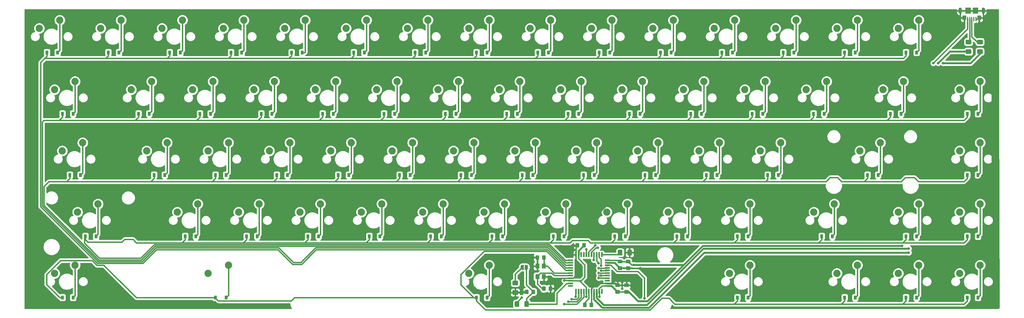
<source format=gbr>
G04 #@! TF.GenerationSoftware,KiCad,Pcbnew,(5.1.5)-3*
G04 #@! TF.CreationDate,2020-02-18T19:32:23+00:00*
G04 #@! TF.ProjectId,pcb,7063622e-6b69-4636-9164-5f7063625858,rev?*
G04 #@! TF.SameCoordinates,Original*
G04 #@! TF.FileFunction,Copper,L2,Bot*
G04 #@! TF.FilePolarity,Positive*
%FSLAX46Y46*%
G04 Gerber Fmt 4.6, Leading zero omitted, Abs format (unit mm)*
G04 Created by KiCad (PCBNEW (5.1.5)-3) date 2020-02-18 19:32:23*
%MOMM*%
%LPD*%
G04 APERTURE LIST*
%ADD10C,0.100000*%
%ADD11R,0.900000X1.200000*%
%ADD12C,2.250000*%
%ADD13R,1.150000X1.450000*%
%ADD14O,1.050000X1.900000*%
%ADD15R,1.750000X1.900000*%
%ADD16R,0.400000X1.400000*%
%ADD17R,1.300000X1.600000*%
%ADD18R,1.500000X0.550000*%
%ADD19R,0.550000X1.500000*%
%ADD20C,0.800000*%
%ADD21C,0.609600*%
%ADD22C,0.406400*%
%ADD23C,0.457200*%
%ADD24C,0.254000*%
G04 APERTURE END LIST*
G04 #@! TA.AperFunction,SMDPad,CuDef*
D10*
G36*
X181460505Y-106235204D02*
G01*
X181484773Y-106238804D01*
X181508572Y-106244765D01*
X181531671Y-106253030D01*
X181553850Y-106263520D01*
X181574893Y-106276132D01*
X181594599Y-106290747D01*
X181612777Y-106307223D01*
X181629253Y-106325401D01*
X181643868Y-106345107D01*
X181656480Y-106366150D01*
X181666970Y-106388329D01*
X181675235Y-106411428D01*
X181681196Y-106435227D01*
X181684796Y-106459495D01*
X181686000Y-106483999D01*
X181686000Y-107384001D01*
X181684796Y-107408505D01*
X181681196Y-107432773D01*
X181675235Y-107456572D01*
X181666970Y-107479671D01*
X181656480Y-107501850D01*
X181643868Y-107522893D01*
X181629253Y-107542599D01*
X181612777Y-107560777D01*
X181594599Y-107577253D01*
X181574893Y-107591868D01*
X181553850Y-107604480D01*
X181531671Y-107614970D01*
X181508572Y-107623235D01*
X181484773Y-107629196D01*
X181460505Y-107632796D01*
X181436001Y-107634000D01*
X180785999Y-107634000D01*
X180761495Y-107632796D01*
X180737227Y-107629196D01*
X180713428Y-107623235D01*
X180690329Y-107614970D01*
X180668150Y-107604480D01*
X180647107Y-107591868D01*
X180627401Y-107577253D01*
X180609223Y-107560777D01*
X180592747Y-107542599D01*
X180578132Y-107522893D01*
X180565520Y-107501850D01*
X180555030Y-107479671D01*
X180546765Y-107456572D01*
X180540804Y-107432773D01*
X180537204Y-107408505D01*
X180536000Y-107384001D01*
X180536000Y-106483999D01*
X180537204Y-106459495D01*
X180540804Y-106435227D01*
X180546765Y-106411428D01*
X180555030Y-106388329D01*
X180565520Y-106366150D01*
X180578132Y-106345107D01*
X180592747Y-106325401D01*
X180609223Y-106307223D01*
X180627401Y-106290747D01*
X180647107Y-106276132D01*
X180668150Y-106263520D01*
X180690329Y-106253030D01*
X180713428Y-106244765D01*
X180737227Y-106238804D01*
X180761495Y-106235204D01*
X180785999Y-106234000D01*
X181436001Y-106234000D01*
X181460505Y-106235204D01*
G37*
G04 #@! TD.AperFunction*
G04 #@! TA.AperFunction,SMDPad,CuDef*
G36*
X179410505Y-106235204D02*
G01*
X179434773Y-106238804D01*
X179458572Y-106244765D01*
X179481671Y-106253030D01*
X179503850Y-106263520D01*
X179524893Y-106276132D01*
X179544599Y-106290747D01*
X179562777Y-106307223D01*
X179579253Y-106325401D01*
X179593868Y-106345107D01*
X179606480Y-106366150D01*
X179616970Y-106388329D01*
X179625235Y-106411428D01*
X179631196Y-106435227D01*
X179634796Y-106459495D01*
X179636000Y-106483999D01*
X179636000Y-107384001D01*
X179634796Y-107408505D01*
X179631196Y-107432773D01*
X179625235Y-107456572D01*
X179616970Y-107479671D01*
X179606480Y-107501850D01*
X179593868Y-107522893D01*
X179579253Y-107542599D01*
X179562777Y-107560777D01*
X179544599Y-107577253D01*
X179524893Y-107591868D01*
X179503850Y-107604480D01*
X179481671Y-107614970D01*
X179458572Y-107623235D01*
X179434773Y-107629196D01*
X179410505Y-107632796D01*
X179386001Y-107634000D01*
X178735999Y-107634000D01*
X178711495Y-107632796D01*
X178687227Y-107629196D01*
X178663428Y-107623235D01*
X178640329Y-107614970D01*
X178618150Y-107604480D01*
X178597107Y-107591868D01*
X178577401Y-107577253D01*
X178559223Y-107560777D01*
X178542747Y-107542599D01*
X178528132Y-107522893D01*
X178515520Y-107501850D01*
X178505030Y-107479671D01*
X178496765Y-107456572D01*
X178490804Y-107432773D01*
X178487204Y-107408505D01*
X178486000Y-107384001D01*
X178486000Y-106483999D01*
X178487204Y-106459495D01*
X178490804Y-106435227D01*
X178496765Y-106411428D01*
X178505030Y-106388329D01*
X178515520Y-106366150D01*
X178528132Y-106345107D01*
X178542747Y-106325401D01*
X178559223Y-106307223D01*
X178577401Y-106290747D01*
X178597107Y-106276132D01*
X178618150Y-106263520D01*
X178640329Y-106253030D01*
X178663428Y-106244765D01*
X178687227Y-106238804D01*
X178711495Y-106235204D01*
X178735999Y-106234000D01*
X179386001Y-106234000D01*
X179410505Y-106235204D01*
G37*
G04 #@! TD.AperFunction*
D11*
X85216000Y-33528000D03*
X81916000Y-33528000D03*
D12*
X204946250Y-80645000D03*
X198596250Y-83185000D03*
G04 #@! TA.AperFunction,SMDPad,CuDef*
D10*
G36*
X315101504Y-29551204D02*
G01*
X315125773Y-29554804D01*
X315149571Y-29560765D01*
X315172671Y-29569030D01*
X315194849Y-29579520D01*
X315215893Y-29592133D01*
X315235598Y-29606747D01*
X315253777Y-29623223D01*
X315270253Y-29641402D01*
X315284867Y-29661107D01*
X315297480Y-29682151D01*
X315307970Y-29704329D01*
X315316235Y-29727429D01*
X315322196Y-29751227D01*
X315325796Y-29775496D01*
X315327000Y-29800000D01*
X315327000Y-30725000D01*
X315325796Y-30749504D01*
X315322196Y-30773773D01*
X315316235Y-30797571D01*
X315307970Y-30820671D01*
X315297480Y-30842849D01*
X315284867Y-30863893D01*
X315270253Y-30883598D01*
X315253777Y-30901777D01*
X315235598Y-30918253D01*
X315215893Y-30932867D01*
X315194849Y-30945480D01*
X315172671Y-30955970D01*
X315149571Y-30964235D01*
X315125773Y-30970196D01*
X315101504Y-30973796D01*
X315077000Y-30975000D01*
X313827000Y-30975000D01*
X313802496Y-30973796D01*
X313778227Y-30970196D01*
X313754429Y-30964235D01*
X313731329Y-30955970D01*
X313709151Y-30945480D01*
X313688107Y-30932867D01*
X313668402Y-30918253D01*
X313650223Y-30901777D01*
X313633747Y-30883598D01*
X313619133Y-30863893D01*
X313606520Y-30842849D01*
X313596030Y-30820671D01*
X313587765Y-30797571D01*
X313581804Y-30773773D01*
X313578204Y-30749504D01*
X313577000Y-30725000D01*
X313577000Y-29800000D01*
X313578204Y-29775496D01*
X313581804Y-29751227D01*
X313587765Y-29727429D01*
X313596030Y-29704329D01*
X313606520Y-29682151D01*
X313619133Y-29661107D01*
X313633747Y-29641402D01*
X313650223Y-29623223D01*
X313668402Y-29606747D01*
X313688107Y-29592133D01*
X313709151Y-29579520D01*
X313731329Y-29569030D01*
X313754429Y-29560765D01*
X313778227Y-29554804D01*
X313802496Y-29551204D01*
X313827000Y-29550000D01*
X315077000Y-29550000D01*
X315101504Y-29551204D01*
G37*
G04 #@! TD.AperFunction*
G04 #@! TA.AperFunction,SMDPad,CuDef*
G36*
X315101504Y-32526204D02*
G01*
X315125773Y-32529804D01*
X315149571Y-32535765D01*
X315172671Y-32544030D01*
X315194849Y-32554520D01*
X315215893Y-32567133D01*
X315235598Y-32581747D01*
X315253777Y-32598223D01*
X315270253Y-32616402D01*
X315284867Y-32636107D01*
X315297480Y-32657151D01*
X315307970Y-32679329D01*
X315316235Y-32702429D01*
X315322196Y-32726227D01*
X315325796Y-32750496D01*
X315327000Y-32775000D01*
X315327000Y-33700000D01*
X315325796Y-33724504D01*
X315322196Y-33748773D01*
X315316235Y-33772571D01*
X315307970Y-33795671D01*
X315297480Y-33817849D01*
X315284867Y-33838893D01*
X315270253Y-33858598D01*
X315253777Y-33876777D01*
X315235598Y-33893253D01*
X315215893Y-33907867D01*
X315194849Y-33920480D01*
X315172671Y-33930970D01*
X315149571Y-33939235D01*
X315125773Y-33945196D01*
X315101504Y-33948796D01*
X315077000Y-33950000D01*
X313827000Y-33950000D01*
X313802496Y-33948796D01*
X313778227Y-33945196D01*
X313754429Y-33939235D01*
X313731329Y-33930970D01*
X313709151Y-33920480D01*
X313688107Y-33907867D01*
X313668402Y-33893253D01*
X313650223Y-33876777D01*
X313633747Y-33858598D01*
X313619133Y-33838893D01*
X313606520Y-33817849D01*
X313596030Y-33795671D01*
X313587765Y-33772571D01*
X313581804Y-33748773D01*
X313578204Y-33724504D01*
X313577000Y-33700000D01*
X313577000Y-32775000D01*
X313578204Y-32750496D01*
X313581804Y-32726227D01*
X313587765Y-32702429D01*
X313596030Y-32679329D01*
X313606520Y-32657151D01*
X313619133Y-32636107D01*
X313633747Y-32616402D01*
X313650223Y-32598223D01*
X313668402Y-32581747D01*
X313688107Y-32567133D01*
X313709151Y-32554520D01*
X313731329Y-32544030D01*
X313754429Y-32535765D01*
X313778227Y-32529804D01*
X313802496Y-32526204D01*
X313827000Y-32525000D01*
X315077000Y-32525000D01*
X315101504Y-32526204D01*
G37*
G04 #@! TD.AperFunction*
D13*
X309592000Y-22747000D03*
X314232000Y-22747000D03*
D14*
X315487000Y-20517000D03*
X308337000Y-20517000D03*
D15*
X310787000Y-20517000D03*
D16*
X311912000Y-23167000D03*
X312562000Y-23167000D03*
X313212000Y-23167000D03*
X310612000Y-23167000D03*
X311262000Y-23167000D03*
D15*
X313037000Y-20517000D03*
G04 #@! TA.AperFunction,SMDPad,CuDef*
D10*
G36*
X172324000Y-101079398D02*
G01*
X172299466Y-101079398D01*
X172250635Y-101074588D01*
X172202510Y-101065016D01*
X172155555Y-101050772D01*
X172110222Y-101031995D01*
X172066949Y-101008864D01*
X172026150Y-100981604D01*
X171988221Y-100950476D01*
X171953524Y-100915779D01*
X171922396Y-100877850D01*
X171895136Y-100837051D01*
X171872005Y-100793778D01*
X171853228Y-100748445D01*
X171838984Y-100701490D01*
X171829412Y-100653365D01*
X171824602Y-100604534D01*
X171824602Y-100580000D01*
X171824000Y-100580000D01*
X171824000Y-100080000D01*
X171824602Y-100080000D01*
X171824602Y-100055466D01*
X171829412Y-100006635D01*
X171838984Y-99958510D01*
X171853228Y-99911555D01*
X171872005Y-99866222D01*
X171895136Y-99822949D01*
X171922396Y-99782150D01*
X171953524Y-99744221D01*
X171988221Y-99709524D01*
X172026150Y-99678396D01*
X172066949Y-99651136D01*
X172110222Y-99628005D01*
X172155555Y-99609228D01*
X172202510Y-99594984D01*
X172250635Y-99585412D01*
X172299466Y-99580602D01*
X172324000Y-99580602D01*
X172324000Y-99580000D01*
X172824000Y-99580000D01*
X172824000Y-101080000D01*
X172324000Y-101080000D01*
X172324000Y-101079398D01*
G37*
G04 #@! TD.AperFunction*
G04 #@! TA.AperFunction,SMDPad,CuDef*
G36*
X173124000Y-99580000D02*
G01*
X173624000Y-99580000D01*
X173624000Y-99580602D01*
X173648534Y-99580602D01*
X173697365Y-99585412D01*
X173745490Y-99594984D01*
X173792445Y-99609228D01*
X173837778Y-99628005D01*
X173881051Y-99651136D01*
X173921850Y-99678396D01*
X173959779Y-99709524D01*
X173994476Y-99744221D01*
X174025604Y-99782150D01*
X174052864Y-99822949D01*
X174075995Y-99866222D01*
X174094772Y-99911555D01*
X174109016Y-99958510D01*
X174118588Y-100006635D01*
X174123398Y-100055466D01*
X174123398Y-100080000D01*
X174124000Y-100080000D01*
X174124000Y-100580000D01*
X174123398Y-100580000D01*
X174123398Y-100604534D01*
X174118588Y-100653365D01*
X174109016Y-100701490D01*
X174094772Y-100748445D01*
X174075995Y-100793778D01*
X174052864Y-100837051D01*
X174025604Y-100877850D01*
X173994476Y-100915779D01*
X173959779Y-100950476D01*
X173921850Y-100981604D01*
X173881051Y-101008864D01*
X173837778Y-101031995D01*
X173792445Y-101050772D01*
X173745490Y-101065016D01*
X173697365Y-101074588D01*
X173648534Y-101079398D01*
X173624000Y-101079398D01*
X173624000Y-101080000D01*
X173124000Y-101080000D01*
X173124000Y-99580000D01*
G37*
G04 #@! TD.AperFunction*
D17*
X177054000Y-99950000D03*
X177054000Y-103250000D03*
X179054000Y-103250000D03*
X179054000Y-99950000D03*
D12*
X162083750Y-99695000D03*
X155733750Y-102235000D03*
X104933750Y-23495000D03*
X98583750Y-26035000D03*
X243046250Y-99695000D03*
X236696250Y-102235000D03*
D18*
X198740000Y-106108000D03*
X198740000Y-105308000D03*
X198740000Y-104508000D03*
X198740000Y-103708000D03*
X198740000Y-102908000D03*
X198740000Y-102108000D03*
X198740000Y-101308000D03*
X198740000Y-100508000D03*
X198740000Y-99708000D03*
X198740000Y-98908000D03*
X198740000Y-98108000D03*
D19*
X197040000Y-96408000D03*
X196240000Y-96408000D03*
X195440000Y-96408000D03*
X194640000Y-96408000D03*
X193840000Y-96408000D03*
X193040000Y-96408000D03*
X192240000Y-96408000D03*
X191440000Y-96408000D03*
X190640000Y-96408000D03*
X189840000Y-96408000D03*
X189040000Y-96408000D03*
D18*
X187340000Y-98108000D03*
X187340000Y-98908000D03*
X187340000Y-99708000D03*
X187340000Y-100508000D03*
X187340000Y-101308000D03*
X187340000Y-102108000D03*
X187340000Y-102908000D03*
X187340000Y-103708000D03*
X187340000Y-104508000D03*
X187340000Y-105308000D03*
X187340000Y-106108000D03*
D19*
X189040000Y-107808000D03*
X189840000Y-107808000D03*
X190640000Y-107808000D03*
X191440000Y-107808000D03*
X192240000Y-107808000D03*
X193040000Y-107808000D03*
X193840000Y-107808000D03*
X194640000Y-107808000D03*
X195440000Y-107808000D03*
X196240000Y-107808000D03*
X197040000Y-107808000D03*
G04 #@! TA.AperFunction,SMDPad,CuDef*
D10*
G36*
X311545504Y-32526204D02*
G01*
X311569773Y-32529804D01*
X311593571Y-32535765D01*
X311616671Y-32544030D01*
X311638849Y-32554520D01*
X311659893Y-32567133D01*
X311679598Y-32581747D01*
X311697777Y-32598223D01*
X311714253Y-32616402D01*
X311728867Y-32636107D01*
X311741480Y-32657151D01*
X311751970Y-32679329D01*
X311760235Y-32702429D01*
X311766196Y-32726227D01*
X311769796Y-32750496D01*
X311771000Y-32775000D01*
X311771000Y-33700000D01*
X311769796Y-33724504D01*
X311766196Y-33748773D01*
X311760235Y-33772571D01*
X311751970Y-33795671D01*
X311741480Y-33817849D01*
X311728867Y-33838893D01*
X311714253Y-33858598D01*
X311697777Y-33876777D01*
X311679598Y-33893253D01*
X311659893Y-33907867D01*
X311638849Y-33920480D01*
X311616671Y-33930970D01*
X311593571Y-33939235D01*
X311569773Y-33945196D01*
X311545504Y-33948796D01*
X311521000Y-33950000D01*
X310271000Y-33950000D01*
X310246496Y-33948796D01*
X310222227Y-33945196D01*
X310198429Y-33939235D01*
X310175329Y-33930970D01*
X310153151Y-33920480D01*
X310132107Y-33907867D01*
X310112402Y-33893253D01*
X310094223Y-33876777D01*
X310077747Y-33858598D01*
X310063133Y-33838893D01*
X310050520Y-33817849D01*
X310040030Y-33795671D01*
X310031765Y-33772571D01*
X310025804Y-33748773D01*
X310022204Y-33724504D01*
X310021000Y-33700000D01*
X310021000Y-32775000D01*
X310022204Y-32750496D01*
X310025804Y-32726227D01*
X310031765Y-32702429D01*
X310040030Y-32679329D01*
X310050520Y-32657151D01*
X310063133Y-32636107D01*
X310077747Y-32616402D01*
X310094223Y-32598223D01*
X310112402Y-32581747D01*
X310132107Y-32567133D01*
X310153151Y-32554520D01*
X310175329Y-32544030D01*
X310198429Y-32535765D01*
X310222227Y-32529804D01*
X310246496Y-32526204D01*
X310271000Y-32525000D01*
X311521000Y-32525000D01*
X311545504Y-32526204D01*
G37*
G04 #@! TD.AperFunction*
G04 #@! TA.AperFunction,SMDPad,CuDef*
G36*
X311545504Y-29551204D02*
G01*
X311569773Y-29554804D01*
X311593571Y-29560765D01*
X311616671Y-29569030D01*
X311638849Y-29579520D01*
X311659893Y-29592133D01*
X311679598Y-29606747D01*
X311697777Y-29623223D01*
X311714253Y-29641402D01*
X311728867Y-29661107D01*
X311741480Y-29682151D01*
X311751970Y-29704329D01*
X311760235Y-29727429D01*
X311766196Y-29751227D01*
X311769796Y-29775496D01*
X311771000Y-29800000D01*
X311771000Y-30725000D01*
X311769796Y-30749504D01*
X311766196Y-30773773D01*
X311760235Y-30797571D01*
X311751970Y-30820671D01*
X311741480Y-30842849D01*
X311728867Y-30863893D01*
X311714253Y-30883598D01*
X311697777Y-30901777D01*
X311679598Y-30918253D01*
X311659893Y-30932867D01*
X311638849Y-30945480D01*
X311616671Y-30955970D01*
X311593571Y-30964235D01*
X311569773Y-30970196D01*
X311545504Y-30973796D01*
X311521000Y-30975000D01*
X310271000Y-30975000D01*
X310246496Y-30973796D01*
X310222227Y-30970196D01*
X310198429Y-30964235D01*
X310175329Y-30955970D01*
X310153151Y-30945480D01*
X310132107Y-30932867D01*
X310112402Y-30918253D01*
X310094223Y-30901777D01*
X310077747Y-30883598D01*
X310063133Y-30863893D01*
X310050520Y-30842849D01*
X310040030Y-30820671D01*
X310031765Y-30797571D01*
X310025804Y-30773773D01*
X310022204Y-30749504D01*
X310021000Y-30725000D01*
X310021000Y-29800000D01*
X310022204Y-29775496D01*
X310025804Y-29751227D01*
X310031765Y-29727429D01*
X310040030Y-29704329D01*
X310050520Y-29682151D01*
X310063133Y-29661107D01*
X310077747Y-29641402D01*
X310094223Y-29623223D01*
X310112402Y-29606747D01*
X310132107Y-29592133D01*
X310153151Y-29579520D01*
X310175329Y-29569030D01*
X310198429Y-29560765D01*
X310222227Y-29554804D01*
X310246496Y-29551204D01*
X310271000Y-29550000D01*
X311521000Y-29550000D01*
X311545504Y-29551204D01*
G37*
G04 #@! TD.AperFunction*
G04 #@! TA.AperFunction,SMDPad,CuDef*
G36*
X203215504Y-94884204D02*
G01*
X203239773Y-94887804D01*
X203263571Y-94893765D01*
X203286671Y-94902030D01*
X203308849Y-94912520D01*
X203329893Y-94925133D01*
X203349598Y-94939747D01*
X203367777Y-94956223D01*
X203384253Y-94974402D01*
X203398867Y-94994107D01*
X203411480Y-95015151D01*
X203421970Y-95037329D01*
X203430235Y-95060429D01*
X203436196Y-95084227D01*
X203439796Y-95108496D01*
X203441000Y-95133000D01*
X203441000Y-96383000D01*
X203439796Y-96407504D01*
X203436196Y-96431773D01*
X203430235Y-96455571D01*
X203421970Y-96478671D01*
X203411480Y-96500849D01*
X203398867Y-96521893D01*
X203384253Y-96541598D01*
X203367777Y-96559777D01*
X203349598Y-96576253D01*
X203329893Y-96590867D01*
X203308849Y-96603480D01*
X203286671Y-96613970D01*
X203263571Y-96622235D01*
X203239773Y-96628196D01*
X203215504Y-96631796D01*
X203191000Y-96633000D01*
X202266000Y-96633000D01*
X202241496Y-96631796D01*
X202217227Y-96628196D01*
X202193429Y-96622235D01*
X202170329Y-96613970D01*
X202148151Y-96603480D01*
X202127107Y-96590867D01*
X202107402Y-96576253D01*
X202089223Y-96559777D01*
X202072747Y-96541598D01*
X202058133Y-96521893D01*
X202045520Y-96500849D01*
X202035030Y-96478671D01*
X202026765Y-96455571D01*
X202020804Y-96431773D01*
X202017204Y-96407504D01*
X202016000Y-96383000D01*
X202016000Y-95133000D01*
X202017204Y-95108496D01*
X202020804Y-95084227D01*
X202026765Y-95060429D01*
X202035030Y-95037329D01*
X202045520Y-95015151D01*
X202058133Y-94994107D01*
X202072747Y-94974402D01*
X202089223Y-94956223D01*
X202107402Y-94939747D01*
X202127107Y-94925133D01*
X202148151Y-94912520D01*
X202170329Y-94902030D01*
X202193429Y-94893765D01*
X202217227Y-94887804D01*
X202241496Y-94884204D01*
X202266000Y-94883000D01*
X203191000Y-94883000D01*
X203215504Y-94884204D01*
G37*
G04 #@! TD.AperFunction*
G04 #@! TA.AperFunction,SMDPad,CuDef*
G36*
X206190504Y-94884204D02*
G01*
X206214773Y-94887804D01*
X206238571Y-94893765D01*
X206261671Y-94902030D01*
X206283849Y-94912520D01*
X206304893Y-94925133D01*
X206324598Y-94939747D01*
X206342777Y-94956223D01*
X206359253Y-94974402D01*
X206373867Y-94994107D01*
X206386480Y-95015151D01*
X206396970Y-95037329D01*
X206405235Y-95060429D01*
X206411196Y-95084227D01*
X206414796Y-95108496D01*
X206416000Y-95133000D01*
X206416000Y-96383000D01*
X206414796Y-96407504D01*
X206411196Y-96431773D01*
X206405235Y-96455571D01*
X206396970Y-96478671D01*
X206386480Y-96500849D01*
X206373867Y-96521893D01*
X206359253Y-96541598D01*
X206342777Y-96559777D01*
X206324598Y-96576253D01*
X206304893Y-96590867D01*
X206283849Y-96603480D01*
X206261671Y-96613970D01*
X206238571Y-96622235D01*
X206214773Y-96628196D01*
X206190504Y-96631796D01*
X206166000Y-96633000D01*
X205241000Y-96633000D01*
X205216496Y-96631796D01*
X205192227Y-96628196D01*
X205168429Y-96622235D01*
X205145329Y-96613970D01*
X205123151Y-96603480D01*
X205102107Y-96590867D01*
X205082402Y-96576253D01*
X205064223Y-96559777D01*
X205047747Y-96541598D01*
X205033133Y-96521893D01*
X205020520Y-96500849D01*
X205010030Y-96478671D01*
X205001765Y-96455571D01*
X204995804Y-96431773D01*
X204992204Y-96407504D01*
X204991000Y-96383000D01*
X204991000Y-95133000D01*
X204992204Y-95108496D01*
X204995804Y-95084227D01*
X205001765Y-95060429D01*
X205010030Y-95037329D01*
X205020520Y-95015151D01*
X205033133Y-94994107D01*
X205047747Y-94974402D01*
X205064223Y-94956223D01*
X205082402Y-94939747D01*
X205102107Y-94925133D01*
X205123151Y-94912520D01*
X205145329Y-94902030D01*
X205168429Y-94893765D01*
X205192227Y-94887804D01*
X205216496Y-94884204D01*
X205241000Y-94883000D01*
X206166000Y-94883000D01*
X206190504Y-94884204D01*
G37*
G04 #@! TD.AperFunction*
G04 #@! TA.AperFunction,SMDPad,CuDef*
G36*
X174186504Y-110886204D02*
G01*
X174210773Y-110889804D01*
X174234571Y-110895765D01*
X174257671Y-110904030D01*
X174279849Y-110914520D01*
X174300893Y-110927133D01*
X174320598Y-110941747D01*
X174338777Y-110958223D01*
X174355253Y-110976402D01*
X174369867Y-110996107D01*
X174382480Y-111017151D01*
X174392970Y-111039329D01*
X174401235Y-111062429D01*
X174407196Y-111086227D01*
X174410796Y-111110496D01*
X174412000Y-111135000D01*
X174412000Y-112385000D01*
X174410796Y-112409504D01*
X174407196Y-112433773D01*
X174401235Y-112457571D01*
X174392970Y-112480671D01*
X174382480Y-112502849D01*
X174369867Y-112523893D01*
X174355253Y-112543598D01*
X174338777Y-112561777D01*
X174320598Y-112578253D01*
X174300893Y-112592867D01*
X174279849Y-112605480D01*
X174257671Y-112615970D01*
X174234571Y-112624235D01*
X174210773Y-112630196D01*
X174186504Y-112633796D01*
X174162000Y-112635000D01*
X173237000Y-112635000D01*
X173212496Y-112633796D01*
X173188227Y-112630196D01*
X173164429Y-112624235D01*
X173141329Y-112615970D01*
X173119151Y-112605480D01*
X173098107Y-112592867D01*
X173078402Y-112578253D01*
X173060223Y-112561777D01*
X173043747Y-112543598D01*
X173029133Y-112523893D01*
X173016520Y-112502849D01*
X173006030Y-112480671D01*
X172997765Y-112457571D01*
X172991804Y-112433773D01*
X172988204Y-112409504D01*
X172987000Y-112385000D01*
X172987000Y-111135000D01*
X172988204Y-111110496D01*
X172991804Y-111086227D01*
X172997765Y-111062429D01*
X173006030Y-111039329D01*
X173016520Y-111017151D01*
X173029133Y-110996107D01*
X173043747Y-110976402D01*
X173060223Y-110958223D01*
X173078402Y-110941747D01*
X173098107Y-110927133D01*
X173119151Y-110914520D01*
X173141329Y-110904030D01*
X173164429Y-110895765D01*
X173188227Y-110889804D01*
X173212496Y-110886204D01*
X173237000Y-110885000D01*
X174162000Y-110885000D01*
X174186504Y-110886204D01*
G37*
G04 #@! TD.AperFunction*
G04 #@! TA.AperFunction,SMDPad,CuDef*
G36*
X171211504Y-110886204D02*
G01*
X171235773Y-110889804D01*
X171259571Y-110895765D01*
X171282671Y-110904030D01*
X171304849Y-110914520D01*
X171325893Y-110927133D01*
X171345598Y-110941747D01*
X171363777Y-110958223D01*
X171380253Y-110976402D01*
X171394867Y-110996107D01*
X171407480Y-111017151D01*
X171417970Y-111039329D01*
X171426235Y-111062429D01*
X171432196Y-111086227D01*
X171435796Y-111110496D01*
X171437000Y-111135000D01*
X171437000Y-112385000D01*
X171435796Y-112409504D01*
X171432196Y-112433773D01*
X171426235Y-112457571D01*
X171417970Y-112480671D01*
X171407480Y-112502849D01*
X171394867Y-112523893D01*
X171380253Y-112543598D01*
X171363777Y-112561777D01*
X171345598Y-112578253D01*
X171325893Y-112592867D01*
X171304849Y-112605480D01*
X171282671Y-112615970D01*
X171259571Y-112624235D01*
X171235773Y-112630196D01*
X171211504Y-112633796D01*
X171187000Y-112635000D01*
X170262000Y-112635000D01*
X170237496Y-112633796D01*
X170213227Y-112630196D01*
X170189429Y-112624235D01*
X170166329Y-112615970D01*
X170144151Y-112605480D01*
X170123107Y-112592867D01*
X170103402Y-112578253D01*
X170085223Y-112561777D01*
X170068747Y-112543598D01*
X170054133Y-112523893D01*
X170041520Y-112502849D01*
X170031030Y-112480671D01*
X170022765Y-112457571D01*
X170016804Y-112433773D01*
X170013204Y-112409504D01*
X170012000Y-112385000D01*
X170012000Y-111135000D01*
X170013204Y-111110496D01*
X170016804Y-111086227D01*
X170022765Y-111062429D01*
X170031030Y-111039329D01*
X170041520Y-111017151D01*
X170054133Y-110996107D01*
X170068747Y-110976402D01*
X170085223Y-110958223D01*
X170103402Y-110941747D01*
X170123107Y-110927133D01*
X170144151Y-110914520D01*
X170166329Y-110904030D01*
X170189429Y-110895765D01*
X170213227Y-110889804D01*
X170237496Y-110886204D01*
X170262000Y-110885000D01*
X171187000Y-110885000D01*
X171211504Y-110886204D01*
G37*
G04 #@! TD.AperFunction*
G04 #@! TA.AperFunction,SMDPad,CuDef*
G36*
X170829504Y-107456204D02*
G01*
X170853773Y-107459804D01*
X170877571Y-107465765D01*
X170900671Y-107474030D01*
X170922849Y-107484520D01*
X170943893Y-107497133D01*
X170963598Y-107511747D01*
X170981777Y-107528223D01*
X170998253Y-107546402D01*
X171012867Y-107566107D01*
X171025480Y-107587151D01*
X171035970Y-107609329D01*
X171044235Y-107632429D01*
X171050196Y-107656227D01*
X171053796Y-107680496D01*
X171055000Y-107705000D01*
X171055000Y-108630000D01*
X171053796Y-108654504D01*
X171050196Y-108678773D01*
X171044235Y-108702571D01*
X171035970Y-108725671D01*
X171025480Y-108747849D01*
X171012867Y-108768893D01*
X170998253Y-108788598D01*
X170981777Y-108806777D01*
X170963598Y-108823253D01*
X170943893Y-108837867D01*
X170922849Y-108850480D01*
X170900671Y-108860970D01*
X170877571Y-108869235D01*
X170853773Y-108875196D01*
X170829504Y-108878796D01*
X170805000Y-108880000D01*
X169555000Y-108880000D01*
X169530496Y-108878796D01*
X169506227Y-108875196D01*
X169482429Y-108869235D01*
X169459329Y-108860970D01*
X169437151Y-108850480D01*
X169416107Y-108837867D01*
X169396402Y-108823253D01*
X169378223Y-108806777D01*
X169361747Y-108788598D01*
X169347133Y-108768893D01*
X169334520Y-108747849D01*
X169324030Y-108725671D01*
X169315765Y-108702571D01*
X169309804Y-108678773D01*
X169306204Y-108654504D01*
X169305000Y-108630000D01*
X169305000Y-107705000D01*
X169306204Y-107680496D01*
X169309804Y-107656227D01*
X169315765Y-107632429D01*
X169324030Y-107609329D01*
X169334520Y-107587151D01*
X169347133Y-107566107D01*
X169361747Y-107546402D01*
X169378223Y-107528223D01*
X169396402Y-107511747D01*
X169416107Y-107497133D01*
X169437151Y-107484520D01*
X169459329Y-107474030D01*
X169482429Y-107465765D01*
X169506227Y-107459804D01*
X169530496Y-107456204D01*
X169555000Y-107455000D01*
X170805000Y-107455000D01*
X170829504Y-107456204D01*
G37*
G04 #@! TD.AperFunction*
G04 #@! TA.AperFunction,SMDPad,CuDef*
G36*
X170829504Y-104481204D02*
G01*
X170853773Y-104484804D01*
X170877571Y-104490765D01*
X170900671Y-104499030D01*
X170922849Y-104509520D01*
X170943893Y-104522133D01*
X170963598Y-104536747D01*
X170981777Y-104553223D01*
X170998253Y-104571402D01*
X171012867Y-104591107D01*
X171025480Y-104612151D01*
X171035970Y-104634329D01*
X171044235Y-104657429D01*
X171050196Y-104681227D01*
X171053796Y-104705496D01*
X171055000Y-104730000D01*
X171055000Y-105655000D01*
X171053796Y-105679504D01*
X171050196Y-105703773D01*
X171044235Y-105727571D01*
X171035970Y-105750671D01*
X171025480Y-105772849D01*
X171012867Y-105793893D01*
X170998253Y-105813598D01*
X170981777Y-105831777D01*
X170963598Y-105848253D01*
X170943893Y-105862867D01*
X170922849Y-105875480D01*
X170900671Y-105885970D01*
X170877571Y-105894235D01*
X170853773Y-105900196D01*
X170829504Y-105903796D01*
X170805000Y-105905000D01*
X169555000Y-105905000D01*
X169530496Y-105903796D01*
X169506227Y-105900196D01*
X169482429Y-105894235D01*
X169459329Y-105885970D01*
X169437151Y-105875480D01*
X169416107Y-105862867D01*
X169396402Y-105848253D01*
X169378223Y-105831777D01*
X169361747Y-105813598D01*
X169347133Y-105793893D01*
X169334520Y-105772849D01*
X169324030Y-105750671D01*
X169315765Y-105727571D01*
X169309804Y-105703773D01*
X169306204Y-105679504D01*
X169305000Y-105655000D01*
X169305000Y-104730000D01*
X169306204Y-104705496D01*
X169309804Y-104681227D01*
X169315765Y-104657429D01*
X169324030Y-104634329D01*
X169334520Y-104612151D01*
X169347133Y-104591107D01*
X169361747Y-104571402D01*
X169378223Y-104553223D01*
X169396402Y-104536747D01*
X169416107Y-104522133D01*
X169437151Y-104509520D01*
X169459329Y-104499030D01*
X169482429Y-104490765D01*
X169506227Y-104484804D01*
X169530496Y-104481204D01*
X169555000Y-104480000D01*
X170805000Y-104480000D01*
X170829504Y-104481204D01*
G37*
G04 #@! TD.AperFunction*
D12*
X314483750Y-99695000D03*
X308133750Y-102235000D03*
X314483750Y-80645000D03*
X308133750Y-83185000D03*
X314483750Y-61595000D03*
X308133750Y-64135000D03*
X314483750Y-42545000D03*
X308133750Y-45085000D03*
X295433750Y-99695000D03*
X289083750Y-102235000D03*
X295433750Y-80645000D03*
X289083750Y-83185000D03*
X290671250Y-42545000D03*
X284321250Y-45085000D03*
X295433750Y-23495000D03*
X289083750Y-26035000D03*
X276383750Y-99695000D03*
X270033750Y-102235000D03*
X269240000Y-80645000D03*
X262890000Y-83185000D03*
X283527500Y-61595000D03*
X277177500Y-64135000D03*
X266858750Y-42545000D03*
X260508750Y-45085000D03*
X276383750Y-23495000D03*
X270033750Y-26035000D03*
X252571250Y-61595000D03*
X246221250Y-64135000D03*
X247808750Y-42545000D03*
X241458750Y-45085000D03*
X257333750Y-23495000D03*
X250983750Y-26035000D03*
X243046250Y-80645000D03*
X236696250Y-83185000D03*
X233521250Y-61595000D03*
X227171250Y-64135000D03*
X228758750Y-42545000D03*
X222408750Y-45085000D03*
X238283750Y-23495000D03*
X231933750Y-26035000D03*
X223996250Y-80645000D03*
X217646250Y-83185000D03*
X214471250Y-61595000D03*
X208121250Y-64135000D03*
X209708750Y-42545000D03*
X203358750Y-45085000D03*
X219233750Y-23495000D03*
X212883750Y-26035000D03*
X195421250Y-61595000D03*
X189071250Y-64135000D03*
X190658750Y-42545000D03*
X184308750Y-45085000D03*
X200183750Y-23495000D03*
X193833750Y-26035000D03*
X185896250Y-80645000D03*
X179546250Y-83185000D03*
X176371250Y-61595000D03*
X170021250Y-64135000D03*
X171608750Y-42545000D03*
X165258750Y-45085000D03*
X181133750Y-23495000D03*
X174783750Y-26035000D03*
X166846250Y-80645000D03*
X160496250Y-83185000D03*
X157321250Y-61595000D03*
X150971250Y-64135000D03*
X152558750Y-42545000D03*
X146208750Y-45085000D03*
X162083750Y-23495000D03*
X155733750Y-26035000D03*
X147796250Y-80645000D03*
X141446250Y-83185000D03*
X138271250Y-61595000D03*
X131921250Y-64135000D03*
X133508750Y-42545000D03*
X127158750Y-45085000D03*
X143033750Y-23495000D03*
X136683750Y-26035000D03*
X128746250Y-80645000D03*
X122396250Y-83185000D03*
X119221250Y-61595000D03*
X112871250Y-64135000D03*
X114458750Y-42545000D03*
X108108750Y-45085000D03*
X123983750Y-23495000D03*
X117633750Y-26035000D03*
X109696250Y-80645000D03*
X103346250Y-83185000D03*
X100171250Y-61595000D03*
X93821250Y-64135000D03*
X95408750Y-42545000D03*
X89058750Y-45085000D03*
X81121250Y-99695000D03*
X74771250Y-102235000D03*
X90646250Y-80645000D03*
X84296250Y-83185000D03*
X81121250Y-61595000D03*
X74771250Y-64135000D03*
X76358750Y-42545000D03*
X70008750Y-45085000D03*
X85883750Y-23495000D03*
X79533750Y-26035000D03*
X71596250Y-80645000D03*
X65246250Y-83185000D03*
X62071250Y-61595000D03*
X55721250Y-64135000D03*
X57308750Y-42545000D03*
X50958750Y-45085000D03*
X66833750Y-23495000D03*
X60483750Y-26035000D03*
X40640000Y-80645000D03*
X34290000Y-83185000D03*
X47783750Y-23495000D03*
X41433750Y-26035000D03*
X33496250Y-99695000D03*
X27146250Y-102235000D03*
X35877500Y-61595000D03*
X29527500Y-64135000D03*
X33496250Y-42545000D03*
X27146250Y-45085000D03*
X28733750Y-23495000D03*
X22383750Y-26035000D03*
D11*
X313816000Y-109728000D03*
X310516000Y-109728000D03*
X313816000Y-90678000D03*
X310516000Y-90678000D03*
X313816000Y-71628000D03*
X310516000Y-71628000D03*
X313816000Y-52578000D03*
X310516000Y-52578000D03*
X294766000Y-109728000D03*
X291466000Y-109728000D03*
X294766000Y-90678000D03*
X291466000Y-90678000D03*
X289940000Y-52578000D03*
X286640000Y-52578000D03*
X294766000Y-33528000D03*
X291466000Y-33528000D03*
X275716000Y-109728000D03*
X272416000Y-109728000D03*
X268604000Y-90678000D03*
X265304000Y-90678000D03*
X282828000Y-71628000D03*
X279528000Y-71628000D03*
X266064000Y-52578000D03*
X262764000Y-52578000D03*
X275716000Y-33528000D03*
X272416000Y-33528000D03*
X251840000Y-71628000D03*
X248540000Y-71628000D03*
X247014000Y-52578000D03*
X243714000Y-52578000D03*
X256666000Y-33528000D03*
X253366000Y-33528000D03*
X242442000Y-109728000D03*
X239142000Y-109728000D03*
X242442000Y-90678000D03*
X239142000Y-90678000D03*
X232790000Y-71628000D03*
X229490000Y-71628000D03*
X227964000Y-52578000D03*
X224664000Y-52578000D03*
X237616000Y-33528000D03*
X234316000Y-33528000D03*
X223646000Y-90678000D03*
X220346000Y-90678000D03*
X213740000Y-71628000D03*
X210440000Y-71628000D03*
X208914000Y-52578000D03*
X205614000Y-52578000D03*
X218566000Y-33528000D03*
X215266000Y-33528000D03*
X204342000Y-90678000D03*
X201042000Y-90678000D03*
X194690000Y-71628000D03*
X191390000Y-71628000D03*
X189864000Y-52578000D03*
X186564000Y-52578000D03*
X199516000Y-33528000D03*
X196216000Y-33528000D03*
X185292000Y-90678000D03*
X181992000Y-90678000D03*
X175640000Y-71628000D03*
X172340000Y-71628000D03*
X170814000Y-52578000D03*
X167514000Y-52578000D03*
X180466000Y-33528000D03*
X177166000Y-33528000D03*
X161416000Y-109728000D03*
X158116000Y-109728000D03*
X166242000Y-90678000D03*
X162942000Y-90678000D03*
X156590000Y-71628000D03*
X153290000Y-71628000D03*
X151764000Y-52578000D03*
X148464000Y-52578000D03*
X161416000Y-33528000D03*
X158116000Y-33528000D03*
X147192000Y-90678000D03*
X143892000Y-90678000D03*
X137540000Y-71628000D03*
X134240000Y-71628000D03*
X132714000Y-52578000D03*
X129414000Y-52578000D03*
X142366000Y-33528000D03*
X139066000Y-33528000D03*
X128142000Y-90678000D03*
X124842000Y-90678000D03*
X118490000Y-71628000D03*
X115190000Y-71628000D03*
X113664000Y-52578000D03*
X110364000Y-52578000D03*
X123316000Y-33528000D03*
X120016000Y-33528000D03*
X109092000Y-90678000D03*
X105792000Y-90678000D03*
X99440000Y-71628000D03*
X96140000Y-71628000D03*
X94614000Y-52578000D03*
X91314000Y-52578000D03*
X104012000Y-33528000D03*
X100712000Y-33528000D03*
X80390000Y-109728000D03*
X77090000Y-109728000D03*
X90042000Y-90678000D03*
X86742000Y-90678000D03*
X80390000Y-71628000D03*
X77090000Y-71628000D03*
X75564000Y-52578000D03*
X72264000Y-52578000D03*
X70992000Y-90678000D03*
X67692000Y-90678000D03*
X61340000Y-71628000D03*
X58040000Y-71628000D03*
X56514000Y-52578000D03*
X53214000Y-52578000D03*
X66166000Y-33528000D03*
X62866000Y-33528000D03*
X40004000Y-90678000D03*
X36704000Y-90678000D03*
X47116000Y-33528000D03*
X43816000Y-33528000D03*
X32892000Y-109728000D03*
X29592000Y-109728000D03*
X35178000Y-71628000D03*
X31878000Y-71628000D03*
X32892000Y-52578000D03*
X29592000Y-52578000D03*
X28066000Y-33528000D03*
X24766000Y-33528000D03*
G04 #@! TA.AperFunction,SMDPad,CuDef*
D10*
G36*
X205198505Y-105335204D02*
G01*
X205222773Y-105338804D01*
X205246572Y-105344765D01*
X205269671Y-105353030D01*
X205291850Y-105363520D01*
X205312893Y-105376132D01*
X205332599Y-105390747D01*
X205350777Y-105407223D01*
X205367253Y-105425401D01*
X205381868Y-105445107D01*
X205394480Y-105466150D01*
X205404970Y-105488329D01*
X205413235Y-105511428D01*
X205419196Y-105535227D01*
X205422796Y-105559495D01*
X205424000Y-105583999D01*
X205424000Y-106234001D01*
X205422796Y-106258505D01*
X205419196Y-106282773D01*
X205413235Y-106306572D01*
X205404970Y-106329671D01*
X205394480Y-106351850D01*
X205381868Y-106372893D01*
X205367253Y-106392599D01*
X205350777Y-106410777D01*
X205332599Y-106427253D01*
X205312893Y-106441868D01*
X205291850Y-106454480D01*
X205269671Y-106464970D01*
X205246572Y-106473235D01*
X205222773Y-106479196D01*
X205198505Y-106482796D01*
X205174001Y-106484000D01*
X204273999Y-106484000D01*
X204249495Y-106482796D01*
X204225227Y-106479196D01*
X204201428Y-106473235D01*
X204178329Y-106464970D01*
X204156150Y-106454480D01*
X204135107Y-106441868D01*
X204115401Y-106427253D01*
X204097223Y-106410777D01*
X204080747Y-106392599D01*
X204066132Y-106372893D01*
X204053520Y-106351850D01*
X204043030Y-106329671D01*
X204034765Y-106306572D01*
X204028804Y-106282773D01*
X204025204Y-106258505D01*
X204024000Y-106234001D01*
X204024000Y-105583999D01*
X204025204Y-105559495D01*
X204028804Y-105535227D01*
X204034765Y-105511428D01*
X204043030Y-105488329D01*
X204053520Y-105466150D01*
X204066132Y-105445107D01*
X204080747Y-105425401D01*
X204097223Y-105407223D01*
X204115401Y-105390747D01*
X204135107Y-105376132D01*
X204156150Y-105363520D01*
X204178329Y-105353030D01*
X204201428Y-105344765D01*
X204225227Y-105338804D01*
X204249495Y-105335204D01*
X204273999Y-105334000D01*
X205174001Y-105334000D01*
X205198505Y-105335204D01*
G37*
G04 #@! TD.AperFunction*
G04 #@! TA.AperFunction,SMDPad,CuDef*
G36*
X205198505Y-107385204D02*
G01*
X205222773Y-107388804D01*
X205246572Y-107394765D01*
X205269671Y-107403030D01*
X205291850Y-107413520D01*
X205312893Y-107426132D01*
X205332599Y-107440747D01*
X205350777Y-107457223D01*
X205367253Y-107475401D01*
X205381868Y-107495107D01*
X205394480Y-107516150D01*
X205404970Y-107538329D01*
X205413235Y-107561428D01*
X205419196Y-107585227D01*
X205422796Y-107609495D01*
X205424000Y-107633999D01*
X205424000Y-108284001D01*
X205422796Y-108308505D01*
X205419196Y-108332773D01*
X205413235Y-108356572D01*
X205404970Y-108379671D01*
X205394480Y-108401850D01*
X205381868Y-108422893D01*
X205367253Y-108442599D01*
X205350777Y-108460777D01*
X205332599Y-108477253D01*
X205312893Y-108491868D01*
X205291850Y-108504480D01*
X205269671Y-108514970D01*
X205246572Y-108523235D01*
X205222773Y-108529196D01*
X205198505Y-108532796D01*
X205174001Y-108534000D01*
X204273999Y-108534000D01*
X204249495Y-108532796D01*
X204225227Y-108529196D01*
X204201428Y-108523235D01*
X204178329Y-108514970D01*
X204156150Y-108504480D01*
X204135107Y-108491868D01*
X204115401Y-108477253D01*
X204097223Y-108460777D01*
X204080747Y-108442599D01*
X204066132Y-108422893D01*
X204053520Y-108401850D01*
X204043030Y-108379671D01*
X204034765Y-108356572D01*
X204028804Y-108332773D01*
X204025204Y-108308505D01*
X204024000Y-108284001D01*
X204024000Y-107633999D01*
X204025204Y-107609495D01*
X204028804Y-107585227D01*
X204034765Y-107561428D01*
X204043030Y-107538329D01*
X204053520Y-107516150D01*
X204066132Y-107495107D01*
X204080747Y-107475401D01*
X204097223Y-107457223D01*
X204115401Y-107440747D01*
X204135107Y-107426132D01*
X204156150Y-107413520D01*
X204178329Y-107403030D01*
X204201428Y-107394765D01*
X204225227Y-107388804D01*
X204249495Y-107385204D01*
X204273999Y-107384000D01*
X205174001Y-107384000D01*
X205198505Y-107385204D01*
G37*
G04 #@! TD.AperFunction*
G04 #@! TA.AperFunction,SMDPad,CuDef*
G36*
X189824505Y-92773204D02*
G01*
X189848773Y-92776804D01*
X189872572Y-92782765D01*
X189895671Y-92791030D01*
X189917850Y-92801520D01*
X189938893Y-92814132D01*
X189958599Y-92828747D01*
X189976777Y-92845223D01*
X189993253Y-92863401D01*
X190007868Y-92883107D01*
X190020480Y-92904150D01*
X190030970Y-92926329D01*
X190039235Y-92949428D01*
X190045196Y-92973227D01*
X190048796Y-92997495D01*
X190050000Y-93021999D01*
X190050000Y-93922001D01*
X190048796Y-93946505D01*
X190045196Y-93970773D01*
X190039235Y-93994572D01*
X190030970Y-94017671D01*
X190020480Y-94039850D01*
X190007868Y-94060893D01*
X189993253Y-94080599D01*
X189976777Y-94098777D01*
X189958599Y-94115253D01*
X189938893Y-94129868D01*
X189917850Y-94142480D01*
X189895671Y-94152970D01*
X189872572Y-94161235D01*
X189848773Y-94167196D01*
X189824505Y-94170796D01*
X189800001Y-94172000D01*
X189149999Y-94172000D01*
X189125495Y-94170796D01*
X189101227Y-94167196D01*
X189077428Y-94161235D01*
X189054329Y-94152970D01*
X189032150Y-94142480D01*
X189011107Y-94129868D01*
X188991401Y-94115253D01*
X188973223Y-94098777D01*
X188956747Y-94080599D01*
X188942132Y-94060893D01*
X188929520Y-94039850D01*
X188919030Y-94017671D01*
X188910765Y-93994572D01*
X188904804Y-93970773D01*
X188901204Y-93946505D01*
X188900000Y-93922001D01*
X188900000Y-93021999D01*
X188901204Y-92997495D01*
X188904804Y-92973227D01*
X188910765Y-92949428D01*
X188919030Y-92926329D01*
X188929520Y-92904150D01*
X188942132Y-92883107D01*
X188956747Y-92863401D01*
X188973223Y-92845223D01*
X188991401Y-92828747D01*
X189011107Y-92814132D01*
X189032150Y-92801520D01*
X189054329Y-92791030D01*
X189077428Y-92782765D01*
X189101227Y-92776804D01*
X189125495Y-92773204D01*
X189149999Y-92772000D01*
X189800001Y-92772000D01*
X189824505Y-92773204D01*
G37*
G04 #@! TD.AperFunction*
G04 #@! TA.AperFunction,SMDPad,CuDef*
G36*
X191874505Y-92773204D02*
G01*
X191898773Y-92776804D01*
X191922572Y-92782765D01*
X191945671Y-92791030D01*
X191967850Y-92801520D01*
X191988893Y-92814132D01*
X192008599Y-92828747D01*
X192026777Y-92845223D01*
X192043253Y-92863401D01*
X192057868Y-92883107D01*
X192070480Y-92904150D01*
X192080970Y-92926329D01*
X192089235Y-92949428D01*
X192095196Y-92973227D01*
X192098796Y-92997495D01*
X192100000Y-93021999D01*
X192100000Y-93922001D01*
X192098796Y-93946505D01*
X192095196Y-93970773D01*
X192089235Y-93994572D01*
X192080970Y-94017671D01*
X192070480Y-94039850D01*
X192057868Y-94060893D01*
X192043253Y-94080599D01*
X192026777Y-94098777D01*
X192008599Y-94115253D01*
X191988893Y-94129868D01*
X191967850Y-94142480D01*
X191945671Y-94152970D01*
X191922572Y-94161235D01*
X191898773Y-94167196D01*
X191874505Y-94170796D01*
X191850001Y-94172000D01*
X191199999Y-94172000D01*
X191175495Y-94170796D01*
X191151227Y-94167196D01*
X191127428Y-94161235D01*
X191104329Y-94152970D01*
X191082150Y-94142480D01*
X191061107Y-94129868D01*
X191041401Y-94115253D01*
X191023223Y-94098777D01*
X191006747Y-94080599D01*
X190992132Y-94060893D01*
X190979520Y-94039850D01*
X190969030Y-94017671D01*
X190960765Y-93994572D01*
X190954804Y-93970773D01*
X190951204Y-93946505D01*
X190950000Y-93922001D01*
X190950000Y-93021999D01*
X190951204Y-92997495D01*
X190954804Y-92973227D01*
X190960765Y-92949428D01*
X190969030Y-92926329D01*
X190979520Y-92904150D01*
X190992132Y-92883107D01*
X191006747Y-92863401D01*
X191023223Y-92845223D01*
X191041401Y-92828747D01*
X191061107Y-92814132D01*
X191082150Y-92801520D01*
X191104329Y-92791030D01*
X191127428Y-92782765D01*
X191151227Y-92776804D01*
X191175495Y-92773204D01*
X191199999Y-92772000D01*
X191850001Y-92772000D01*
X191874505Y-92773204D01*
G37*
G04 #@! TD.AperFunction*
G04 #@! TA.AperFunction,SMDPad,CuDef*
G36*
X203166505Y-100019204D02*
G01*
X203190773Y-100022804D01*
X203214572Y-100028765D01*
X203237671Y-100037030D01*
X203259850Y-100047520D01*
X203280893Y-100060132D01*
X203300599Y-100074747D01*
X203318777Y-100091223D01*
X203335253Y-100109401D01*
X203349868Y-100129107D01*
X203362480Y-100150150D01*
X203372970Y-100172329D01*
X203381235Y-100195428D01*
X203387196Y-100219227D01*
X203390796Y-100243495D01*
X203392000Y-100267999D01*
X203392000Y-100918001D01*
X203390796Y-100942505D01*
X203387196Y-100966773D01*
X203381235Y-100990572D01*
X203372970Y-101013671D01*
X203362480Y-101035850D01*
X203349868Y-101056893D01*
X203335253Y-101076599D01*
X203318777Y-101094777D01*
X203300599Y-101111253D01*
X203280893Y-101125868D01*
X203259850Y-101138480D01*
X203237671Y-101148970D01*
X203214572Y-101157235D01*
X203190773Y-101163196D01*
X203166505Y-101166796D01*
X203142001Y-101168000D01*
X202241999Y-101168000D01*
X202217495Y-101166796D01*
X202193227Y-101163196D01*
X202169428Y-101157235D01*
X202146329Y-101148970D01*
X202124150Y-101138480D01*
X202103107Y-101125868D01*
X202083401Y-101111253D01*
X202065223Y-101094777D01*
X202048747Y-101076599D01*
X202034132Y-101056893D01*
X202021520Y-101035850D01*
X202011030Y-101013671D01*
X202002765Y-100990572D01*
X201996804Y-100966773D01*
X201993204Y-100942505D01*
X201992000Y-100918001D01*
X201992000Y-100267999D01*
X201993204Y-100243495D01*
X201996804Y-100219227D01*
X202002765Y-100195428D01*
X202011030Y-100172329D01*
X202021520Y-100150150D01*
X202034132Y-100129107D01*
X202048747Y-100109401D01*
X202065223Y-100091223D01*
X202083401Y-100074747D01*
X202103107Y-100060132D01*
X202124150Y-100047520D01*
X202146329Y-100037030D01*
X202169428Y-100028765D01*
X202193227Y-100022804D01*
X202217495Y-100019204D01*
X202241999Y-100018000D01*
X203142001Y-100018000D01*
X203166505Y-100019204D01*
G37*
G04 #@! TD.AperFunction*
G04 #@! TA.AperFunction,SMDPad,CuDef*
G36*
X203166505Y-97969204D02*
G01*
X203190773Y-97972804D01*
X203214572Y-97978765D01*
X203237671Y-97987030D01*
X203259850Y-97997520D01*
X203280893Y-98010132D01*
X203300599Y-98024747D01*
X203318777Y-98041223D01*
X203335253Y-98059401D01*
X203349868Y-98079107D01*
X203362480Y-98100150D01*
X203372970Y-98122329D01*
X203381235Y-98145428D01*
X203387196Y-98169227D01*
X203390796Y-98193495D01*
X203392000Y-98217999D01*
X203392000Y-98868001D01*
X203390796Y-98892505D01*
X203387196Y-98916773D01*
X203381235Y-98940572D01*
X203372970Y-98963671D01*
X203362480Y-98985850D01*
X203349868Y-99006893D01*
X203335253Y-99026599D01*
X203318777Y-99044777D01*
X203300599Y-99061253D01*
X203280893Y-99075868D01*
X203259850Y-99088480D01*
X203237671Y-99098970D01*
X203214572Y-99107235D01*
X203190773Y-99113196D01*
X203166505Y-99116796D01*
X203142001Y-99118000D01*
X202241999Y-99118000D01*
X202217495Y-99116796D01*
X202193227Y-99113196D01*
X202169428Y-99107235D01*
X202146329Y-99098970D01*
X202124150Y-99088480D01*
X202103107Y-99075868D01*
X202083401Y-99061253D01*
X202065223Y-99044777D01*
X202048747Y-99026599D01*
X202034132Y-99006893D01*
X202021520Y-98985850D01*
X202011030Y-98963671D01*
X202002765Y-98940572D01*
X201996804Y-98916773D01*
X201993204Y-98892505D01*
X201992000Y-98868001D01*
X201992000Y-98217999D01*
X201993204Y-98193495D01*
X201996804Y-98169227D01*
X202002765Y-98145428D01*
X202011030Y-98122329D01*
X202021520Y-98100150D01*
X202034132Y-98079107D01*
X202048747Y-98059401D01*
X202065223Y-98041223D01*
X202083401Y-98024747D01*
X202103107Y-98010132D01*
X202124150Y-97997520D01*
X202146329Y-97987030D01*
X202169428Y-97978765D01*
X202193227Y-97972804D01*
X202217495Y-97969204D01*
X202241999Y-97968000D01*
X203142001Y-97968000D01*
X203166505Y-97969204D01*
G37*
G04 #@! TD.AperFunction*
G04 #@! TA.AperFunction,SMDPad,CuDef*
G36*
X202404505Y-105335204D02*
G01*
X202428773Y-105338804D01*
X202452572Y-105344765D01*
X202475671Y-105353030D01*
X202497850Y-105363520D01*
X202518893Y-105376132D01*
X202538599Y-105390747D01*
X202556777Y-105407223D01*
X202573253Y-105425401D01*
X202587868Y-105445107D01*
X202600480Y-105466150D01*
X202610970Y-105488329D01*
X202619235Y-105511428D01*
X202625196Y-105535227D01*
X202628796Y-105559495D01*
X202630000Y-105583999D01*
X202630000Y-106234001D01*
X202628796Y-106258505D01*
X202625196Y-106282773D01*
X202619235Y-106306572D01*
X202610970Y-106329671D01*
X202600480Y-106351850D01*
X202587868Y-106372893D01*
X202573253Y-106392599D01*
X202556777Y-106410777D01*
X202538599Y-106427253D01*
X202518893Y-106441868D01*
X202497850Y-106454480D01*
X202475671Y-106464970D01*
X202452572Y-106473235D01*
X202428773Y-106479196D01*
X202404505Y-106482796D01*
X202380001Y-106484000D01*
X201479999Y-106484000D01*
X201455495Y-106482796D01*
X201431227Y-106479196D01*
X201407428Y-106473235D01*
X201384329Y-106464970D01*
X201362150Y-106454480D01*
X201341107Y-106441868D01*
X201321401Y-106427253D01*
X201303223Y-106410777D01*
X201286747Y-106392599D01*
X201272132Y-106372893D01*
X201259520Y-106351850D01*
X201249030Y-106329671D01*
X201240765Y-106306572D01*
X201234804Y-106282773D01*
X201231204Y-106258505D01*
X201230000Y-106234001D01*
X201230000Y-105583999D01*
X201231204Y-105559495D01*
X201234804Y-105535227D01*
X201240765Y-105511428D01*
X201249030Y-105488329D01*
X201259520Y-105466150D01*
X201272132Y-105445107D01*
X201286747Y-105425401D01*
X201303223Y-105407223D01*
X201321401Y-105390747D01*
X201341107Y-105376132D01*
X201362150Y-105363520D01*
X201384329Y-105353030D01*
X201407428Y-105344765D01*
X201431227Y-105338804D01*
X201455495Y-105335204D01*
X201479999Y-105334000D01*
X202380001Y-105334000D01*
X202404505Y-105335204D01*
G37*
G04 #@! TD.AperFunction*
G04 #@! TA.AperFunction,SMDPad,CuDef*
G36*
X202404505Y-107385204D02*
G01*
X202428773Y-107388804D01*
X202452572Y-107394765D01*
X202475671Y-107403030D01*
X202497850Y-107413520D01*
X202518893Y-107426132D01*
X202538599Y-107440747D01*
X202556777Y-107457223D01*
X202573253Y-107475401D01*
X202587868Y-107495107D01*
X202600480Y-107516150D01*
X202610970Y-107538329D01*
X202619235Y-107561428D01*
X202625196Y-107585227D01*
X202628796Y-107609495D01*
X202630000Y-107633999D01*
X202630000Y-108284001D01*
X202628796Y-108308505D01*
X202625196Y-108332773D01*
X202619235Y-108356572D01*
X202610970Y-108379671D01*
X202600480Y-108401850D01*
X202587868Y-108422893D01*
X202573253Y-108442599D01*
X202556777Y-108460777D01*
X202538599Y-108477253D01*
X202518893Y-108491868D01*
X202497850Y-108504480D01*
X202475671Y-108514970D01*
X202452572Y-108523235D01*
X202428773Y-108529196D01*
X202404505Y-108532796D01*
X202380001Y-108534000D01*
X201479999Y-108534000D01*
X201455495Y-108532796D01*
X201431227Y-108529196D01*
X201407428Y-108523235D01*
X201384329Y-108514970D01*
X201362150Y-108504480D01*
X201341107Y-108491868D01*
X201321401Y-108477253D01*
X201303223Y-108460777D01*
X201286747Y-108442599D01*
X201272132Y-108422893D01*
X201259520Y-108401850D01*
X201249030Y-108379671D01*
X201240765Y-108356572D01*
X201234804Y-108332773D01*
X201231204Y-108308505D01*
X201230000Y-108284001D01*
X201230000Y-107633999D01*
X201231204Y-107609495D01*
X201234804Y-107585227D01*
X201240765Y-107561428D01*
X201249030Y-107538329D01*
X201259520Y-107516150D01*
X201272132Y-107495107D01*
X201286747Y-107475401D01*
X201303223Y-107457223D01*
X201321401Y-107440747D01*
X201341107Y-107426132D01*
X201362150Y-107413520D01*
X201384329Y-107403030D01*
X201407428Y-107394765D01*
X201431227Y-107388804D01*
X201455495Y-107385204D01*
X201479999Y-107384000D01*
X202380001Y-107384000D01*
X202404505Y-107385204D01*
G37*
G04 #@! TD.AperFunction*
G04 #@! TA.AperFunction,SMDPad,CuDef*
G36*
X177378505Y-96583204D02*
G01*
X177402773Y-96586804D01*
X177426572Y-96592765D01*
X177449671Y-96601030D01*
X177471850Y-96611520D01*
X177492893Y-96624132D01*
X177512599Y-96638747D01*
X177530777Y-96655223D01*
X177547253Y-96673401D01*
X177561868Y-96693107D01*
X177574480Y-96714150D01*
X177584970Y-96736329D01*
X177593235Y-96759428D01*
X177599196Y-96783227D01*
X177602796Y-96807495D01*
X177604000Y-96831999D01*
X177604000Y-97732001D01*
X177602796Y-97756505D01*
X177599196Y-97780773D01*
X177593235Y-97804572D01*
X177584970Y-97827671D01*
X177574480Y-97849850D01*
X177561868Y-97870893D01*
X177547253Y-97890599D01*
X177530777Y-97908777D01*
X177512599Y-97925253D01*
X177492893Y-97939868D01*
X177471850Y-97952480D01*
X177449671Y-97962970D01*
X177426572Y-97971235D01*
X177402773Y-97977196D01*
X177378505Y-97980796D01*
X177354001Y-97982000D01*
X176703999Y-97982000D01*
X176679495Y-97980796D01*
X176655227Y-97977196D01*
X176631428Y-97971235D01*
X176608329Y-97962970D01*
X176586150Y-97952480D01*
X176565107Y-97939868D01*
X176545401Y-97925253D01*
X176527223Y-97908777D01*
X176510747Y-97890599D01*
X176496132Y-97870893D01*
X176483520Y-97849850D01*
X176473030Y-97827671D01*
X176464765Y-97804572D01*
X176458804Y-97780773D01*
X176455204Y-97756505D01*
X176454000Y-97732001D01*
X176454000Y-96831999D01*
X176455204Y-96807495D01*
X176458804Y-96783227D01*
X176464765Y-96759428D01*
X176473030Y-96736329D01*
X176483520Y-96714150D01*
X176496132Y-96693107D01*
X176510747Y-96673401D01*
X176527223Y-96655223D01*
X176545401Y-96638747D01*
X176565107Y-96624132D01*
X176586150Y-96611520D01*
X176608329Y-96601030D01*
X176631428Y-96592765D01*
X176655227Y-96586804D01*
X176679495Y-96583204D01*
X176703999Y-96582000D01*
X177354001Y-96582000D01*
X177378505Y-96583204D01*
G37*
G04 #@! TD.AperFunction*
G04 #@! TA.AperFunction,SMDPad,CuDef*
G36*
X179428505Y-96583204D02*
G01*
X179452773Y-96586804D01*
X179476572Y-96592765D01*
X179499671Y-96601030D01*
X179521850Y-96611520D01*
X179542893Y-96624132D01*
X179562599Y-96638747D01*
X179580777Y-96655223D01*
X179597253Y-96673401D01*
X179611868Y-96693107D01*
X179624480Y-96714150D01*
X179634970Y-96736329D01*
X179643235Y-96759428D01*
X179649196Y-96783227D01*
X179652796Y-96807495D01*
X179654000Y-96831999D01*
X179654000Y-97732001D01*
X179652796Y-97756505D01*
X179649196Y-97780773D01*
X179643235Y-97804572D01*
X179634970Y-97827671D01*
X179624480Y-97849850D01*
X179611868Y-97870893D01*
X179597253Y-97890599D01*
X179580777Y-97908777D01*
X179562599Y-97925253D01*
X179542893Y-97939868D01*
X179521850Y-97952480D01*
X179499671Y-97962970D01*
X179476572Y-97971235D01*
X179452773Y-97977196D01*
X179428505Y-97980796D01*
X179404001Y-97982000D01*
X178753999Y-97982000D01*
X178729495Y-97980796D01*
X178705227Y-97977196D01*
X178681428Y-97971235D01*
X178658329Y-97962970D01*
X178636150Y-97952480D01*
X178615107Y-97939868D01*
X178595401Y-97925253D01*
X178577223Y-97908777D01*
X178560747Y-97890599D01*
X178546132Y-97870893D01*
X178533520Y-97849850D01*
X178523030Y-97827671D01*
X178514765Y-97804572D01*
X178508804Y-97780773D01*
X178505204Y-97756505D01*
X178504000Y-97732001D01*
X178504000Y-96831999D01*
X178505204Y-96807495D01*
X178508804Y-96783227D01*
X178514765Y-96759428D01*
X178523030Y-96736329D01*
X178533520Y-96714150D01*
X178546132Y-96693107D01*
X178560747Y-96673401D01*
X178577223Y-96655223D01*
X178595401Y-96638747D01*
X178615107Y-96624132D01*
X178636150Y-96611520D01*
X178658329Y-96601030D01*
X178681428Y-96592765D01*
X178705227Y-96586804D01*
X178729495Y-96583204D01*
X178753999Y-96582000D01*
X179404001Y-96582000D01*
X179428505Y-96583204D01*
G37*
G04 #@! TD.AperFunction*
G04 #@! TA.AperFunction,SMDPad,CuDef*
G36*
X205706505Y-100019204D02*
G01*
X205730773Y-100022804D01*
X205754572Y-100028765D01*
X205777671Y-100037030D01*
X205799850Y-100047520D01*
X205820893Y-100060132D01*
X205840599Y-100074747D01*
X205858777Y-100091223D01*
X205875253Y-100109401D01*
X205889868Y-100129107D01*
X205902480Y-100150150D01*
X205912970Y-100172329D01*
X205921235Y-100195428D01*
X205927196Y-100219227D01*
X205930796Y-100243495D01*
X205932000Y-100267999D01*
X205932000Y-100918001D01*
X205930796Y-100942505D01*
X205927196Y-100966773D01*
X205921235Y-100990572D01*
X205912970Y-101013671D01*
X205902480Y-101035850D01*
X205889868Y-101056893D01*
X205875253Y-101076599D01*
X205858777Y-101094777D01*
X205840599Y-101111253D01*
X205820893Y-101125868D01*
X205799850Y-101138480D01*
X205777671Y-101148970D01*
X205754572Y-101157235D01*
X205730773Y-101163196D01*
X205706505Y-101166796D01*
X205682001Y-101168000D01*
X204781999Y-101168000D01*
X204757495Y-101166796D01*
X204733227Y-101163196D01*
X204709428Y-101157235D01*
X204686329Y-101148970D01*
X204664150Y-101138480D01*
X204643107Y-101125868D01*
X204623401Y-101111253D01*
X204605223Y-101094777D01*
X204588747Y-101076599D01*
X204574132Y-101056893D01*
X204561520Y-101035850D01*
X204551030Y-101013671D01*
X204542765Y-100990572D01*
X204536804Y-100966773D01*
X204533204Y-100942505D01*
X204532000Y-100918001D01*
X204532000Y-100267999D01*
X204533204Y-100243495D01*
X204536804Y-100219227D01*
X204542765Y-100195428D01*
X204551030Y-100172329D01*
X204561520Y-100150150D01*
X204574132Y-100129107D01*
X204588747Y-100109401D01*
X204605223Y-100091223D01*
X204623401Y-100074747D01*
X204643107Y-100060132D01*
X204664150Y-100047520D01*
X204686329Y-100037030D01*
X204709428Y-100028765D01*
X204733227Y-100022804D01*
X204757495Y-100019204D01*
X204781999Y-100018000D01*
X205682001Y-100018000D01*
X205706505Y-100019204D01*
G37*
G04 #@! TD.AperFunction*
G04 #@! TA.AperFunction,SMDPad,CuDef*
G36*
X205706505Y-97969204D02*
G01*
X205730773Y-97972804D01*
X205754572Y-97978765D01*
X205777671Y-97987030D01*
X205799850Y-97997520D01*
X205820893Y-98010132D01*
X205840599Y-98024747D01*
X205858777Y-98041223D01*
X205875253Y-98059401D01*
X205889868Y-98079107D01*
X205902480Y-98100150D01*
X205912970Y-98122329D01*
X205921235Y-98145428D01*
X205927196Y-98169227D01*
X205930796Y-98193495D01*
X205932000Y-98217999D01*
X205932000Y-98868001D01*
X205930796Y-98892505D01*
X205927196Y-98916773D01*
X205921235Y-98940572D01*
X205912970Y-98963671D01*
X205902480Y-98985850D01*
X205889868Y-99006893D01*
X205875253Y-99026599D01*
X205858777Y-99044777D01*
X205840599Y-99061253D01*
X205820893Y-99075868D01*
X205799850Y-99088480D01*
X205777671Y-99098970D01*
X205754572Y-99107235D01*
X205730773Y-99113196D01*
X205706505Y-99116796D01*
X205682001Y-99118000D01*
X204781999Y-99118000D01*
X204757495Y-99116796D01*
X204733227Y-99113196D01*
X204709428Y-99107235D01*
X204686329Y-99098970D01*
X204664150Y-99088480D01*
X204643107Y-99075868D01*
X204623401Y-99061253D01*
X204605223Y-99044777D01*
X204588747Y-99026599D01*
X204574132Y-99006893D01*
X204561520Y-98985850D01*
X204551030Y-98963671D01*
X204542765Y-98940572D01*
X204536804Y-98916773D01*
X204533204Y-98892505D01*
X204532000Y-98868001D01*
X204532000Y-98217999D01*
X204533204Y-98193495D01*
X204536804Y-98169227D01*
X204542765Y-98145428D01*
X204551030Y-98122329D01*
X204561520Y-98100150D01*
X204574132Y-98079107D01*
X204588747Y-98059401D01*
X204605223Y-98041223D01*
X204623401Y-98024747D01*
X204643107Y-98010132D01*
X204664150Y-97997520D01*
X204686329Y-97987030D01*
X204709428Y-97978765D01*
X204733227Y-97972804D01*
X204757495Y-97969204D01*
X204781999Y-97968000D01*
X205682001Y-97968000D01*
X205706505Y-97969204D01*
G37*
G04 #@! TD.AperFunction*
G04 #@! TA.AperFunction,SMDPad,CuDef*
G36*
X194160505Y-111315204D02*
G01*
X194184773Y-111318804D01*
X194208572Y-111324765D01*
X194231671Y-111333030D01*
X194253850Y-111343520D01*
X194274893Y-111356132D01*
X194294599Y-111370747D01*
X194312777Y-111387223D01*
X194329253Y-111405401D01*
X194343868Y-111425107D01*
X194356480Y-111446150D01*
X194366970Y-111468329D01*
X194375235Y-111491428D01*
X194381196Y-111515227D01*
X194384796Y-111539495D01*
X194386000Y-111563999D01*
X194386000Y-112464001D01*
X194384796Y-112488505D01*
X194381196Y-112512773D01*
X194375235Y-112536572D01*
X194366970Y-112559671D01*
X194356480Y-112581850D01*
X194343868Y-112602893D01*
X194329253Y-112622599D01*
X194312777Y-112640777D01*
X194294599Y-112657253D01*
X194274893Y-112671868D01*
X194253850Y-112684480D01*
X194231671Y-112694970D01*
X194208572Y-112703235D01*
X194184773Y-112709196D01*
X194160505Y-112712796D01*
X194136001Y-112714000D01*
X193485999Y-112714000D01*
X193461495Y-112712796D01*
X193437227Y-112709196D01*
X193413428Y-112703235D01*
X193390329Y-112694970D01*
X193368150Y-112684480D01*
X193347107Y-112671868D01*
X193327401Y-112657253D01*
X193309223Y-112640777D01*
X193292747Y-112622599D01*
X193278132Y-112602893D01*
X193265520Y-112581850D01*
X193255030Y-112559671D01*
X193246765Y-112536572D01*
X193240804Y-112512773D01*
X193237204Y-112488505D01*
X193236000Y-112464001D01*
X193236000Y-111563999D01*
X193237204Y-111539495D01*
X193240804Y-111515227D01*
X193246765Y-111491428D01*
X193255030Y-111468329D01*
X193265520Y-111446150D01*
X193278132Y-111425107D01*
X193292747Y-111405401D01*
X193309223Y-111387223D01*
X193327401Y-111370747D01*
X193347107Y-111356132D01*
X193368150Y-111343520D01*
X193390329Y-111333030D01*
X193413428Y-111324765D01*
X193437227Y-111318804D01*
X193461495Y-111315204D01*
X193485999Y-111314000D01*
X194136001Y-111314000D01*
X194160505Y-111315204D01*
G37*
G04 #@! TD.AperFunction*
G04 #@! TA.AperFunction,SMDPad,CuDef*
G36*
X192110505Y-111315204D02*
G01*
X192134773Y-111318804D01*
X192158572Y-111324765D01*
X192181671Y-111333030D01*
X192203850Y-111343520D01*
X192224893Y-111356132D01*
X192244599Y-111370747D01*
X192262777Y-111387223D01*
X192279253Y-111405401D01*
X192293868Y-111425107D01*
X192306480Y-111446150D01*
X192316970Y-111468329D01*
X192325235Y-111491428D01*
X192331196Y-111515227D01*
X192334796Y-111539495D01*
X192336000Y-111563999D01*
X192336000Y-112464001D01*
X192334796Y-112488505D01*
X192331196Y-112512773D01*
X192325235Y-112536572D01*
X192316970Y-112559671D01*
X192306480Y-112581850D01*
X192293868Y-112602893D01*
X192279253Y-112622599D01*
X192262777Y-112640777D01*
X192244599Y-112657253D01*
X192224893Y-112671868D01*
X192203850Y-112684480D01*
X192181671Y-112694970D01*
X192158572Y-112703235D01*
X192134773Y-112709196D01*
X192110505Y-112712796D01*
X192086001Y-112714000D01*
X191435999Y-112714000D01*
X191411495Y-112712796D01*
X191387227Y-112709196D01*
X191363428Y-112703235D01*
X191340329Y-112694970D01*
X191318150Y-112684480D01*
X191297107Y-112671868D01*
X191277401Y-112657253D01*
X191259223Y-112640777D01*
X191242747Y-112622599D01*
X191228132Y-112602893D01*
X191215520Y-112581850D01*
X191205030Y-112559671D01*
X191196765Y-112536572D01*
X191190804Y-112512773D01*
X191187204Y-112488505D01*
X191186000Y-112464001D01*
X191186000Y-111563999D01*
X191187204Y-111539495D01*
X191190804Y-111515227D01*
X191196765Y-111491428D01*
X191205030Y-111468329D01*
X191215520Y-111446150D01*
X191228132Y-111425107D01*
X191242747Y-111405401D01*
X191259223Y-111387223D01*
X191277401Y-111370747D01*
X191297107Y-111356132D01*
X191318150Y-111343520D01*
X191340329Y-111333030D01*
X191363428Y-111324765D01*
X191387227Y-111318804D01*
X191411495Y-111315204D01*
X191435999Y-111314000D01*
X192086001Y-111314000D01*
X192110505Y-111315204D01*
G37*
G04 #@! TD.AperFunction*
G04 #@! TA.AperFunction,SMDPad,CuDef*
G36*
X174076505Y-107251204D02*
G01*
X174100773Y-107254804D01*
X174124572Y-107260765D01*
X174147671Y-107269030D01*
X174169850Y-107279520D01*
X174190893Y-107292132D01*
X174210599Y-107306747D01*
X174228777Y-107323223D01*
X174245253Y-107341401D01*
X174259868Y-107361107D01*
X174272480Y-107382150D01*
X174282970Y-107404329D01*
X174291235Y-107427428D01*
X174297196Y-107451227D01*
X174300796Y-107475495D01*
X174302000Y-107499999D01*
X174302000Y-108400001D01*
X174300796Y-108424505D01*
X174297196Y-108448773D01*
X174291235Y-108472572D01*
X174282970Y-108495671D01*
X174272480Y-108517850D01*
X174259868Y-108538893D01*
X174245253Y-108558599D01*
X174228777Y-108576777D01*
X174210599Y-108593253D01*
X174190893Y-108607868D01*
X174169850Y-108620480D01*
X174147671Y-108630970D01*
X174124572Y-108639235D01*
X174100773Y-108645196D01*
X174076505Y-108648796D01*
X174052001Y-108650000D01*
X173401999Y-108650000D01*
X173377495Y-108648796D01*
X173353227Y-108645196D01*
X173329428Y-108639235D01*
X173306329Y-108630970D01*
X173284150Y-108620480D01*
X173263107Y-108607868D01*
X173243401Y-108593253D01*
X173225223Y-108576777D01*
X173208747Y-108558599D01*
X173194132Y-108538893D01*
X173181520Y-108517850D01*
X173171030Y-108495671D01*
X173162765Y-108472572D01*
X173156804Y-108448773D01*
X173153204Y-108424505D01*
X173152000Y-108400001D01*
X173152000Y-107499999D01*
X173153204Y-107475495D01*
X173156804Y-107451227D01*
X173162765Y-107427428D01*
X173171030Y-107404329D01*
X173181520Y-107382150D01*
X173194132Y-107361107D01*
X173208747Y-107341401D01*
X173225223Y-107323223D01*
X173243401Y-107306747D01*
X173263107Y-107292132D01*
X173284150Y-107279520D01*
X173306329Y-107269030D01*
X173329428Y-107260765D01*
X173353227Y-107254804D01*
X173377495Y-107251204D01*
X173401999Y-107250000D01*
X174052001Y-107250000D01*
X174076505Y-107251204D01*
G37*
G04 #@! TD.AperFunction*
G04 #@! TA.AperFunction,SMDPad,CuDef*
G36*
X176126505Y-107251204D02*
G01*
X176150773Y-107254804D01*
X176174572Y-107260765D01*
X176197671Y-107269030D01*
X176219850Y-107279520D01*
X176240893Y-107292132D01*
X176260599Y-107306747D01*
X176278777Y-107323223D01*
X176295253Y-107341401D01*
X176309868Y-107361107D01*
X176322480Y-107382150D01*
X176332970Y-107404329D01*
X176341235Y-107427428D01*
X176347196Y-107451227D01*
X176350796Y-107475495D01*
X176352000Y-107499999D01*
X176352000Y-108400001D01*
X176350796Y-108424505D01*
X176347196Y-108448773D01*
X176341235Y-108472572D01*
X176332970Y-108495671D01*
X176322480Y-108517850D01*
X176309868Y-108538893D01*
X176295253Y-108558599D01*
X176278777Y-108576777D01*
X176260599Y-108593253D01*
X176240893Y-108607868D01*
X176219850Y-108620480D01*
X176197671Y-108630970D01*
X176174572Y-108639235D01*
X176150773Y-108645196D01*
X176126505Y-108648796D01*
X176102001Y-108650000D01*
X175451999Y-108650000D01*
X175427495Y-108648796D01*
X175403227Y-108645196D01*
X175379428Y-108639235D01*
X175356329Y-108630970D01*
X175334150Y-108620480D01*
X175313107Y-108607868D01*
X175293401Y-108593253D01*
X175275223Y-108576777D01*
X175258747Y-108558599D01*
X175244132Y-108538893D01*
X175231520Y-108517850D01*
X175221030Y-108495671D01*
X175212765Y-108472572D01*
X175206804Y-108448773D01*
X175203204Y-108424505D01*
X175202000Y-108400001D01*
X175202000Y-107499999D01*
X175203204Y-107475495D01*
X175206804Y-107451227D01*
X175212765Y-107427428D01*
X175221030Y-107404329D01*
X175231520Y-107382150D01*
X175244132Y-107361107D01*
X175258747Y-107341401D01*
X175275223Y-107323223D01*
X175293401Y-107306747D01*
X175313107Y-107292132D01*
X175334150Y-107279520D01*
X175356329Y-107269030D01*
X175379428Y-107260765D01*
X175403227Y-107254804D01*
X175427495Y-107251204D01*
X175451999Y-107250000D01*
X176102001Y-107250000D01*
X176126505Y-107251204D01*
G37*
G04 #@! TD.AperFunction*
D20*
X190754000Y-90170000D03*
X184404000Y-93726000D03*
X209042000Y-100584000D03*
X209042000Y-95758000D03*
X208026000Y-103378000D03*
X208026000Y-103378000D03*
X190500000Y-99568000D03*
X193294000Y-99568000D03*
X299974000Y-36830000D03*
X290322000Y-93656200D03*
X172212000Y-109728000D03*
X185420000Y-104438200D03*
X192278000Y-109474000D03*
X196342000Y-109474000D03*
X196342000Y-109474000D03*
X207010000Y-99568000D03*
X188976000Y-109474000D03*
X187706000Y-110236000D03*
X186690000Y-110998000D03*
X185420000Y-111760000D03*
X196088000Y-103632000D03*
X196850000Y-102870000D03*
X196088000Y-102108000D03*
X196850000Y-101346000D03*
X196088000Y-100584000D03*
X192278000Y-94742000D03*
X195072000Y-93472000D03*
X195834000Y-94234000D03*
X194564000Y-98044000D03*
X196088000Y-99060000D03*
X196850000Y-99822000D03*
X210312000Y-109982000D03*
X303022000Y-36830000D03*
X292354000Y-95758000D03*
X301498000Y-36830000D03*
X292354000Y-94488000D03*
D21*
X201007000Y-98908000D02*
X202692000Y-100593000D01*
X198740000Y-98908000D02*
X201007000Y-98908000D01*
X201329000Y-105308000D02*
X201930000Y-105909000D01*
X198740000Y-105308000D02*
X201329000Y-105308000D01*
X173509500Y-108167500D02*
X173727000Y-107950000D01*
X170180000Y-108167500D02*
X173509500Y-108167500D01*
D22*
X313812000Y-23167000D02*
X314232000Y-22747000D01*
X313212000Y-23167000D02*
X313812000Y-23167000D01*
X186183600Y-103708000D02*
X187340000Y-103708000D01*
X180568400Y-103708000D02*
X186183600Y-103708000D01*
X180110400Y-103250000D02*
X180568400Y-103708000D01*
X179054000Y-103250000D02*
X180110400Y-103250000D01*
X189040000Y-93907000D02*
X189040000Y-96408000D01*
X189475000Y-93472000D02*
X189040000Y-93907000D01*
X188159362Y-103708000D02*
X187340000Y-103708000D01*
X189040000Y-102827362D02*
X188159362Y-103708000D01*
X193811000Y-107837000D02*
X193840000Y-107808000D01*
X193811000Y-112014000D02*
X193811000Y-107837000D01*
D23*
X308394082Y-78740000D02*
X260350000Y-78740000D01*
X314232000Y-22747000D02*
X315264200Y-22747000D01*
X318254351Y-68879731D02*
X308394082Y-78740000D01*
X318254351Y-25737151D02*
X318254351Y-68879731D01*
X315264200Y-22747000D02*
X318254351Y-25737151D01*
X190754000Y-88835960D02*
X190754000Y-90170000D01*
X200849960Y-78740000D02*
X190754000Y-88835960D01*
X260350000Y-78740000D02*
X200849960Y-78740000D01*
D22*
X189221000Y-93726000D02*
X189475000Y-93472000D01*
X184404000Y-93726000D02*
X189221000Y-93726000D01*
X177054000Y-97307000D02*
X177029000Y-97282000D01*
X177054000Y-99950000D02*
X177054000Y-97307000D01*
X198638000Y-105410000D02*
X198740000Y-105308000D01*
X196240000Y-105308000D02*
X198740000Y-105308000D01*
X205232000Y-100593000D02*
X207065698Y-100593000D01*
X209033000Y-100593000D02*
X209042000Y-100584000D01*
X207065698Y-100593000D02*
X209033000Y-100593000D01*
X209042000Y-95758000D02*
X205703500Y-95758000D01*
X197583600Y-105308000D02*
X198740000Y-105308000D01*
X195520638Y-105308000D02*
X197583600Y-105308000D01*
X193840000Y-106988638D02*
X195520638Y-105308000D01*
X193840000Y-107808000D02*
X193840000Y-106988638D01*
X190310000Y-99758000D02*
X190500000Y-99568000D01*
X189040000Y-99758000D02*
X190310000Y-99758000D01*
X189040000Y-96408000D02*
X189040000Y-99758000D01*
X189040000Y-99758000D02*
X189040000Y-102827362D01*
X193294000Y-102362000D02*
X194056000Y-103124000D01*
X193294000Y-99568000D02*
X193294000Y-102362000D01*
X194056000Y-103124000D02*
X196240000Y-105308000D01*
X193759362Y-102827362D02*
X194056000Y-103124000D01*
D21*
X200079000Y-106108000D02*
X201930000Y-107959000D01*
X198740000Y-106108000D02*
X200079000Y-106108000D01*
X189840000Y-95157000D02*
X191525000Y-93472000D01*
X189840000Y-96408000D02*
X189840000Y-95157000D01*
D22*
X202692000Y-98543000D02*
X205232000Y-98543000D01*
X201930000Y-107959000D02*
X204724000Y-107959000D01*
X202257000Y-98108000D02*
X202692000Y-98543000D01*
X198740000Y-98108000D02*
X202257000Y-98108000D01*
D23*
X310612000Y-26192000D02*
X299974000Y-36830000D01*
X310612000Y-23167000D02*
X310612000Y-26192000D01*
D22*
X196240000Y-106988638D02*
X196240000Y-107808000D01*
X197120638Y-106108000D02*
X196240000Y-106988638D01*
X198740000Y-106108000D02*
X197120638Y-106108000D01*
X170724500Y-111215500D02*
X172212000Y-109728000D01*
X170724500Y-111760000D02*
X170724500Y-111215500D01*
X187270200Y-104438200D02*
X187340000Y-104508000D01*
X185420000Y-104438200D02*
X187270200Y-104438200D01*
X192240000Y-109436000D02*
X192278000Y-109474000D01*
X192240000Y-107808000D02*
X192240000Y-109436000D01*
X196342000Y-107910000D02*
X196240000Y-107808000D01*
X196342000Y-109474000D02*
X196342000Y-107910000D01*
X206257000Y-99568000D02*
X205232000Y-98543000D01*
X207010000Y-99568000D02*
X206257000Y-99568000D01*
D21*
X289756315Y-93656200D02*
X290322000Y-93656200D01*
X228390078Y-93656200D02*
X289756315Y-93656200D01*
X222478278Y-99568000D02*
X228390078Y-93656200D01*
X221742000Y-99568000D02*
X222478278Y-99568000D01*
D22*
X221742000Y-99568000D02*
X221996000Y-99568000D01*
D21*
X208278801Y-110813801D02*
X211232477Y-110813801D01*
X205424000Y-107959000D02*
X208278801Y-110813801D01*
X211232477Y-110813801D02*
X222478278Y-99568000D01*
X204724000Y-107959000D02*
X205424000Y-107959000D01*
X207010000Y-99568000D02*
X221742000Y-99568000D01*
D22*
X192240000Y-106651600D02*
X192240000Y-107808000D01*
X190096400Y-104508000D02*
X192240000Y-106651600D01*
X187340000Y-104508000D02*
X190096400Y-104508000D01*
X190096400Y-104508000D02*
X190640000Y-104508000D01*
X190640000Y-104508000D02*
X191770000Y-103378000D01*
X191770000Y-103378000D02*
X191770000Y-99568000D01*
X189840000Y-97638000D02*
X189840000Y-96408000D01*
X191770000Y-99568000D02*
X189840000Y-97638000D01*
X179079000Y-99925000D02*
X179054000Y-99950000D01*
X179079000Y-97282000D02*
X179079000Y-99925000D01*
X182268400Y-102108000D02*
X186183600Y-102108000D01*
X186183600Y-102108000D02*
X187340000Y-102108000D01*
X180110400Y-99950000D02*
X182268400Y-102108000D01*
X179054000Y-99950000D02*
X180110400Y-99950000D01*
X186183600Y-102908000D02*
X187340000Y-102908000D01*
X181525845Y-102119799D02*
X182314046Y-102908000D01*
X182314046Y-102908000D02*
X186183600Y-102908000D01*
X177054000Y-103100000D02*
X178034201Y-102119799D01*
X178034201Y-102119799D02*
X181525845Y-102119799D01*
X177054000Y-103250000D02*
X177054000Y-103100000D01*
X178486000Y-106934000D02*
X179061000Y-106934000D01*
X177054000Y-105502000D02*
X178486000Y-106934000D01*
X177054000Y-103250000D02*
X177054000Y-105502000D01*
X28733750Y-32860250D02*
X28066000Y-33528000D01*
X28733750Y-23495000D02*
X28733750Y-32860250D01*
X43816000Y-34534400D02*
X43816000Y-33528000D01*
X43044400Y-35306000D02*
X43816000Y-34534400D01*
X291466000Y-34534400D02*
X290694400Y-35306000D01*
X291466000Y-33528000D02*
X291466000Y-34534400D01*
X62094400Y-35306000D02*
X61976000Y-35306000D01*
X62866000Y-34534400D02*
X62094400Y-35306000D01*
X61976000Y-35306000D02*
X43044400Y-35306000D01*
X62866000Y-33528000D02*
X62866000Y-34534400D01*
X81916000Y-33528000D02*
X81916000Y-34534400D01*
X81144400Y-35306000D02*
X80264000Y-35306000D01*
X81916000Y-34534400D02*
X81144400Y-35306000D01*
X80264000Y-35306000D02*
X61976000Y-35306000D01*
X100076000Y-35170400D02*
X100076000Y-35306000D01*
X100712000Y-33528000D02*
X100712000Y-34534400D01*
X100076000Y-35306000D02*
X80264000Y-35306000D01*
X100712000Y-34534400D02*
X100076000Y-35170400D01*
X120016000Y-34534400D02*
X119244400Y-35306000D01*
X120016000Y-33528000D02*
X120016000Y-34534400D01*
X119126000Y-35306000D02*
X100076000Y-35306000D01*
X119244400Y-35306000D02*
X119126000Y-35306000D01*
X138294400Y-35306000D02*
X137414000Y-35306000D01*
X139066000Y-34534400D02*
X138294400Y-35306000D01*
X139066000Y-33528000D02*
X139066000Y-34534400D01*
X137414000Y-35306000D02*
X119126000Y-35306000D01*
X157344400Y-35306000D02*
X154940000Y-35306000D01*
X158116000Y-33528000D02*
X158116000Y-34534400D01*
X158116000Y-34534400D02*
X157344400Y-35306000D01*
X154940000Y-35306000D02*
X137414000Y-35306000D01*
X177166000Y-34534400D02*
X176394400Y-35306000D01*
X176394400Y-35306000D02*
X176022000Y-35306000D01*
X177166000Y-33528000D02*
X177166000Y-34534400D01*
X176022000Y-35306000D02*
X154940000Y-35306000D01*
X195444400Y-35306000D02*
X195072000Y-35306000D01*
X196216000Y-34534400D02*
X195444400Y-35306000D01*
X195072000Y-35306000D02*
X176022000Y-35306000D01*
X196216000Y-33528000D02*
X196216000Y-34534400D01*
X214494400Y-35306000D02*
X214122000Y-35306000D01*
X215266000Y-33528000D02*
X215266000Y-34534400D01*
X214122000Y-35306000D02*
X195072000Y-35306000D01*
X215266000Y-34534400D02*
X214494400Y-35306000D01*
X234316000Y-34534400D02*
X233544400Y-35306000D01*
X234316000Y-33528000D02*
X234316000Y-34534400D01*
X233544400Y-35306000D02*
X232664000Y-35306000D01*
X232664000Y-35306000D02*
X214122000Y-35306000D01*
X253366000Y-34534400D02*
X252594400Y-35306000D01*
X253366000Y-33528000D02*
X253366000Y-34534400D01*
X251206000Y-35306000D02*
X232664000Y-35306000D01*
X252594400Y-35306000D02*
X251206000Y-35306000D01*
X271644400Y-35306000D02*
X271526000Y-35306000D01*
X272416000Y-34534400D02*
X271644400Y-35306000D01*
X272416000Y-33528000D02*
X272416000Y-34534400D01*
X271526000Y-35306000D02*
X251206000Y-35306000D01*
X290694400Y-35306000D02*
X271526000Y-35306000D01*
X43044400Y-35306000D02*
X24130000Y-35306000D01*
X24766000Y-34534400D02*
X24766000Y-33528000D01*
X24766000Y-34670000D02*
X24766000Y-34534400D01*
X24130000Y-35306000D02*
X24766000Y-34670000D01*
X186183600Y-100508000D02*
X187340000Y-100508000D01*
X185874938Y-100508000D02*
X186183600Y-100508000D01*
X108381770Y-94818230D02*
X180185168Y-94818230D01*
X180185168Y-94818230D02*
X185874938Y-100508000D01*
X108196354Y-94996000D02*
X108204000Y-94996000D01*
X24130000Y-35306000D02*
X22802829Y-36633171D01*
X103814843Y-99377511D02*
X108196354Y-94996000D01*
X108204000Y-94996000D02*
X108381770Y-94818230D01*
X101057236Y-99377511D02*
X103814843Y-99377511D01*
X58844124Y-94818230D02*
X96497956Y-94818230D01*
X96497956Y-94818230D02*
X101057236Y-99377511D01*
X22802829Y-81461539D02*
X40452110Y-99110820D01*
X22802829Y-36633171D02*
X22802829Y-81461539D01*
X54551535Y-99110820D02*
X58844124Y-94818230D01*
X40452110Y-99110820D02*
X54551535Y-99110820D01*
X47783750Y-32860250D02*
X47116000Y-33528000D01*
X47783750Y-23495000D02*
X47783750Y-32860250D01*
X310516000Y-52578000D02*
X310516000Y-52728000D01*
X29592000Y-53584400D02*
X28566400Y-54610000D01*
X29592000Y-52578000D02*
X29592000Y-53584400D01*
X28566400Y-54610000D02*
X27432000Y-54610000D01*
X52188400Y-54610000D02*
X50546000Y-54610000D01*
X53214000Y-53584400D02*
X52188400Y-54610000D01*
X53214000Y-52578000D02*
X53214000Y-53584400D01*
X50546000Y-54610000D02*
X27432000Y-54610000D01*
X72264000Y-53584400D02*
X71238400Y-54610000D01*
X72264000Y-52578000D02*
X72264000Y-53584400D01*
X69088000Y-54610000D02*
X50546000Y-54610000D01*
X71238400Y-54610000D02*
X69088000Y-54610000D01*
X91314000Y-53584400D02*
X90288400Y-54610000D01*
X88392000Y-54610000D02*
X69088000Y-54610000D01*
X90288400Y-54610000D02*
X88392000Y-54610000D01*
X91314000Y-52578000D02*
X91314000Y-53584400D01*
X109338400Y-54610000D02*
X108204000Y-54610000D01*
X110364000Y-52578000D02*
X110364000Y-53584400D01*
X108204000Y-54610000D02*
X88392000Y-54610000D01*
X110364000Y-53584400D02*
X109338400Y-54610000D01*
X129414000Y-52578000D02*
X129414000Y-53584400D01*
X128388400Y-54610000D02*
X127762000Y-54610000D01*
X127762000Y-54610000D02*
X108204000Y-54610000D01*
X129414000Y-53584400D02*
X128388400Y-54610000D01*
X148464000Y-52578000D02*
X148464000Y-53584400D01*
X145796000Y-54610000D02*
X127762000Y-54610000D01*
X147438400Y-54610000D02*
X145796000Y-54610000D01*
X148464000Y-53584400D02*
X147438400Y-54610000D01*
X166488400Y-54610000D02*
X165862000Y-54610000D01*
X167514000Y-52578000D02*
X167514000Y-53584400D01*
X165862000Y-54610000D02*
X145796000Y-54610000D01*
X167514000Y-53584400D02*
X166488400Y-54610000D01*
X185538400Y-54610000D02*
X184912000Y-54610000D01*
X186564000Y-53584400D02*
X185538400Y-54610000D01*
X184912000Y-54610000D02*
X165862000Y-54610000D01*
X186564000Y-52578000D02*
X186564000Y-53584400D01*
X204588400Y-54610000D02*
X203708000Y-54610000D01*
X205614000Y-52578000D02*
X205614000Y-53584400D01*
X205614000Y-53584400D02*
X204588400Y-54610000D01*
X203708000Y-54610000D02*
X184912000Y-54610000D01*
X223638400Y-54610000D02*
X223012000Y-54610000D01*
X224664000Y-52578000D02*
X224664000Y-53584400D01*
X224664000Y-53584400D02*
X223638400Y-54610000D01*
X223012000Y-54610000D02*
X203708000Y-54610000D01*
X242688400Y-54610000D02*
X242062000Y-54610000D01*
X243714000Y-53584400D02*
X242688400Y-54610000D01*
X243714000Y-52578000D02*
X243714000Y-53584400D01*
X242062000Y-54610000D02*
X223012000Y-54610000D01*
X262764000Y-53584400D02*
X261738400Y-54610000D01*
X262764000Y-52578000D02*
X262764000Y-53584400D01*
X261366000Y-54610000D02*
X242062000Y-54610000D01*
X261738400Y-54610000D02*
X261366000Y-54610000D01*
X286640000Y-52578000D02*
X286640000Y-53584400D01*
X284988000Y-54610000D02*
X261366000Y-54610000D01*
X285614400Y-54610000D02*
X284988000Y-54610000D01*
X286640000Y-53584400D02*
X285614400Y-54610000D01*
X308634000Y-54610000D02*
X284988000Y-54610000D01*
X309490400Y-54610000D02*
X308634000Y-54610000D01*
X310516000Y-53584400D02*
X309490400Y-54610000D01*
X310516000Y-52578000D02*
X310516000Y-53584400D01*
X186183600Y-99708000D02*
X187340000Y-99708000D01*
X180406112Y-94284820D02*
X185829292Y-99708000D01*
X103593899Y-98844101D02*
X108153180Y-94284820D01*
X23336239Y-55149761D02*
X23336239Y-81240594D01*
X58623180Y-94284820D02*
X96718900Y-94284820D01*
X54330590Y-98577410D02*
X58623180Y-94284820D01*
X101278181Y-98844101D02*
X103593899Y-98844101D01*
X23876000Y-54610000D02*
X23336239Y-55149761D01*
X27432000Y-54610000D02*
X23876000Y-54610000D01*
X40673055Y-98577410D02*
X54330590Y-98577410D01*
X108153180Y-94284820D02*
X180406112Y-94284820D01*
X96718900Y-94284820D02*
X101278181Y-98844101D01*
X185829292Y-99708000D02*
X186183600Y-99708000D01*
X23336239Y-81240594D02*
X40673055Y-98577410D01*
X66833750Y-32860250D02*
X66166000Y-33528000D01*
X66833750Y-23495000D02*
X66833750Y-32860250D01*
X310516000Y-72634400D02*
X309490400Y-73660000D01*
X310516000Y-71628000D02*
X310516000Y-72634400D01*
X271526000Y-73660000D02*
X270256000Y-72390000D01*
X267970000Y-72390000D02*
X266700000Y-73660000D01*
X270256000Y-72390000D02*
X267970000Y-72390000D01*
X309490400Y-73660000D02*
X295402000Y-73660000D01*
X294132000Y-72390000D02*
X291338000Y-72390000D01*
X291338000Y-72390000D02*
X290068000Y-73660000D01*
X295402000Y-73660000D02*
X294132000Y-72390000D01*
X279528000Y-72634400D02*
X278502400Y-73660000D01*
X278502400Y-73660000D02*
X277368000Y-73660000D01*
X277368000Y-73660000D02*
X271526000Y-73660000D01*
X279528000Y-71628000D02*
X279528000Y-72634400D01*
X290068000Y-73660000D02*
X277368000Y-73660000D01*
X248540000Y-73024000D02*
X247904000Y-73660000D01*
X248540000Y-71628000D02*
X248540000Y-73024000D01*
X266700000Y-73660000D02*
X247904000Y-73660000D01*
X229490000Y-72634400D02*
X228600000Y-73524400D01*
X229490000Y-71628000D02*
X229490000Y-72634400D01*
X228600000Y-73524400D02*
X228600000Y-73660000D01*
X247904000Y-73660000D02*
X228600000Y-73660000D01*
X209414400Y-73660000D02*
X209296000Y-73660000D01*
X210440000Y-72634400D02*
X209414400Y-73660000D01*
X210440000Y-71628000D02*
X210440000Y-72634400D01*
X228600000Y-73660000D02*
X209296000Y-73660000D01*
X190364400Y-73660000D02*
X190246000Y-73660000D01*
X191390000Y-72634400D02*
X190364400Y-73660000D01*
X191390000Y-71628000D02*
X191390000Y-72634400D01*
X209296000Y-73660000D02*
X190246000Y-73660000D01*
X171314400Y-73660000D02*
X171196000Y-73660000D01*
X172340000Y-71628000D02*
X172340000Y-72634400D01*
X172340000Y-72634400D02*
X171314400Y-73660000D01*
X190246000Y-73660000D02*
X171196000Y-73660000D01*
X152264400Y-73660000D02*
X151892000Y-73660000D01*
X153290000Y-71628000D02*
X153290000Y-72634400D01*
X153290000Y-72634400D02*
X152264400Y-73660000D01*
X171196000Y-73660000D02*
X151892000Y-73660000D01*
X133214400Y-73660000D02*
X132334000Y-73660000D01*
X134240000Y-71628000D02*
X134240000Y-72634400D01*
X134240000Y-72634400D02*
X133214400Y-73660000D01*
X151892000Y-73660000D02*
X132334000Y-73660000D01*
X115190000Y-71628000D02*
X115190000Y-72634400D01*
X114164400Y-73660000D02*
X114046000Y-73660000D01*
X115190000Y-72634400D02*
X114164400Y-73660000D01*
X132334000Y-73660000D02*
X114046000Y-73660000D01*
X96140000Y-72634400D02*
X95114400Y-73660000D01*
X95114400Y-73660000D02*
X94488000Y-73660000D01*
X96140000Y-71628000D02*
X96140000Y-72634400D01*
X114046000Y-73660000D02*
X94488000Y-73660000D01*
X77090000Y-72634400D02*
X76064400Y-73660000D01*
X77090000Y-71628000D02*
X77090000Y-72634400D01*
X76064400Y-73660000D02*
X75692000Y-73660000D01*
X94488000Y-73660000D02*
X75692000Y-73660000D01*
X58040000Y-72634400D02*
X57014400Y-73660000D01*
X58040000Y-71628000D02*
X58040000Y-72634400D01*
X57014400Y-73660000D02*
X56642000Y-73660000D01*
X75692000Y-73660000D02*
X56642000Y-73660000D01*
X30852400Y-73660000D02*
X30734000Y-73660000D01*
X31878000Y-72634400D02*
X30852400Y-73660000D01*
X31878000Y-71628000D02*
X31878000Y-72634400D01*
X56642000Y-73660000D02*
X30734000Y-73660000D01*
X186183600Y-98908000D02*
X187340000Y-98908000D01*
X180627056Y-93751410D02*
X185783646Y-98908000D01*
X58394590Y-93751410D02*
X180627056Y-93751410D01*
X30734000Y-73660000D02*
X25400000Y-73660000D01*
X25400000Y-73660000D02*
X23869649Y-75190351D01*
X40894000Y-98044000D02*
X54102000Y-98044000D01*
X54102000Y-98044000D02*
X58394590Y-93751410D01*
X23869649Y-81019649D02*
X40894000Y-98044000D01*
X185783646Y-98908000D02*
X186183600Y-98908000D01*
X23869649Y-75190351D02*
X23869649Y-81019649D01*
X85883750Y-32860250D02*
X85216000Y-33528000D01*
X85883750Y-23495000D02*
X85883750Y-32860250D01*
X28735600Y-109728000D02*
X24671049Y-105663449D01*
X28987753Y-98239799D02*
X38826735Y-98239799D01*
X24671049Y-102556503D02*
X28987753Y-98239799D01*
X24671049Y-105663449D02*
X24671049Y-102556503D01*
X38826735Y-98239799D02*
X40231165Y-99644230D01*
X29592000Y-109728000D02*
X28735600Y-109728000D01*
X40231165Y-99644230D02*
X42418000Y-99644230D01*
X52501770Y-109728000D02*
X77090000Y-109728000D01*
X42418000Y-99644230D02*
X52501770Y-109728000D01*
X101681532Y-109728000D02*
X157259600Y-109728000D01*
X100675132Y-110734400D02*
X101681532Y-109728000D01*
X77946400Y-110734400D02*
X100675132Y-110734400D01*
X157259600Y-109728000D02*
X158116000Y-109728000D01*
X77090000Y-109878000D02*
X77946400Y-110734400D01*
X77090000Y-109728000D02*
X77090000Y-109878000D01*
X186183600Y-101308000D02*
X187340000Y-101308000D01*
X185920584Y-101308000D02*
X186183600Y-101308000D01*
X179964224Y-95351640D02*
X185920584Y-101308000D01*
X160463412Y-95351640D02*
X179964224Y-95351640D01*
X153258549Y-102556503D02*
X160463412Y-95351640D01*
X153258549Y-105726949D02*
X153258549Y-102556503D01*
X157259600Y-109728000D02*
X153258549Y-105726949D01*
X310516000Y-110734400D02*
X309490400Y-111760000D01*
X310516000Y-109728000D02*
X310516000Y-110734400D01*
X272416000Y-110734400D02*
X271390400Y-111760000D01*
X272416000Y-109728000D02*
X272416000Y-110734400D01*
X271390400Y-111760000D02*
X270256000Y-111760000D01*
X270256000Y-111760000D02*
X266446000Y-111760000D01*
X290440400Y-111760000D02*
X288798000Y-111760000D01*
X291466000Y-110734400D02*
X290440400Y-111760000D01*
X291466000Y-109728000D02*
X291466000Y-110734400D01*
X288798000Y-111760000D02*
X270256000Y-111760000D01*
X309490400Y-111760000D02*
X288798000Y-111760000D01*
X238116400Y-111760000D02*
X237236000Y-111760000D01*
X239142000Y-110734400D02*
X238116400Y-111760000D01*
X239142000Y-109728000D02*
X239142000Y-110734400D01*
X266446000Y-111760000D02*
X237236000Y-111760000D01*
X160919600Y-113538000D02*
X158116000Y-110734400D01*
X158116000Y-110734400D02*
X158116000Y-109728000D01*
X237236000Y-111760000D02*
X219710000Y-111760000D01*
X212090000Y-113538000D02*
X160919600Y-113538000D01*
X215722201Y-109905799D02*
X212090000Y-113538000D01*
X217855799Y-109905799D02*
X215722201Y-109905799D01*
X219710000Y-111760000D02*
X217855799Y-109905799D01*
X104868400Y-33528000D02*
X104012000Y-33528000D01*
X104933750Y-33462650D02*
X104868400Y-33528000D01*
X104933750Y-23495000D02*
X104933750Y-33462650D01*
X123983750Y-32860250D02*
X123316000Y-33528000D01*
X123983750Y-23495000D02*
X123983750Y-32860250D01*
X48090580Y-92456000D02*
X48890681Y-91655899D01*
X37475600Y-92456000D02*
X48090580Y-92456000D01*
X36704000Y-91684400D02*
X37475600Y-92456000D01*
X48890681Y-91655899D02*
X51523899Y-91655899D01*
X36704000Y-90678000D02*
X36704000Y-91684400D01*
X51523899Y-91655899D02*
X52578000Y-92710000D01*
X181992000Y-91684400D02*
X181992000Y-90678000D01*
X180966400Y-92710000D02*
X181992000Y-91684400D01*
X161916400Y-92710000D02*
X160020000Y-92710000D01*
X162942000Y-91684400D02*
X161916400Y-92710000D01*
X162942000Y-90678000D02*
X162942000Y-91684400D01*
X160020000Y-92710000D02*
X180966400Y-92710000D01*
X142866400Y-92710000D02*
X141986000Y-92710000D01*
X143892000Y-91684400D02*
X142866400Y-92710000D01*
X141986000Y-92710000D02*
X160020000Y-92710000D01*
X143892000Y-90678000D02*
X143892000Y-91684400D01*
X124842000Y-91684400D02*
X123816400Y-92710000D01*
X124842000Y-90678000D02*
X124842000Y-91684400D01*
X123816400Y-92710000D02*
X122174000Y-92710000D01*
X122174000Y-92710000D02*
X141986000Y-92710000D01*
X105792000Y-90678000D02*
X105792000Y-91684400D01*
X104766400Y-92710000D02*
X103378000Y-92710000D01*
X105792000Y-91684400D02*
X104766400Y-92710000D01*
X103378000Y-92710000D02*
X122174000Y-92710000D01*
X85716400Y-92710000D02*
X85344000Y-92710000D01*
X86742000Y-91684400D02*
X85716400Y-92710000D01*
X85344000Y-92710000D02*
X103378000Y-92710000D01*
X86742000Y-90678000D02*
X86742000Y-91684400D01*
X67692000Y-91684400D02*
X66666400Y-92710000D01*
X66666400Y-92710000D02*
X66040000Y-92710000D01*
X67692000Y-90678000D02*
X67692000Y-91684400D01*
X66040000Y-92710000D02*
X85344000Y-92710000D01*
X52578000Y-92710000D02*
X66040000Y-92710000D01*
X310516000Y-91684400D02*
X310516000Y-90678000D01*
X180966400Y-92710000D02*
X187198000Y-92710000D01*
X192786000Y-91948000D02*
X193548000Y-92710000D01*
X187198000Y-92710000D02*
X187960000Y-91948000D01*
X309490400Y-92710000D02*
X310516000Y-91684400D01*
X187960000Y-91948000D02*
X192786000Y-91948000D01*
X290440400Y-92710000D02*
X289814000Y-92710000D01*
X291466000Y-91684400D02*
X290440400Y-92710000D01*
X291466000Y-90678000D02*
X291466000Y-91684400D01*
X289814000Y-92710000D02*
X309490400Y-92710000D01*
X264278400Y-92710000D02*
X263906000Y-92710000D01*
X265304000Y-91684400D02*
X264278400Y-92710000D01*
X265304000Y-90678000D02*
X265304000Y-91684400D01*
X263906000Y-92710000D02*
X289814000Y-92710000D01*
X238116400Y-92710000D02*
X237490000Y-92710000D01*
X239142000Y-90678000D02*
X239142000Y-91684400D01*
X239142000Y-91684400D02*
X238116400Y-92710000D01*
X237490000Y-92710000D02*
X263906000Y-92710000D01*
X220346000Y-91684400D02*
X219320400Y-92710000D01*
X219320400Y-92710000D02*
X218694000Y-92710000D01*
X220346000Y-90678000D02*
X220346000Y-91684400D01*
X218694000Y-92710000D02*
X237490000Y-92710000D01*
X200016400Y-92710000D02*
X199644000Y-92710000D01*
X201042000Y-90678000D02*
X201042000Y-91684400D01*
X199644000Y-92710000D02*
X218694000Y-92710000D01*
X201042000Y-91684400D02*
X200016400Y-92710000D01*
X193548000Y-92710000D02*
X199644000Y-92710000D01*
X185738000Y-98108000D02*
X187340000Y-98108000D01*
X180848000Y-93218000D02*
X185738000Y-98108000D01*
X58166000Y-93218000D02*
X180848000Y-93218000D01*
X53873410Y-97510590D02*
X58166000Y-93218000D01*
X40894000Y-97282000D02*
X41122590Y-97510590D01*
X41122590Y-97510590D02*
X53873410Y-97510590D01*
X36450000Y-90678000D02*
X36450000Y-92845646D01*
X36450000Y-92845646D02*
X40886354Y-97282000D01*
X40886354Y-97282000D02*
X40894000Y-97282000D01*
X143033750Y-32860250D02*
X142366000Y-33528000D01*
X143033750Y-23495000D02*
X143033750Y-32860250D01*
X162083750Y-32860250D02*
X161416000Y-33528000D01*
X162083750Y-23495000D02*
X162083750Y-32860250D01*
X181133750Y-32860250D02*
X180466000Y-33528000D01*
X181133750Y-23495000D02*
X181133750Y-32860250D01*
X200183750Y-32860250D02*
X199516000Y-33528000D01*
X200183750Y-23495000D02*
X200183750Y-32860250D01*
X219233750Y-32860250D02*
X218566000Y-33528000D01*
X219233750Y-23495000D02*
X219233750Y-32860250D01*
X238283750Y-32860250D02*
X237616000Y-33528000D01*
X238283750Y-23495000D02*
X238283750Y-32860250D01*
X257333750Y-32860250D02*
X256666000Y-33528000D01*
X257333750Y-23495000D02*
X257333750Y-32860250D01*
X276383750Y-32860250D02*
X275716000Y-33528000D01*
X276383750Y-23495000D02*
X276383750Y-32860250D01*
X295433750Y-32860250D02*
X294766000Y-33528000D01*
X295433750Y-23495000D02*
X295433750Y-32860250D01*
X33496250Y-51973750D02*
X32892000Y-52578000D01*
X33496250Y-42545000D02*
X33496250Y-51973750D01*
X57308750Y-51783250D02*
X56514000Y-52578000D01*
X57308750Y-42545000D02*
X57308750Y-51783250D01*
X76358750Y-51783250D02*
X75564000Y-52578000D01*
X76358750Y-42545000D02*
X76358750Y-51783250D01*
X95408750Y-51783250D02*
X94614000Y-52578000D01*
X95408750Y-42545000D02*
X95408750Y-51783250D01*
X114458750Y-51783250D02*
X113664000Y-52578000D01*
X114458750Y-42545000D02*
X114458750Y-51783250D01*
X133508750Y-51783250D02*
X132714000Y-52578000D01*
X133508750Y-42545000D02*
X133508750Y-51783250D01*
X152558750Y-51783250D02*
X151764000Y-52578000D01*
X152558750Y-42545000D02*
X152558750Y-51783250D01*
X171608750Y-51783250D02*
X170814000Y-52578000D01*
X171608750Y-42545000D02*
X171608750Y-51783250D01*
X190658750Y-51783250D02*
X189864000Y-52578000D01*
X190658750Y-42545000D02*
X190658750Y-51783250D01*
X209708750Y-51783250D02*
X208914000Y-52578000D01*
X209708750Y-42545000D02*
X209708750Y-51783250D01*
X228758750Y-51783250D02*
X227964000Y-52578000D01*
X228758750Y-42545000D02*
X228758750Y-51783250D01*
X247808750Y-51783250D02*
X247014000Y-52578000D01*
X247808750Y-42545000D02*
X247808750Y-51783250D01*
X266858750Y-51783250D02*
X266064000Y-52578000D01*
X266858750Y-42545000D02*
X266858750Y-51783250D01*
X290671250Y-51846750D02*
X289940000Y-52578000D01*
X290671250Y-42545000D02*
X290671250Y-51846750D01*
X314483750Y-51910250D02*
X313816000Y-52578000D01*
X314483750Y-42545000D02*
X314483750Y-51910250D01*
X35877500Y-70928500D02*
X35178000Y-71628000D01*
X35877500Y-61595000D02*
X35877500Y-70928500D01*
X62071250Y-70896750D02*
X61340000Y-71628000D01*
X62071250Y-61595000D02*
X62071250Y-70896750D01*
X81121250Y-70896750D02*
X80390000Y-71628000D01*
X81121250Y-61595000D02*
X81121250Y-70896750D01*
X100171250Y-70896750D02*
X99440000Y-71628000D01*
X100171250Y-61595000D02*
X100171250Y-70896750D01*
X119221250Y-70896750D02*
X118490000Y-71628000D01*
X119221250Y-61595000D02*
X119221250Y-70896750D01*
X138271250Y-70896750D02*
X137540000Y-71628000D01*
X138271250Y-61595000D02*
X138271250Y-70896750D01*
X157321250Y-70896750D02*
X156590000Y-71628000D01*
X157321250Y-61595000D02*
X157321250Y-70896750D01*
X176371250Y-70896750D02*
X175640000Y-71628000D01*
X176371250Y-61595000D02*
X176371250Y-70896750D01*
X195421250Y-70896750D02*
X194690000Y-71628000D01*
X195421250Y-61595000D02*
X195421250Y-70896750D01*
X214471250Y-70896750D02*
X213740000Y-71628000D01*
X214471250Y-61595000D02*
X214471250Y-70896750D01*
X233521250Y-70896750D02*
X232790000Y-71628000D01*
X233521250Y-61595000D02*
X233521250Y-70896750D01*
X252571250Y-70896750D02*
X251840000Y-71628000D01*
X252571250Y-61595000D02*
X252571250Y-70896750D01*
X283527500Y-70928500D02*
X282828000Y-71628000D01*
X283527500Y-61595000D02*
X283527500Y-70928500D01*
X314483750Y-70960250D02*
X313816000Y-71628000D01*
X314483750Y-61595000D02*
X314483750Y-70960250D01*
X40640000Y-90042000D02*
X40004000Y-90678000D01*
X40640000Y-80645000D02*
X40640000Y-90042000D01*
X71596250Y-90073750D02*
X70992000Y-90678000D01*
X71596250Y-80645000D02*
X71596250Y-90073750D01*
X90646250Y-90073750D02*
X90042000Y-90678000D01*
X90646250Y-80645000D02*
X90646250Y-90073750D01*
X109696250Y-90073750D02*
X109092000Y-90678000D01*
X109696250Y-80645000D02*
X109696250Y-90073750D01*
X128746250Y-90073750D02*
X128142000Y-90678000D01*
X128746250Y-80645000D02*
X128746250Y-90073750D01*
X147796250Y-90073750D02*
X147192000Y-90678000D01*
X147796250Y-80645000D02*
X147796250Y-90073750D01*
X166846250Y-90073750D02*
X166242000Y-90678000D01*
X166846250Y-80645000D02*
X166846250Y-90073750D01*
X185896250Y-90073750D02*
X185292000Y-90678000D01*
X185896250Y-80645000D02*
X185896250Y-90073750D01*
X204946250Y-90073750D02*
X204342000Y-90678000D01*
X204946250Y-80645000D02*
X204946250Y-90073750D01*
X223996250Y-90327750D02*
X223646000Y-90678000D01*
X223996250Y-80645000D02*
X223996250Y-90327750D01*
X243046250Y-90073750D02*
X242442000Y-90678000D01*
X243046250Y-80645000D02*
X243046250Y-90073750D01*
X269240000Y-90042000D02*
X268604000Y-90678000D01*
X269240000Y-80645000D02*
X269240000Y-90042000D01*
X295433750Y-90010250D02*
X294766000Y-90678000D01*
X295433750Y-80645000D02*
X295433750Y-90010250D01*
X314483750Y-90010250D02*
X313816000Y-90678000D01*
X314483750Y-80645000D02*
X314483750Y-90010250D01*
X33496250Y-109123750D02*
X32892000Y-109728000D01*
X33496250Y-99695000D02*
X33496250Y-109123750D01*
X81121250Y-108996750D02*
X80390000Y-109728000D01*
X81121250Y-99695000D02*
X81121250Y-108996750D01*
X162083750Y-109060250D02*
X161416000Y-109728000D01*
X162083750Y-99695000D02*
X162083750Y-109060250D01*
X243046250Y-109123750D02*
X242442000Y-109728000D01*
X243046250Y-99695000D02*
X243046250Y-109123750D01*
X276383750Y-109060250D02*
X275716000Y-109728000D01*
X276383750Y-99695000D02*
X276383750Y-109060250D01*
X295433750Y-109060250D02*
X294766000Y-109728000D01*
X295433750Y-99695000D02*
X295433750Y-109060250D01*
X314483750Y-109060250D02*
X313816000Y-109728000D01*
X314483750Y-99695000D02*
X314483750Y-109060250D01*
X313577000Y-30262500D02*
X314452000Y-30262500D01*
X311912000Y-28597500D02*
X313577000Y-30262500D01*
X311912000Y-23167000D02*
X311912000Y-28597500D01*
X311262000Y-29896500D02*
X310896000Y-30262500D01*
X311262000Y-23167000D02*
X311262000Y-29896500D01*
X188976000Y-107872000D02*
X189040000Y-107808000D01*
X188976000Y-109474000D02*
X188976000Y-107872000D01*
X189840000Y-108964400D02*
X189840000Y-107808000D01*
X189840000Y-109690698D02*
X189840000Y-108964400D01*
X189294698Y-110236000D02*
X189840000Y-109690698D01*
X187706000Y-110236000D02*
X189294698Y-110236000D01*
X190640000Y-108964400D02*
X190640000Y-107808000D01*
X189287052Y-110998000D02*
X190640000Y-109645052D01*
X190640000Y-109645052D02*
X190640000Y-108964400D01*
X186690000Y-110998000D02*
X189287052Y-110998000D01*
X191440000Y-108964400D02*
X191440000Y-107808000D01*
X191440000Y-109599406D02*
X191440000Y-108964400D01*
X189279406Y-111760000D02*
X191440000Y-109599406D01*
X185420000Y-111760000D02*
X189279406Y-111760000D01*
X198664000Y-103632000D02*
X198740000Y-103708000D01*
X196850000Y-103632000D02*
X198664000Y-103632000D01*
X196850000Y-103632000D02*
X196088000Y-103632000D01*
X198702000Y-102870000D02*
X198740000Y-102908000D01*
X196088000Y-102870000D02*
X198702000Y-102870000D01*
X196850000Y-102108000D02*
X198740000Y-102108000D01*
X196850000Y-102108000D02*
X196088000Y-102108000D01*
X198702000Y-101346000D02*
X198740000Y-101308000D01*
X196850000Y-101346000D02*
X198702000Y-101346000D01*
X198664000Y-100584000D02*
X198740000Y-100508000D01*
X196850000Y-100584000D02*
X198664000Y-100584000D01*
X196850000Y-100584000D02*
X196088000Y-100584000D01*
X192278000Y-96370000D02*
X192240000Y-96408000D01*
X192278000Y-94742000D02*
X192278000Y-96370000D01*
X193040000Y-95504000D02*
X193040000Y-96408000D01*
X195072000Y-93472000D02*
X193040000Y-95504000D01*
X193840000Y-95588638D02*
X193840000Y-96408000D01*
X195194638Y-94234000D02*
X193840000Y-95588638D01*
X195834000Y-94234000D02*
X195194638Y-94234000D01*
X194564000Y-96484000D02*
X194640000Y-96408000D01*
X194564000Y-98044000D02*
X194564000Y-96484000D01*
X195440000Y-98158000D02*
X195440000Y-96408000D01*
X195440000Y-98412000D02*
X195440000Y-98158000D01*
X196088000Y-99060000D02*
X195440000Y-98412000D01*
X196240000Y-97227362D02*
X196240000Y-96408000D01*
X196850000Y-97837362D02*
X196240000Y-97227362D01*
X196850000Y-99822000D02*
X196850000Y-97837362D01*
X198626000Y-99822000D02*
X198740000Y-99708000D01*
X210312000Y-109982000D02*
X210312000Y-103632000D01*
X210312000Y-103632000D02*
X208280000Y-101600000D01*
X199896400Y-99708000D02*
X198740000Y-99708000D01*
X201788400Y-101600000D02*
X199896400Y-99708000D01*
X208280000Y-101600000D02*
X201788400Y-101600000D01*
D21*
X314452000Y-33950000D02*
X311572000Y-36830000D01*
X314452000Y-33237500D02*
X314452000Y-33950000D01*
X194640000Y-110312000D02*
X194640000Y-107808000D01*
X197230990Y-112902990D02*
X194640000Y-110312000D01*
X228854000Y-95758000D02*
X211709010Y-112902990D01*
X211709010Y-112902990D02*
X197230990Y-112902990D01*
X292354000Y-95758000D02*
X228854000Y-95758000D01*
D23*
X304038000Y-36830000D02*
X303022000Y-36830000D01*
D21*
X311572000Y-36830000D02*
X304038000Y-36830000D01*
X304038000Y-36830000D02*
X303276000Y-36830000D01*
X305090500Y-33237500D02*
X301498000Y-36830000D01*
X310896000Y-33237500D02*
X305090500Y-33237500D01*
X195440000Y-109842000D02*
X195440000Y-107808000D01*
X197612000Y-112014000D02*
X195440000Y-109842000D01*
X211074000Y-112014000D02*
X197612000Y-112014000D01*
X228600000Y-94488000D02*
X211074000Y-112014000D01*
X292354000Y-94488000D02*
X228600000Y-94488000D01*
D22*
X193040000Y-108964400D02*
X193040000Y-107808000D01*
X193040000Y-110035000D02*
X193040000Y-108964400D01*
X191761000Y-111314000D02*
X193040000Y-110035000D01*
X191761000Y-112014000D02*
X191761000Y-111314000D01*
X173699500Y-110027500D02*
X175777000Y-107950000D01*
X173624000Y-105797000D02*
X175777000Y-107950000D01*
X173624000Y-100330000D02*
X173624000Y-105797000D01*
X173699500Y-110027500D02*
X173699500Y-111760000D01*
X183134000Y-108357600D02*
X186183600Y-105308000D01*
X183134000Y-111760000D02*
X183134000Y-108357600D01*
X186183600Y-105308000D02*
X187340000Y-105308000D01*
X173699500Y-111760000D02*
X183134000Y-111760000D01*
X202078500Y-96408000D02*
X202728500Y-95758000D01*
X197040000Y-96408000D02*
X202078500Y-96408000D01*
X170180000Y-102474000D02*
X172324000Y-100330000D01*
X170180000Y-105192500D02*
X170180000Y-102474000D01*
D24*
G36*
X307177000Y-20390000D02*
G01*
X308210000Y-20390000D01*
X308210000Y-20370000D01*
X308464000Y-20370000D01*
X308464000Y-20390000D01*
X310660000Y-20390000D01*
X310660000Y-20370000D01*
X310914000Y-20370000D01*
X310914000Y-20390000D01*
X312910000Y-20390000D01*
X312910000Y-20370000D01*
X313164000Y-20370000D01*
X313164000Y-20390000D01*
X315360000Y-20390000D01*
X315360000Y-20370000D01*
X315614000Y-20370000D01*
X315614000Y-20390000D01*
X316647000Y-20390000D01*
X316647000Y-20193000D01*
X320139475Y-20193000D01*
X320167407Y-20215781D01*
X320419812Y-112848214D01*
X320228748Y-113082482D01*
X320138671Y-113157000D01*
X218350036Y-113157000D01*
X218370754Y-113136282D01*
X218607031Y-112782670D01*
X218769780Y-112389757D01*
X218833587Y-112068981D01*
X219088194Y-112323588D01*
X219114436Y-112355564D01*
X219146412Y-112381806D01*
X219146414Y-112381808D01*
X219156100Y-112389757D01*
X219242068Y-112460309D01*
X219387683Y-112538142D01*
X219545684Y-112586071D01*
X219668830Y-112598200D01*
X219668839Y-112598200D01*
X219709999Y-112602254D01*
X219751159Y-112598200D01*
X238075237Y-112598200D01*
X238116400Y-112602254D01*
X238157563Y-112598200D01*
X271349237Y-112598200D01*
X271390400Y-112602254D01*
X271431563Y-112598200D01*
X290399237Y-112598200D01*
X290440400Y-112602254D01*
X290481563Y-112598200D01*
X309449237Y-112598200D01*
X309490400Y-112602254D01*
X309531563Y-112598200D01*
X309531570Y-112598200D01*
X309654716Y-112586071D01*
X309812717Y-112538142D01*
X309958332Y-112460309D01*
X310085964Y-112355564D01*
X310112211Y-112323582D01*
X311079587Y-111356207D01*
X311111564Y-111329964D01*
X311142665Y-111292068D01*
X311216309Y-111202332D01*
X311237698Y-111162316D01*
X311294142Y-111056717D01*
X311342071Y-110898716D01*
X311348274Y-110835739D01*
X311417185Y-110779185D01*
X311496537Y-110682494D01*
X311555502Y-110572180D01*
X311591812Y-110452482D01*
X311604072Y-110328000D01*
X311604072Y-109128000D01*
X311591812Y-109003518D01*
X311555502Y-108883820D01*
X311496537Y-108773506D01*
X311417185Y-108676815D01*
X311320494Y-108597463D01*
X311210180Y-108538498D01*
X311090482Y-108502188D01*
X310966000Y-108489928D01*
X310066000Y-108489928D01*
X309941518Y-108502188D01*
X309821820Y-108538498D01*
X309711506Y-108597463D01*
X309614815Y-108676815D01*
X309535463Y-108773506D01*
X309476498Y-108883820D01*
X309440188Y-109003518D01*
X309427928Y-109128000D01*
X309427928Y-110328000D01*
X309440188Y-110452482D01*
X309476498Y-110572180D01*
X309482186Y-110582821D01*
X309143207Y-110921800D01*
X295446011Y-110921800D01*
X295460180Y-110917502D01*
X295570494Y-110858537D01*
X295667185Y-110779185D01*
X295746537Y-110682494D01*
X295805502Y-110572180D01*
X295841812Y-110452482D01*
X295854072Y-110328000D01*
X295854072Y-109825322D01*
X295997337Y-109682057D01*
X296029314Y-109655814D01*
X296062960Y-109614817D01*
X296134059Y-109528182D01*
X296146016Y-109505812D01*
X296211892Y-109382567D01*
X296259821Y-109224566D01*
X296271950Y-109101420D01*
X296271950Y-109101414D01*
X296276004Y-109060251D01*
X296271950Y-109019088D01*
X296271950Y-104626278D01*
X296463750Y-104626278D01*
X296463750Y-104923722D01*
X296521779Y-105215451D01*
X296635606Y-105490253D01*
X296800857Y-105737569D01*
X297011181Y-105947893D01*
X297258497Y-106113144D01*
X297533299Y-106226971D01*
X297825028Y-106285000D01*
X298122472Y-106285000D01*
X298414201Y-106226971D01*
X298689003Y-106113144D01*
X298936319Y-105947893D01*
X299146643Y-105737569D01*
X299311894Y-105490253D01*
X299425721Y-105215451D01*
X299483750Y-104923722D01*
X299483750Y-104626278D01*
X305353750Y-104626278D01*
X305353750Y-104923722D01*
X305411779Y-105215451D01*
X305525606Y-105490253D01*
X305690857Y-105737569D01*
X305901181Y-105947893D01*
X306148497Y-106113144D01*
X306423299Y-106226971D01*
X306715028Y-106285000D01*
X307012472Y-106285000D01*
X307304201Y-106226971D01*
X307579003Y-106113144D01*
X307826319Y-105947893D01*
X308036643Y-105737569D01*
X308201894Y-105490253D01*
X308315721Y-105215451D01*
X308373750Y-104923722D01*
X308373750Y-104626278D01*
X308351830Y-104516076D01*
X309314850Y-104516076D01*
X309314850Y-105033924D01*
X309415877Y-105541822D01*
X309614049Y-106020251D01*
X309901750Y-106450826D01*
X310267924Y-106817000D01*
X310698499Y-107104701D01*
X311176928Y-107302873D01*
X311684826Y-107403900D01*
X312202674Y-107403900D01*
X312710572Y-107302873D01*
X313189001Y-107104701D01*
X313619576Y-106817000D01*
X313645551Y-106791025D01*
X313645551Y-108489928D01*
X313366000Y-108489928D01*
X313241518Y-108502188D01*
X313121820Y-108538498D01*
X313011506Y-108597463D01*
X312914815Y-108676815D01*
X312835463Y-108773506D01*
X312776498Y-108883820D01*
X312740188Y-109003518D01*
X312727928Y-109128000D01*
X312727928Y-110328000D01*
X312740188Y-110452482D01*
X312776498Y-110572180D01*
X312835463Y-110682494D01*
X312914815Y-110779185D01*
X313011506Y-110858537D01*
X313121820Y-110917502D01*
X313241518Y-110953812D01*
X313366000Y-110966072D01*
X314266000Y-110966072D01*
X314390482Y-110953812D01*
X314510180Y-110917502D01*
X314620494Y-110858537D01*
X314717185Y-110779185D01*
X314796537Y-110682494D01*
X314855502Y-110572180D01*
X314891812Y-110452482D01*
X314904072Y-110328000D01*
X314904072Y-109825322D01*
X315047337Y-109682057D01*
X315079314Y-109655814D01*
X315112960Y-109614817D01*
X315184059Y-109528182D01*
X315196016Y-109505812D01*
X315261892Y-109382567D01*
X315309821Y-109224566D01*
X315321950Y-109101420D01*
X315321950Y-109101414D01*
X315326004Y-109060251D01*
X315321950Y-109019088D01*
X315321950Y-104626278D01*
X315513750Y-104626278D01*
X315513750Y-104923722D01*
X315571779Y-105215451D01*
X315685606Y-105490253D01*
X315850857Y-105737569D01*
X316061181Y-105947893D01*
X316308497Y-106113144D01*
X316583299Y-106226971D01*
X316875028Y-106285000D01*
X317172472Y-106285000D01*
X317464201Y-106226971D01*
X317739003Y-106113144D01*
X317986319Y-105947893D01*
X318196643Y-105737569D01*
X318361894Y-105490253D01*
X318475721Y-105215451D01*
X318533750Y-104923722D01*
X318533750Y-104626278D01*
X318475721Y-104334549D01*
X318361894Y-104059747D01*
X318196643Y-103812431D01*
X317986319Y-103602107D01*
X317739003Y-103436856D01*
X317464201Y-103323029D01*
X317172472Y-103265000D01*
X316875028Y-103265000D01*
X316583299Y-103323029D01*
X316308497Y-103436856D01*
X316061181Y-103602107D01*
X315850857Y-103812431D01*
X315685606Y-104059747D01*
X315571779Y-104334549D01*
X315513750Y-104626278D01*
X315321950Y-104626278D01*
X315321950Y-101251667D01*
X315605685Y-101062081D01*
X315850831Y-100816935D01*
X316043442Y-100528673D01*
X316176114Y-100208373D01*
X316243750Y-99868345D01*
X316243750Y-99521655D01*
X316176114Y-99181627D01*
X316043442Y-98861327D01*
X315850831Y-98573065D01*
X315605685Y-98327919D01*
X315317423Y-98135308D01*
X314997123Y-98002636D01*
X314657095Y-97935000D01*
X314310405Y-97935000D01*
X313970377Y-98002636D01*
X313650077Y-98135308D01*
X313361815Y-98327919D01*
X313116669Y-98573065D01*
X312924058Y-98861327D01*
X312791386Y-99181627D01*
X312723750Y-99521655D01*
X312723750Y-99868345D01*
X312791386Y-100208373D01*
X312924058Y-100528673D01*
X313116669Y-100816935D01*
X313361815Y-101062081D01*
X313645550Y-101251667D01*
X313645550Y-102758974D01*
X313619576Y-102733000D01*
X313189001Y-102445299D01*
X312710572Y-102247127D01*
X312202674Y-102146100D01*
X311684826Y-102146100D01*
X311176928Y-102247127D01*
X310698499Y-102445299D01*
X310267924Y-102733000D01*
X309901750Y-103099174D01*
X309614049Y-103529749D01*
X309415877Y-104008178D01*
X309314850Y-104516076D01*
X308351830Y-104516076D01*
X308315721Y-104334549D01*
X308201894Y-104059747D01*
X308158632Y-103995000D01*
X308307095Y-103995000D01*
X308647123Y-103927364D01*
X308967423Y-103794692D01*
X309255685Y-103602081D01*
X309500831Y-103356935D01*
X309693442Y-103068673D01*
X309826114Y-102748373D01*
X309893750Y-102408345D01*
X309893750Y-102061655D01*
X309826114Y-101721627D01*
X309693442Y-101401327D01*
X309500831Y-101113065D01*
X309255685Y-100867919D01*
X308967423Y-100675308D01*
X308647123Y-100542636D01*
X308307095Y-100475000D01*
X307960405Y-100475000D01*
X307620377Y-100542636D01*
X307300077Y-100675308D01*
X307011815Y-100867919D01*
X306766669Y-101113065D01*
X306574058Y-101401327D01*
X306441386Y-101721627D01*
X306373750Y-102061655D01*
X306373750Y-102408345D01*
X306441386Y-102748373D01*
X306574058Y-103068673D01*
X306706388Y-103266719D01*
X306423299Y-103323029D01*
X306148497Y-103436856D01*
X305901181Y-103602107D01*
X305690857Y-103812431D01*
X305525606Y-104059747D01*
X305411779Y-104334549D01*
X305353750Y-104626278D01*
X299483750Y-104626278D01*
X299425721Y-104334549D01*
X299311894Y-104059747D01*
X299146643Y-103812431D01*
X298936319Y-103602107D01*
X298689003Y-103436856D01*
X298414201Y-103323029D01*
X298122472Y-103265000D01*
X297825028Y-103265000D01*
X297533299Y-103323029D01*
X297258497Y-103436856D01*
X297011181Y-103602107D01*
X296800857Y-103812431D01*
X296635606Y-104059747D01*
X296521779Y-104334549D01*
X296463750Y-104626278D01*
X296271950Y-104626278D01*
X296271950Y-101251667D01*
X296555685Y-101062081D01*
X296800831Y-100816935D01*
X296993442Y-100528673D01*
X297126114Y-100208373D01*
X297193750Y-99868345D01*
X297193750Y-99521655D01*
X297126114Y-99181627D01*
X296993442Y-98861327D01*
X296800831Y-98573065D01*
X296555685Y-98327919D01*
X296267423Y-98135308D01*
X295947123Y-98002636D01*
X295607095Y-97935000D01*
X295260405Y-97935000D01*
X294920377Y-98002636D01*
X294600077Y-98135308D01*
X294311815Y-98327919D01*
X294066669Y-98573065D01*
X293874058Y-98861327D01*
X293741386Y-99181627D01*
X293673750Y-99521655D01*
X293673750Y-99868345D01*
X293741386Y-100208373D01*
X293874058Y-100528673D01*
X294066669Y-100816935D01*
X294311815Y-101062081D01*
X294595550Y-101251667D01*
X294595550Y-102758974D01*
X294569576Y-102733000D01*
X294139001Y-102445299D01*
X293660572Y-102247127D01*
X293152674Y-102146100D01*
X292634826Y-102146100D01*
X292126928Y-102247127D01*
X291648499Y-102445299D01*
X291217924Y-102733000D01*
X290851750Y-103099174D01*
X290564049Y-103529749D01*
X290365877Y-104008178D01*
X290264850Y-104516076D01*
X290264850Y-105033924D01*
X290365877Y-105541822D01*
X290564049Y-106020251D01*
X290851750Y-106450826D01*
X291217924Y-106817000D01*
X291648499Y-107104701D01*
X292126928Y-107302873D01*
X292634826Y-107403900D01*
X293152674Y-107403900D01*
X293660572Y-107302873D01*
X294139001Y-107104701D01*
X294569576Y-106817000D01*
X294595551Y-106791025D01*
X294595551Y-108489928D01*
X294316000Y-108489928D01*
X294191518Y-108502188D01*
X294071820Y-108538498D01*
X293961506Y-108597463D01*
X293864815Y-108676815D01*
X293785463Y-108773506D01*
X293726498Y-108883820D01*
X293690188Y-109003518D01*
X293677928Y-109128000D01*
X293677928Y-110328000D01*
X293690188Y-110452482D01*
X293726498Y-110572180D01*
X293785463Y-110682494D01*
X293864815Y-110779185D01*
X293961506Y-110858537D01*
X294071820Y-110917502D01*
X294085989Y-110921800D01*
X292285069Y-110921800D01*
X292292071Y-110898716D01*
X292298274Y-110835739D01*
X292367185Y-110779185D01*
X292446537Y-110682494D01*
X292505502Y-110572180D01*
X292541812Y-110452482D01*
X292554072Y-110328000D01*
X292554072Y-109128000D01*
X292541812Y-109003518D01*
X292505502Y-108883820D01*
X292446537Y-108773506D01*
X292367185Y-108676815D01*
X292270494Y-108597463D01*
X292160180Y-108538498D01*
X292040482Y-108502188D01*
X291916000Y-108489928D01*
X291016000Y-108489928D01*
X290891518Y-108502188D01*
X290771820Y-108538498D01*
X290661506Y-108597463D01*
X290564815Y-108676815D01*
X290485463Y-108773506D01*
X290426498Y-108883820D01*
X290390188Y-109003518D01*
X290377928Y-109128000D01*
X290377928Y-110328000D01*
X290390188Y-110452482D01*
X290426498Y-110572180D01*
X290432186Y-110582821D01*
X290093207Y-110921800D01*
X276396011Y-110921800D01*
X276410180Y-110917502D01*
X276520494Y-110858537D01*
X276617185Y-110779185D01*
X276696537Y-110682494D01*
X276755502Y-110572180D01*
X276791812Y-110452482D01*
X276804072Y-110328000D01*
X276804072Y-109825322D01*
X276947337Y-109682057D01*
X276979314Y-109655814D01*
X277012960Y-109614817D01*
X277084059Y-109528182D01*
X277096016Y-109505812D01*
X277161892Y-109382567D01*
X277209821Y-109224566D01*
X277221950Y-109101420D01*
X277221950Y-109101414D01*
X277226004Y-109060251D01*
X277221950Y-109019088D01*
X277221950Y-104626278D01*
X277413750Y-104626278D01*
X277413750Y-104923722D01*
X277471779Y-105215451D01*
X277585606Y-105490253D01*
X277750857Y-105737569D01*
X277961181Y-105947893D01*
X278208497Y-106113144D01*
X278483299Y-106226971D01*
X278775028Y-106285000D01*
X279072472Y-106285000D01*
X279364201Y-106226971D01*
X279639003Y-106113144D01*
X279886319Y-105947893D01*
X280096643Y-105737569D01*
X280261894Y-105490253D01*
X280375721Y-105215451D01*
X280433750Y-104923722D01*
X280433750Y-104626278D01*
X286303750Y-104626278D01*
X286303750Y-104923722D01*
X286361779Y-105215451D01*
X286475606Y-105490253D01*
X286640857Y-105737569D01*
X286851181Y-105947893D01*
X287098497Y-106113144D01*
X287373299Y-106226971D01*
X287665028Y-106285000D01*
X287962472Y-106285000D01*
X288254201Y-106226971D01*
X288529003Y-106113144D01*
X288776319Y-105947893D01*
X288986643Y-105737569D01*
X289151894Y-105490253D01*
X289265721Y-105215451D01*
X289323750Y-104923722D01*
X289323750Y-104626278D01*
X289265721Y-104334549D01*
X289151894Y-104059747D01*
X289108632Y-103995000D01*
X289257095Y-103995000D01*
X289597123Y-103927364D01*
X289917423Y-103794692D01*
X290205685Y-103602081D01*
X290450831Y-103356935D01*
X290643442Y-103068673D01*
X290776114Y-102748373D01*
X290843750Y-102408345D01*
X290843750Y-102061655D01*
X290776114Y-101721627D01*
X290643442Y-101401327D01*
X290450831Y-101113065D01*
X290205685Y-100867919D01*
X289917423Y-100675308D01*
X289597123Y-100542636D01*
X289257095Y-100475000D01*
X288910405Y-100475000D01*
X288570377Y-100542636D01*
X288250077Y-100675308D01*
X287961815Y-100867919D01*
X287716669Y-101113065D01*
X287524058Y-101401327D01*
X287391386Y-101721627D01*
X287323750Y-102061655D01*
X287323750Y-102408345D01*
X287391386Y-102748373D01*
X287524058Y-103068673D01*
X287656388Y-103266719D01*
X287373299Y-103323029D01*
X287098497Y-103436856D01*
X286851181Y-103602107D01*
X286640857Y-103812431D01*
X286475606Y-104059747D01*
X286361779Y-104334549D01*
X286303750Y-104626278D01*
X280433750Y-104626278D01*
X280375721Y-104334549D01*
X280261894Y-104059747D01*
X280096643Y-103812431D01*
X279886319Y-103602107D01*
X279639003Y-103436856D01*
X279364201Y-103323029D01*
X279072472Y-103265000D01*
X278775028Y-103265000D01*
X278483299Y-103323029D01*
X278208497Y-103436856D01*
X277961181Y-103602107D01*
X277750857Y-103812431D01*
X277585606Y-104059747D01*
X277471779Y-104334549D01*
X277413750Y-104626278D01*
X277221950Y-104626278D01*
X277221950Y-101251667D01*
X277505685Y-101062081D01*
X277750831Y-100816935D01*
X277943442Y-100528673D01*
X278076114Y-100208373D01*
X278143750Y-99868345D01*
X278143750Y-99521655D01*
X278076114Y-99181627D01*
X277943442Y-98861327D01*
X277750831Y-98573065D01*
X277505685Y-98327919D01*
X277217423Y-98135308D01*
X276897123Y-98002636D01*
X276557095Y-97935000D01*
X276210405Y-97935000D01*
X275870377Y-98002636D01*
X275550077Y-98135308D01*
X275261815Y-98327919D01*
X275016669Y-98573065D01*
X274824058Y-98861327D01*
X274691386Y-99181627D01*
X274623750Y-99521655D01*
X274623750Y-99868345D01*
X274691386Y-100208373D01*
X274824058Y-100528673D01*
X275016669Y-100816935D01*
X275261815Y-101062081D01*
X275545550Y-101251667D01*
X275545550Y-102758974D01*
X275519576Y-102733000D01*
X275089001Y-102445299D01*
X274610572Y-102247127D01*
X274102674Y-102146100D01*
X273584826Y-102146100D01*
X273076928Y-102247127D01*
X272598499Y-102445299D01*
X272167924Y-102733000D01*
X271801750Y-103099174D01*
X271514049Y-103529749D01*
X271315877Y-104008178D01*
X271214850Y-104516076D01*
X271214850Y-105033924D01*
X271315877Y-105541822D01*
X271514049Y-106020251D01*
X271801750Y-106450826D01*
X272167924Y-106817000D01*
X272598499Y-107104701D01*
X273076928Y-107302873D01*
X273584826Y-107403900D01*
X274102674Y-107403900D01*
X274610572Y-107302873D01*
X275089001Y-107104701D01*
X275519576Y-106817000D01*
X275545551Y-106791025D01*
X275545551Y-108489928D01*
X275266000Y-108489928D01*
X275141518Y-108502188D01*
X275021820Y-108538498D01*
X274911506Y-108597463D01*
X274814815Y-108676815D01*
X274735463Y-108773506D01*
X274676498Y-108883820D01*
X274640188Y-109003518D01*
X274627928Y-109128000D01*
X274627928Y-110328000D01*
X274640188Y-110452482D01*
X274676498Y-110572180D01*
X274735463Y-110682494D01*
X274814815Y-110779185D01*
X274911506Y-110858537D01*
X275021820Y-110917502D01*
X275035989Y-110921800D01*
X273235069Y-110921800D01*
X273242071Y-110898716D01*
X273248274Y-110835739D01*
X273317185Y-110779185D01*
X273396537Y-110682494D01*
X273455502Y-110572180D01*
X273491812Y-110452482D01*
X273504072Y-110328000D01*
X273504072Y-109128000D01*
X273491812Y-109003518D01*
X273455502Y-108883820D01*
X273396537Y-108773506D01*
X273317185Y-108676815D01*
X273220494Y-108597463D01*
X273110180Y-108538498D01*
X272990482Y-108502188D01*
X272866000Y-108489928D01*
X271966000Y-108489928D01*
X271841518Y-108502188D01*
X271721820Y-108538498D01*
X271611506Y-108597463D01*
X271514815Y-108676815D01*
X271435463Y-108773506D01*
X271376498Y-108883820D01*
X271340188Y-109003518D01*
X271327928Y-109128000D01*
X271327928Y-110328000D01*
X271340188Y-110452482D01*
X271376498Y-110572180D01*
X271382186Y-110582821D01*
X271043207Y-110921800D01*
X243122011Y-110921800D01*
X243136180Y-110917502D01*
X243246494Y-110858537D01*
X243343185Y-110779185D01*
X243422537Y-110682494D01*
X243481502Y-110572180D01*
X243517812Y-110452482D01*
X243530072Y-110328000D01*
X243530072Y-109825321D01*
X243609832Y-109745561D01*
X243641814Y-109719314D01*
X243746559Y-109591682D01*
X243824392Y-109446067D01*
X243872321Y-109288066D01*
X243878575Y-109224566D01*
X243888505Y-109123750D01*
X243884450Y-109082580D01*
X243884450Y-104626278D01*
X244076250Y-104626278D01*
X244076250Y-104923722D01*
X244134279Y-105215451D01*
X244248106Y-105490253D01*
X244413357Y-105737569D01*
X244623681Y-105947893D01*
X244870997Y-106113144D01*
X245145799Y-106226971D01*
X245437528Y-106285000D01*
X245734972Y-106285000D01*
X246026701Y-106226971D01*
X246301503Y-106113144D01*
X246548819Y-105947893D01*
X246759143Y-105737569D01*
X246924394Y-105490253D01*
X247038221Y-105215451D01*
X247096250Y-104923722D01*
X247096250Y-104626278D01*
X267253750Y-104626278D01*
X267253750Y-104923722D01*
X267311779Y-105215451D01*
X267425606Y-105490253D01*
X267590857Y-105737569D01*
X267801181Y-105947893D01*
X268048497Y-106113144D01*
X268323299Y-106226971D01*
X268615028Y-106285000D01*
X268912472Y-106285000D01*
X269204201Y-106226971D01*
X269479003Y-106113144D01*
X269726319Y-105947893D01*
X269936643Y-105737569D01*
X270101894Y-105490253D01*
X270215721Y-105215451D01*
X270273750Y-104923722D01*
X270273750Y-104626278D01*
X270215721Y-104334549D01*
X270101894Y-104059747D01*
X270058632Y-103995000D01*
X270207095Y-103995000D01*
X270547123Y-103927364D01*
X270867423Y-103794692D01*
X271155685Y-103602081D01*
X271400831Y-103356935D01*
X271593442Y-103068673D01*
X271726114Y-102748373D01*
X271793750Y-102408345D01*
X271793750Y-102061655D01*
X271726114Y-101721627D01*
X271593442Y-101401327D01*
X271400831Y-101113065D01*
X271155685Y-100867919D01*
X270867423Y-100675308D01*
X270547123Y-100542636D01*
X270207095Y-100475000D01*
X269860405Y-100475000D01*
X269520377Y-100542636D01*
X269200077Y-100675308D01*
X268911815Y-100867919D01*
X268666669Y-101113065D01*
X268474058Y-101401327D01*
X268341386Y-101721627D01*
X268273750Y-102061655D01*
X268273750Y-102408345D01*
X268341386Y-102748373D01*
X268474058Y-103068673D01*
X268606388Y-103266719D01*
X268323299Y-103323029D01*
X268048497Y-103436856D01*
X267801181Y-103602107D01*
X267590857Y-103812431D01*
X267425606Y-104059747D01*
X267311779Y-104334549D01*
X267253750Y-104626278D01*
X247096250Y-104626278D01*
X247038221Y-104334549D01*
X246924394Y-104059747D01*
X246759143Y-103812431D01*
X246548819Y-103602107D01*
X246301503Y-103436856D01*
X246026701Y-103323029D01*
X245734972Y-103265000D01*
X245437528Y-103265000D01*
X245145799Y-103323029D01*
X244870997Y-103436856D01*
X244623681Y-103602107D01*
X244413357Y-103812431D01*
X244248106Y-104059747D01*
X244134279Y-104334549D01*
X244076250Y-104626278D01*
X243884450Y-104626278D01*
X243884450Y-101251667D01*
X244168185Y-101062081D01*
X244413331Y-100816935D01*
X244605942Y-100528673D01*
X244738614Y-100208373D01*
X244806250Y-99868345D01*
X244806250Y-99521655D01*
X244738614Y-99181627D01*
X244605942Y-98861327D01*
X244413331Y-98573065D01*
X244168185Y-98327919D01*
X243879923Y-98135308D01*
X243559623Y-98002636D01*
X243219595Y-97935000D01*
X242872905Y-97935000D01*
X242532877Y-98002636D01*
X242212577Y-98135308D01*
X241924315Y-98327919D01*
X241679169Y-98573065D01*
X241486558Y-98861327D01*
X241353886Y-99181627D01*
X241286250Y-99521655D01*
X241286250Y-99868345D01*
X241353886Y-100208373D01*
X241486558Y-100528673D01*
X241679169Y-100816935D01*
X241924315Y-101062081D01*
X242208050Y-101251667D01*
X242208050Y-102758974D01*
X242182076Y-102733000D01*
X241751501Y-102445299D01*
X241273072Y-102247127D01*
X240765174Y-102146100D01*
X240247326Y-102146100D01*
X239739428Y-102247127D01*
X239260999Y-102445299D01*
X238830424Y-102733000D01*
X238464250Y-103099174D01*
X238176549Y-103529749D01*
X237978377Y-104008178D01*
X237877350Y-104516076D01*
X237877350Y-105033924D01*
X237978377Y-105541822D01*
X238176549Y-106020251D01*
X238464250Y-106450826D01*
X238830424Y-106817000D01*
X239260999Y-107104701D01*
X239739428Y-107302873D01*
X240247326Y-107403900D01*
X240765174Y-107403900D01*
X241273072Y-107302873D01*
X241751501Y-107104701D01*
X242182076Y-106817000D01*
X242208051Y-106791025D01*
X242208051Y-108489928D01*
X241992000Y-108489928D01*
X241867518Y-108502188D01*
X241747820Y-108538498D01*
X241637506Y-108597463D01*
X241540815Y-108676815D01*
X241461463Y-108773506D01*
X241402498Y-108883820D01*
X241366188Y-109003518D01*
X241353928Y-109128000D01*
X241353928Y-110328000D01*
X241366188Y-110452482D01*
X241402498Y-110572180D01*
X241461463Y-110682494D01*
X241540815Y-110779185D01*
X241637506Y-110858537D01*
X241747820Y-110917502D01*
X241761989Y-110921800D01*
X239961069Y-110921800D01*
X239968071Y-110898716D01*
X239974274Y-110835739D01*
X240043185Y-110779185D01*
X240122537Y-110682494D01*
X240181502Y-110572180D01*
X240217812Y-110452482D01*
X240230072Y-110328000D01*
X240230072Y-109128000D01*
X240217812Y-109003518D01*
X240181502Y-108883820D01*
X240122537Y-108773506D01*
X240043185Y-108676815D01*
X239946494Y-108597463D01*
X239836180Y-108538498D01*
X239716482Y-108502188D01*
X239592000Y-108489928D01*
X238692000Y-108489928D01*
X238567518Y-108502188D01*
X238447820Y-108538498D01*
X238337506Y-108597463D01*
X238240815Y-108676815D01*
X238161463Y-108773506D01*
X238102498Y-108883820D01*
X238066188Y-109003518D01*
X238053928Y-109128000D01*
X238053928Y-110328000D01*
X238066188Y-110452482D01*
X238102498Y-110572180D01*
X238108186Y-110582821D01*
X237769207Y-110921800D01*
X220057194Y-110921800D01*
X218477610Y-109342217D01*
X218451363Y-109310235D01*
X218323731Y-109205490D01*
X218178116Y-109127657D01*
X218020115Y-109079728D01*
X217896969Y-109067599D01*
X217896962Y-109067599D01*
X217855799Y-109063545D01*
X217814636Y-109067599D01*
X216873478Y-109067599D01*
X221314799Y-104626278D01*
X233916250Y-104626278D01*
X233916250Y-104923722D01*
X233974279Y-105215451D01*
X234088106Y-105490253D01*
X234253357Y-105737569D01*
X234463681Y-105947893D01*
X234710997Y-106113144D01*
X234985799Y-106226971D01*
X235277528Y-106285000D01*
X235574972Y-106285000D01*
X235866701Y-106226971D01*
X236141503Y-106113144D01*
X236388819Y-105947893D01*
X236599143Y-105737569D01*
X236764394Y-105490253D01*
X236878221Y-105215451D01*
X236936250Y-104923722D01*
X236936250Y-104626278D01*
X236878221Y-104334549D01*
X236764394Y-104059747D01*
X236721132Y-103995000D01*
X236869595Y-103995000D01*
X237209623Y-103927364D01*
X237529923Y-103794692D01*
X237818185Y-103602081D01*
X238063331Y-103356935D01*
X238255942Y-103068673D01*
X238388614Y-102748373D01*
X238456250Y-102408345D01*
X238456250Y-102061655D01*
X238388614Y-101721627D01*
X238255942Y-101401327D01*
X238063331Y-101113065D01*
X237818185Y-100867919D01*
X237529923Y-100675308D01*
X237209623Y-100542636D01*
X236869595Y-100475000D01*
X236522905Y-100475000D01*
X236182877Y-100542636D01*
X235862577Y-100675308D01*
X235574315Y-100867919D01*
X235329169Y-101113065D01*
X235136558Y-101401327D01*
X235003886Y-101721627D01*
X234936250Y-102061655D01*
X234936250Y-102408345D01*
X235003886Y-102748373D01*
X235136558Y-103068673D01*
X235268888Y-103266719D01*
X234985799Y-103323029D01*
X234710997Y-103436856D01*
X234463681Y-103602107D01*
X234253357Y-103812431D01*
X234088106Y-104059747D01*
X233974279Y-104334549D01*
X233916250Y-104626278D01*
X221314799Y-104626278D01*
X229243278Y-96697800D01*
X291918293Y-96697800D01*
X292052102Y-96753226D01*
X292252061Y-96793000D01*
X292455939Y-96793000D01*
X292655898Y-96753226D01*
X292844256Y-96675205D01*
X293013774Y-96561937D01*
X293157937Y-96417774D01*
X293271205Y-96248256D01*
X293349226Y-96059898D01*
X293389000Y-95859939D01*
X293389000Y-95656061D01*
X293349226Y-95456102D01*
X293271205Y-95267744D01*
X293174490Y-95123000D01*
X293271205Y-94978256D01*
X293349226Y-94789898D01*
X293389000Y-94589939D01*
X293389000Y-94386061D01*
X293349226Y-94186102D01*
X293271205Y-93997744D01*
X293157937Y-93828226D01*
X293013774Y-93684063D01*
X292844256Y-93570795D01*
X292789707Y-93548200D01*
X309449237Y-93548200D01*
X309490400Y-93552254D01*
X309531563Y-93548200D01*
X309531570Y-93548200D01*
X309654716Y-93536071D01*
X309812717Y-93488142D01*
X309958332Y-93410309D01*
X310085964Y-93305564D01*
X310112211Y-93273582D01*
X311079589Y-92306205D01*
X311111564Y-92279964D01*
X311142665Y-92242068D01*
X311216309Y-92152332D01*
X311237698Y-92112316D01*
X311294142Y-92006717D01*
X311342071Y-91848716D01*
X311348274Y-91785739D01*
X311417185Y-91729185D01*
X311496537Y-91632494D01*
X311555502Y-91522180D01*
X311591812Y-91402482D01*
X311604072Y-91278000D01*
X311604072Y-90078000D01*
X311591812Y-89953518D01*
X311555502Y-89833820D01*
X311496537Y-89723506D01*
X311417185Y-89626815D01*
X311320494Y-89547463D01*
X311210180Y-89488498D01*
X311090482Y-89452188D01*
X310966000Y-89439928D01*
X310066000Y-89439928D01*
X309941518Y-89452188D01*
X309821820Y-89488498D01*
X309711506Y-89547463D01*
X309614815Y-89626815D01*
X309535463Y-89723506D01*
X309476498Y-89833820D01*
X309440188Y-89953518D01*
X309427928Y-90078000D01*
X309427928Y-91278000D01*
X309440188Y-91402482D01*
X309476498Y-91522180D01*
X309482186Y-91532821D01*
X309143207Y-91871800D01*
X295446011Y-91871800D01*
X295460180Y-91867502D01*
X295570494Y-91808537D01*
X295667185Y-91729185D01*
X295746537Y-91632494D01*
X295805502Y-91522180D01*
X295841812Y-91402482D01*
X295854072Y-91278000D01*
X295854072Y-90775322D01*
X295997337Y-90632057D01*
X296029314Y-90605814D01*
X296104923Y-90513685D01*
X296134059Y-90478182D01*
X296194921Y-90364317D01*
X296211892Y-90332567D01*
X296259821Y-90174566D01*
X296271950Y-90051420D01*
X296271950Y-90051414D01*
X296276004Y-90010251D01*
X296271950Y-89969088D01*
X296271950Y-85576278D01*
X296463750Y-85576278D01*
X296463750Y-85873722D01*
X296521779Y-86165451D01*
X296635606Y-86440253D01*
X296800857Y-86687569D01*
X297011181Y-86897893D01*
X297258497Y-87063144D01*
X297533299Y-87176971D01*
X297825028Y-87235000D01*
X298122472Y-87235000D01*
X298414201Y-87176971D01*
X298689003Y-87063144D01*
X298936319Y-86897893D01*
X299146643Y-86687569D01*
X299311894Y-86440253D01*
X299425721Y-86165451D01*
X299483750Y-85873722D01*
X299483750Y-85576278D01*
X305353750Y-85576278D01*
X305353750Y-85873722D01*
X305411779Y-86165451D01*
X305525606Y-86440253D01*
X305690857Y-86687569D01*
X305901181Y-86897893D01*
X306148497Y-87063144D01*
X306423299Y-87176971D01*
X306715028Y-87235000D01*
X307012472Y-87235000D01*
X307304201Y-87176971D01*
X307579003Y-87063144D01*
X307826319Y-86897893D01*
X308036643Y-86687569D01*
X308201894Y-86440253D01*
X308315721Y-86165451D01*
X308373750Y-85873722D01*
X308373750Y-85576278D01*
X308351830Y-85466076D01*
X309314850Y-85466076D01*
X309314850Y-85983924D01*
X309415877Y-86491822D01*
X309614049Y-86970251D01*
X309901750Y-87400826D01*
X310267924Y-87767000D01*
X310698499Y-88054701D01*
X311176928Y-88252873D01*
X311684826Y-88353900D01*
X312202674Y-88353900D01*
X312710572Y-88252873D01*
X313189001Y-88054701D01*
X313619576Y-87767000D01*
X313645551Y-87741025D01*
X313645551Y-89439928D01*
X313366000Y-89439928D01*
X313241518Y-89452188D01*
X313121820Y-89488498D01*
X313011506Y-89547463D01*
X312914815Y-89626815D01*
X312835463Y-89723506D01*
X312776498Y-89833820D01*
X312740188Y-89953518D01*
X312727928Y-90078000D01*
X312727928Y-91278000D01*
X312740188Y-91402482D01*
X312776498Y-91522180D01*
X312835463Y-91632494D01*
X312914815Y-91729185D01*
X313011506Y-91808537D01*
X313121820Y-91867502D01*
X313241518Y-91903812D01*
X313366000Y-91916072D01*
X314266000Y-91916072D01*
X314390482Y-91903812D01*
X314510180Y-91867502D01*
X314620494Y-91808537D01*
X314717185Y-91729185D01*
X314796537Y-91632494D01*
X314855502Y-91522180D01*
X314891812Y-91402482D01*
X314904072Y-91278000D01*
X314904072Y-90775322D01*
X315047337Y-90632057D01*
X315079314Y-90605814D01*
X315154923Y-90513685D01*
X315184059Y-90478182D01*
X315244921Y-90364317D01*
X315261892Y-90332567D01*
X315309821Y-90174566D01*
X315321950Y-90051420D01*
X315321950Y-90051414D01*
X315326004Y-90010251D01*
X315321950Y-89969088D01*
X315321950Y-85576278D01*
X315513750Y-85576278D01*
X315513750Y-85873722D01*
X315571779Y-86165451D01*
X315685606Y-86440253D01*
X315850857Y-86687569D01*
X316061181Y-86897893D01*
X316308497Y-87063144D01*
X316583299Y-87176971D01*
X316875028Y-87235000D01*
X317172472Y-87235000D01*
X317464201Y-87176971D01*
X317739003Y-87063144D01*
X317986319Y-86897893D01*
X318196643Y-86687569D01*
X318361894Y-86440253D01*
X318475721Y-86165451D01*
X318533750Y-85873722D01*
X318533750Y-85576278D01*
X318475721Y-85284549D01*
X318361894Y-85009747D01*
X318196643Y-84762431D01*
X317986319Y-84552107D01*
X317739003Y-84386856D01*
X317464201Y-84273029D01*
X317172472Y-84215000D01*
X316875028Y-84215000D01*
X316583299Y-84273029D01*
X316308497Y-84386856D01*
X316061181Y-84552107D01*
X315850857Y-84762431D01*
X315685606Y-85009747D01*
X315571779Y-85284549D01*
X315513750Y-85576278D01*
X315321950Y-85576278D01*
X315321950Y-82201667D01*
X315605685Y-82012081D01*
X315850831Y-81766935D01*
X316043442Y-81478673D01*
X316176114Y-81158373D01*
X316243750Y-80818345D01*
X316243750Y-80471655D01*
X316176114Y-80131627D01*
X316043442Y-79811327D01*
X315850831Y-79523065D01*
X315605685Y-79277919D01*
X315317423Y-79085308D01*
X314997123Y-78952636D01*
X314657095Y-78885000D01*
X314310405Y-78885000D01*
X313970377Y-78952636D01*
X313650077Y-79085308D01*
X313361815Y-79277919D01*
X313116669Y-79523065D01*
X312924058Y-79811327D01*
X312791386Y-80131627D01*
X312723750Y-80471655D01*
X312723750Y-80818345D01*
X312791386Y-81158373D01*
X312924058Y-81478673D01*
X313116669Y-81766935D01*
X313361815Y-82012081D01*
X313645550Y-82201667D01*
X313645550Y-83708974D01*
X313619576Y-83683000D01*
X313189001Y-83395299D01*
X312710572Y-83197127D01*
X312202674Y-83096100D01*
X311684826Y-83096100D01*
X311176928Y-83197127D01*
X310698499Y-83395299D01*
X310267924Y-83683000D01*
X309901750Y-84049174D01*
X309614049Y-84479749D01*
X309415877Y-84958178D01*
X309314850Y-85466076D01*
X308351830Y-85466076D01*
X308315721Y-85284549D01*
X308201894Y-85009747D01*
X308158632Y-84945000D01*
X308307095Y-84945000D01*
X308647123Y-84877364D01*
X308967423Y-84744692D01*
X309255685Y-84552081D01*
X309500831Y-84306935D01*
X309693442Y-84018673D01*
X309826114Y-83698373D01*
X309893750Y-83358345D01*
X309893750Y-83011655D01*
X309826114Y-82671627D01*
X309693442Y-82351327D01*
X309500831Y-82063065D01*
X309255685Y-81817919D01*
X308967423Y-81625308D01*
X308647123Y-81492636D01*
X308307095Y-81425000D01*
X307960405Y-81425000D01*
X307620377Y-81492636D01*
X307300077Y-81625308D01*
X307011815Y-81817919D01*
X306766669Y-82063065D01*
X306574058Y-82351327D01*
X306441386Y-82671627D01*
X306373750Y-83011655D01*
X306373750Y-83358345D01*
X306441386Y-83698373D01*
X306574058Y-84018673D01*
X306706388Y-84216719D01*
X306423299Y-84273029D01*
X306148497Y-84386856D01*
X305901181Y-84552107D01*
X305690857Y-84762431D01*
X305525606Y-85009747D01*
X305411779Y-85284549D01*
X305353750Y-85576278D01*
X299483750Y-85576278D01*
X299425721Y-85284549D01*
X299311894Y-85009747D01*
X299146643Y-84762431D01*
X298936319Y-84552107D01*
X298689003Y-84386856D01*
X298414201Y-84273029D01*
X298122472Y-84215000D01*
X297825028Y-84215000D01*
X297533299Y-84273029D01*
X297258497Y-84386856D01*
X297011181Y-84552107D01*
X296800857Y-84762431D01*
X296635606Y-85009747D01*
X296521779Y-85284549D01*
X296463750Y-85576278D01*
X296271950Y-85576278D01*
X296271950Y-82201667D01*
X296555685Y-82012081D01*
X296800831Y-81766935D01*
X296993442Y-81478673D01*
X297126114Y-81158373D01*
X297193750Y-80818345D01*
X297193750Y-80471655D01*
X297126114Y-80131627D01*
X296993442Y-79811327D01*
X296800831Y-79523065D01*
X296555685Y-79277919D01*
X296267423Y-79085308D01*
X295947123Y-78952636D01*
X295607095Y-78885000D01*
X295260405Y-78885000D01*
X294920377Y-78952636D01*
X294600077Y-79085308D01*
X294311815Y-79277919D01*
X294066669Y-79523065D01*
X293874058Y-79811327D01*
X293741386Y-80131627D01*
X293673750Y-80471655D01*
X293673750Y-80818345D01*
X293741386Y-81158373D01*
X293874058Y-81478673D01*
X294066669Y-81766935D01*
X294311815Y-82012081D01*
X294595550Y-82201667D01*
X294595550Y-83708974D01*
X294569576Y-83683000D01*
X294139001Y-83395299D01*
X293660572Y-83197127D01*
X293152674Y-83096100D01*
X292634826Y-83096100D01*
X292126928Y-83197127D01*
X291648499Y-83395299D01*
X291217924Y-83683000D01*
X290851750Y-84049174D01*
X290564049Y-84479749D01*
X290365877Y-84958178D01*
X290264850Y-85466076D01*
X290264850Y-85983924D01*
X290365877Y-86491822D01*
X290564049Y-86970251D01*
X290851750Y-87400826D01*
X291217924Y-87767000D01*
X291648499Y-88054701D01*
X292126928Y-88252873D01*
X292634826Y-88353900D01*
X293152674Y-88353900D01*
X293660572Y-88252873D01*
X294139001Y-88054701D01*
X294569576Y-87767000D01*
X294595551Y-87741025D01*
X294595551Y-89439928D01*
X294316000Y-89439928D01*
X294191518Y-89452188D01*
X294071820Y-89488498D01*
X293961506Y-89547463D01*
X293864815Y-89626815D01*
X293785463Y-89723506D01*
X293726498Y-89833820D01*
X293690188Y-89953518D01*
X293677928Y-90078000D01*
X293677928Y-91278000D01*
X293690188Y-91402482D01*
X293726498Y-91522180D01*
X293785463Y-91632494D01*
X293864815Y-91729185D01*
X293961506Y-91808537D01*
X294071820Y-91867502D01*
X294085989Y-91871800D01*
X292285069Y-91871800D01*
X292292071Y-91848716D01*
X292298274Y-91785739D01*
X292367185Y-91729185D01*
X292446537Y-91632494D01*
X292505502Y-91522180D01*
X292541812Y-91402482D01*
X292554072Y-91278000D01*
X292554072Y-90078000D01*
X292541812Y-89953518D01*
X292505502Y-89833820D01*
X292446537Y-89723506D01*
X292367185Y-89626815D01*
X292270494Y-89547463D01*
X292160180Y-89488498D01*
X292040482Y-89452188D01*
X291916000Y-89439928D01*
X291016000Y-89439928D01*
X290891518Y-89452188D01*
X290771820Y-89488498D01*
X290661506Y-89547463D01*
X290564815Y-89626815D01*
X290485463Y-89723506D01*
X290426498Y-89833820D01*
X290390188Y-89953518D01*
X290377928Y-90078000D01*
X290377928Y-91278000D01*
X290390188Y-91402482D01*
X290426498Y-91522180D01*
X290432186Y-91532821D01*
X290093207Y-91871800D01*
X269284011Y-91871800D01*
X269298180Y-91867502D01*
X269408494Y-91808537D01*
X269505185Y-91729185D01*
X269584537Y-91632494D01*
X269643502Y-91522180D01*
X269679812Y-91402482D01*
X269692072Y-91278000D01*
X269692072Y-90775322D01*
X269803587Y-90663807D01*
X269835564Y-90637564D01*
X269914253Y-90541682D01*
X269940309Y-90509932D01*
X270018142Y-90364317D01*
X270066071Y-90206316D01*
X270070294Y-90163435D01*
X270078200Y-90083170D01*
X270078200Y-90083163D01*
X270082254Y-90042000D01*
X270078200Y-90000837D01*
X270078200Y-85576278D01*
X270270000Y-85576278D01*
X270270000Y-85873722D01*
X270328029Y-86165451D01*
X270441856Y-86440253D01*
X270607107Y-86687569D01*
X270817431Y-86897893D01*
X271064747Y-87063144D01*
X271339549Y-87176971D01*
X271631278Y-87235000D01*
X271928722Y-87235000D01*
X272220451Y-87176971D01*
X272495253Y-87063144D01*
X272742569Y-86897893D01*
X272952893Y-86687569D01*
X273118144Y-86440253D01*
X273231971Y-86165451D01*
X273290000Y-85873722D01*
X273290000Y-85576278D01*
X286303750Y-85576278D01*
X286303750Y-85873722D01*
X286361779Y-86165451D01*
X286475606Y-86440253D01*
X286640857Y-86687569D01*
X286851181Y-86897893D01*
X287098497Y-87063144D01*
X287373299Y-87176971D01*
X287665028Y-87235000D01*
X287962472Y-87235000D01*
X288254201Y-87176971D01*
X288529003Y-87063144D01*
X288776319Y-86897893D01*
X288986643Y-86687569D01*
X289151894Y-86440253D01*
X289265721Y-86165451D01*
X289323750Y-85873722D01*
X289323750Y-85576278D01*
X289265721Y-85284549D01*
X289151894Y-85009747D01*
X289108632Y-84945000D01*
X289257095Y-84945000D01*
X289597123Y-84877364D01*
X289917423Y-84744692D01*
X290205685Y-84552081D01*
X290450831Y-84306935D01*
X290643442Y-84018673D01*
X290776114Y-83698373D01*
X290843750Y-83358345D01*
X290843750Y-83011655D01*
X290776114Y-82671627D01*
X290643442Y-82351327D01*
X290450831Y-82063065D01*
X290205685Y-81817919D01*
X289917423Y-81625308D01*
X289597123Y-81492636D01*
X289257095Y-81425000D01*
X288910405Y-81425000D01*
X288570377Y-81492636D01*
X288250077Y-81625308D01*
X287961815Y-81817919D01*
X287716669Y-82063065D01*
X287524058Y-82351327D01*
X287391386Y-82671627D01*
X287323750Y-83011655D01*
X287323750Y-83358345D01*
X287391386Y-83698373D01*
X287524058Y-84018673D01*
X287656388Y-84216719D01*
X287373299Y-84273029D01*
X287098497Y-84386856D01*
X286851181Y-84552107D01*
X286640857Y-84762431D01*
X286475606Y-85009747D01*
X286361779Y-85284549D01*
X286303750Y-85576278D01*
X273290000Y-85576278D01*
X273231971Y-85284549D01*
X273118144Y-85009747D01*
X272952893Y-84762431D01*
X272742569Y-84552107D01*
X272495253Y-84386856D01*
X272220451Y-84273029D01*
X271928722Y-84215000D01*
X271631278Y-84215000D01*
X271339549Y-84273029D01*
X271064747Y-84386856D01*
X270817431Y-84552107D01*
X270607107Y-84762431D01*
X270441856Y-85009747D01*
X270328029Y-85284549D01*
X270270000Y-85576278D01*
X270078200Y-85576278D01*
X270078200Y-82201667D01*
X270361935Y-82012081D01*
X270607081Y-81766935D01*
X270799692Y-81478673D01*
X270932364Y-81158373D01*
X271000000Y-80818345D01*
X271000000Y-80471655D01*
X270932364Y-80131627D01*
X270799692Y-79811327D01*
X270607081Y-79523065D01*
X270361935Y-79277919D01*
X270073673Y-79085308D01*
X269753373Y-78952636D01*
X269413345Y-78885000D01*
X269066655Y-78885000D01*
X268726627Y-78952636D01*
X268406327Y-79085308D01*
X268118065Y-79277919D01*
X267872919Y-79523065D01*
X267680308Y-79811327D01*
X267547636Y-80131627D01*
X267480000Y-80471655D01*
X267480000Y-80818345D01*
X267547636Y-81158373D01*
X267680308Y-81478673D01*
X267872919Y-81766935D01*
X268118065Y-82012081D01*
X268401800Y-82201667D01*
X268401800Y-83708974D01*
X268375826Y-83683000D01*
X267945251Y-83395299D01*
X267466822Y-83197127D01*
X266958924Y-83096100D01*
X266441076Y-83096100D01*
X265933178Y-83197127D01*
X265454749Y-83395299D01*
X265024174Y-83683000D01*
X264658000Y-84049174D01*
X264370299Y-84479749D01*
X264172127Y-84958178D01*
X264071100Y-85466076D01*
X264071100Y-85983924D01*
X264172127Y-86491822D01*
X264370299Y-86970251D01*
X264658000Y-87400826D01*
X265024174Y-87767000D01*
X265454749Y-88054701D01*
X265933178Y-88252873D01*
X266441076Y-88353900D01*
X266958924Y-88353900D01*
X267466822Y-88252873D01*
X267945251Y-88054701D01*
X268375826Y-87767000D01*
X268401801Y-87741025D01*
X268401801Y-89439928D01*
X268154000Y-89439928D01*
X268029518Y-89452188D01*
X267909820Y-89488498D01*
X267799506Y-89547463D01*
X267702815Y-89626815D01*
X267623463Y-89723506D01*
X267564498Y-89833820D01*
X267528188Y-89953518D01*
X267515928Y-90078000D01*
X267515928Y-91278000D01*
X267528188Y-91402482D01*
X267564498Y-91522180D01*
X267623463Y-91632494D01*
X267702815Y-91729185D01*
X267799506Y-91808537D01*
X267909820Y-91867502D01*
X267923989Y-91871800D01*
X266123069Y-91871800D01*
X266130071Y-91848716D01*
X266136274Y-91785739D01*
X266205185Y-91729185D01*
X266284537Y-91632494D01*
X266343502Y-91522180D01*
X266379812Y-91402482D01*
X266392072Y-91278000D01*
X266392072Y-90078000D01*
X266379812Y-89953518D01*
X266343502Y-89833820D01*
X266284537Y-89723506D01*
X266205185Y-89626815D01*
X266108494Y-89547463D01*
X265998180Y-89488498D01*
X265878482Y-89452188D01*
X265754000Y-89439928D01*
X264854000Y-89439928D01*
X264729518Y-89452188D01*
X264609820Y-89488498D01*
X264499506Y-89547463D01*
X264402815Y-89626815D01*
X264323463Y-89723506D01*
X264264498Y-89833820D01*
X264228188Y-89953518D01*
X264215928Y-90078000D01*
X264215928Y-91278000D01*
X264228188Y-91402482D01*
X264264498Y-91522180D01*
X264270186Y-91532821D01*
X263931207Y-91871800D01*
X243122011Y-91871800D01*
X243136180Y-91867502D01*
X243246494Y-91808537D01*
X243343185Y-91729185D01*
X243422537Y-91632494D01*
X243481502Y-91522180D01*
X243517812Y-91402482D01*
X243530072Y-91278000D01*
X243530072Y-90775321D01*
X243609832Y-90695561D01*
X243641814Y-90669314D01*
X243746559Y-90541682D01*
X243824392Y-90396067D01*
X243872321Y-90238066D01*
X243884450Y-90114920D01*
X243888505Y-90073750D01*
X243884450Y-90032580D01*
X243884450Y-85576278D01*
X244076250Y-85576278D01*
X244076250Y-85873722D01*
X244134279Y-86165451D01*
X244248106Y-86440253D01*
X244413357Y-86687569D01*
X244623681Y-86897893D01*
X244870997Y-87063144D01*
X245145799Y-87176971D01*
X245437528Y-87235000D01*
X245734972Y-87235000D01*
X246026701Y-87176971D01*
X246301503Y-87063144D01*
X246548819Y-86897893D01*
X246759143Y-86687569D01*
X246924394Y-86440253D01*
X247038221Y-86165451D01*
X247096250Y-85873722D01*
X247096250Y-85576278D01*
X260110000Y-85576278D01*
X260110000Y-85873722D01*
X260168029Y-86165451D01*
X260281856Y-86440253D01*
X260447107Y-86687569D01*
X260657431Y-86897893D01*
X260904747Y-87063144D01*
X261179549Y-87176971D01*
X261471278Y-87235000D01*
X261768722Y-87235000D01*
X262060451Y-87176971D01*
X262335253Y-87063144D01*
X262582569Y-86897893D01*
X262792893Y-86687569D01*
X262958144Y-86440253D01*
X263071971Y-86165451D01*
X263130000Y-85873722D01*
X263130000Y-85576278D01*
X263071971Y-85284549D01*
X262958144Y-85009747D01*
X262914882Y-84945000D01*
X263063345Y-84945000D01*
X263403373Y-84877364D01*
X263723673Y-84744692D01*
X264011935Y-84552081D01*
X264257081Y-84306935D01*
X264449692Y-84018673D01*
X264582364Y-83698373D01*
X264650000Y-83358345D01*
X264650000Y-83011655D01*
X264582364Y-82671627D01*
X264449692Y-82351327D01*
X264257081Y-82063065D01*
X264011935Y-81817919D01*
X263723673Y-81625308D01*
X263403373Y-81492636D01*
X263063345Y-81425000D01*
X262716655Y-81425000D01*
X262376627Y-81492636D01*
X262056327Y-81625308D01*
X261768065Y-81817919D01*
X261522919Y-82063065D01*
X261330308Y-82351327D01*
X261197636Y-82671627D01*
X261130000Y-83011655D01*
X261130000Y-83358345D01*
X261197636Y-83698373D01*
X261330308Y-84018673D01*
X261462638Y-84216719D01*
X261179549Y-84273029D01*
X260904747Y-84386856D01*
X260657431Y-84552107D01*
X260447107Y-84762431D01*
X260281856Y-85009747D01*
X260168029Y-85284549D01*
X260110000Y-85576278D01*
X247096250Y-85576278D01*
X247038221Y-85284549D01*
X246924394Y-85009747D01*
X246759143Y-84762431D01*
X246548819Y-84552107D01*
X246301503Y-84386856D01*
X246026701Y-84273029D01*
X245734972Y-84215000D01*
X245437528Y-84215000D01*
X245145799Y-84273029D01*
X244870997Y-84386856D01*
X244623681Y-84552107D01*
X244413357Y-84762431D01*
X244248106Y-85009747D01*
X244134279Y-85284549D01*
X244076250Y-85576278D01*
X243884450Y-85576278D01*
X243884450Y-82201667D01*
X244168185Y-82012081D01*
X244413331Y-81766935D01*
X244605942Y-81478673D01*
X244738614Y-81158373D01*
X244806250Y-80818345D01*
X244806250Y-80471655D01*
X244738614Y-80131627D01*
X244605942Y-79811327D01*
X244413331Y-79523065D01*
X244168185Y-79277919D01*
X243879923Y-79085308D01*
X243559623Y-78952636D01*
X243219595Y-78885000D01*
X242872905Y-78885000D01*
X242532877Y-78952636D01*
X242212577Y-79085308D01*
X241924315Y-79277919D01*
X241679169Y-79523065D01*
X241486558Y-79811327D01*
X241353886Y-80131627D01*
X241286250Y-80471655D01*
X241286250Y-80818345D01*
X241353886Y-81158373D01*
X241486558Y-81478673D01*
X241679169Y-81766935D01*
X241924315Y-82012081D01*
X242208050Y-82201667D01*
X242208050Y-83708974D01*
X242182076Y-83683000D01*
X241751501Y-83395299D01*
X241273072Y-83197127D01*
X240765174Y-83096100D01*
X240247326Y-83096100D01*
X239739428Y-83197127D01*
X239260999Y-83395299D01*
X238830424Y-83683000D01*
X238464250Y-84049174D01*
X238176549Y-84479749D01*
X237978377Y-84958178D01*
X237877350Y-85466076D01*
X237877350Y-85983924D01*
X237978377Y-86491822D01*
X238176549Y-86970251D01*
X238464250Y-87400826D01*
X238830424Y-87767000D01*
X239260999Y-88054701D01*
X239739428Y-88252873D01*
X240247326Y-88353900D01*
X240765174Y-88353900D01*
X241273072Y-88252873D01*
X241751501Y-88054701D01*
X242182076Y-87767000D01*
X242208051Y-87741025D01*
X242208051Y-89439928D01*
X241992000Y-89439928D01*
X241867518Y-89452188D01*
X241747820Y-89488498D01*
X241637506Y-89547463D01*
X241540815Y-89626815D01*
X241461463Y-89723506D01*
X241402498Y-89833820D01*
X241366188Y-89953518D01*
X241353928Y-90078000D01*
X241353928Y-91278000D01*
X241366188Y-91402482D01*
X241402498Y-91522180D01*
X241461463Y-91632494D01*
X241540815Y-91729185D01*
X241637506Y-91808537D01*
X241747820Y-91867502D01*
X241761989Y-91871800D01*
X239961069Y-91871800D01*
X239968071Y-91848716D01*
X239974274Y-91785739D01*
X240043185Y-91729185D01*
X240122537Y-91632494D01*
X240181502Y-91522180D01*
X240217812Y-91402482D01*
X240230072Y-91278000D01*
X240230072Y-90078000D01*
X240217812Y-89953518D01*
X240181502Y-89833820D01*
X240122537Y-89723506D01*
X240043185Y-89626815D01*
X239946494Y-89547463D01*
X239836180Y-89488498D01*
X239716482Y-89452188D01*
X239592000Y-89439928D01*
X238692000Y-89439928D01*
X238567518Y-89452188D01*
X238447820Y-89488498D01*
X238337506Y-89547463D01*
X238240815Y-89626815D01*
X238161463Y-89723506D01*
X238102498Y-89833820D01*
X238066188Y-89953518D01*
X238053928Y-90078000D01*
X238053928Y-91278000D01*
X238066188Y-91402482D01*
X238102498Y-91522180D01*
X238108186Y-91532821D01*
X237769207Y-91871800D01*
X224326011Y-91871800D01*
X224340180Y-91867502D01*
X224450494Y-91808537D01*
X224547185Y-91729185D01*
X224626537Y-91632494D01*
X224685502Y-91522180D01*
X224721812Y-91402482D01*
X224734072Y-91278000D01*
X224734072Y-90725500D01*
X224774392Y-90650067D01*
X224822321Y-90492066D01*
X224834450Y-90368920D01*
X224834450Y-90368911D01*
X224838504Y-90327751D01*
X224834450Y-90286591D01*
X224834450Y-85576278D01*
X225026250Y-85576278D01*
X225026250Y-85873722D01*
X225084279Y-86165451D01*
X225198106Y-86440253D01*
X225363357Y-86687569D01*
X225573681Y-86897893D01*
X225820997Y-87063144D01*
X226095799Y-87176971D01*
X226387528Y-87235000D01*
X226684972Y-87235000D01*
X226976701Y-87176971D01*
X227251503Y-87063144D01*
X227498819Y-86897893D01*
X227709143Y-86687569D01*
X227874394Y-86440253D01*
X227988221Y-86165451D01*
X228046250Y-85873722D01*
X228046250Y-85576278D01*
X233916250Y-85576278D01*
X233916250Y-85873722D01*
X233974279Y-86165451D01*
X234088106Y-86440253D01*
X234253357Y-86687569D01*
X234463681Y-86897893D01*
X234710997Y-87063144D01*
X234985799Y-87176971D01*
X235277528Y-87235000D01*
X235574972Y-87235000D01*
X235866701Y-87176971D01*
X236141503Y-87063144D01*
X236388819Y-86897893D01*
X236599143Y-86687569D01*
X236764394Y-86440253D01*
X236878221Y-86165451D01*
X236936250Y-85873722D01*
X236936250Y-85576278D01*
X236878221Y-85284549D01*
X236764394Y-85009747D01*
X236721132Y-84945000D01*
X236869595Y-84945000D01*
X237209623Y-84877364D01*
X237529923Y-84744692D01*
X237818185Y-84552081D01*
X238063331Y-84306935D01*
X238255942Y-84018673D01*
X238388614Y-83698373D01*
X238456250Y-83358345D01*
X238456250Y-83011655D01*
X238388614Y-82671627D01*
X238255942Y-82351327D01*
X238063331Y-82063065D01*
X237818185Y-81817919D01*
X237529923Y-81625308D01*
X237209623Y-81492636D01*
X236869595Y-81425000D01*
X236522905Y-81425000D01*
X236182877Y-81492636D01*
X235862577Y-81625308D01*
X235574315Y-81817919D01*
X235329169Y-82063065D01*
X235136558Y-82351327D01*
X235003886Y-82671627D01*
X234936250Y-83011655D01*
X234936250Y-83358345D01*
X235003886Y-83698373D01*
X235136558Y-84018673D01*
X235268888Y-84216719D01*
X234985799Y-84273029D01*
X234710997Y-84386856D01*
X234463681Y-84552107D01*
X234253357Y-84762431D01*
X234088106Y-85009747D01*
X233974279Y-85284549D01*
X233916250Y-85576278D01*
X228046250Y-85576278D01*
X227988221Y-85284549D01*
X227874394Y-85009747D01*
X227709143Y-84762431D01*
X227498819Y-84552107D01*
X227251503Y-84386856D01*
X226976701Y-84273029D01*
X226684972Y-84215000D01*
X226387528Y-84215000D01*
X226095799Y-84273029D01*
X225820997Y-84386856D01*
X225573681Y-84552107D01*
X225363357Y-84762431D01*
X225198106Y-85009747D01*
X225084279Y-85284549D01*
X225026250Y-85576278D01*
X224834450Y-85576278D01*
X224834450Y-82201667D01*
X225118185Y-82012081D01*
X225363331Y-81766935D01*
X225555942Y-81478673D01*
X225688614Y-81158373D01*
X225756250Y-80818345D01*
X225756250Y-80471655D01*
X225688614Y-80131627D01*
X225555942Y-79811327D01*
X225363331Y-79523065D01*
X225118185Y-79277919D01*
X224829923Y-79085308D01*
X224509623Y-78952636D01*
X224169595Y-78885000D01*
X223822905Y-78885000D01*
X223482877Y-78952636D01*
X223162577Y-79085308D01*
X222874315Y-79277919D01*
X222629169Y-79523065D01*
X222436558Y-79811327D01*
X222303886Y-80131627D01*
X222236250Y-80471655D01*
X222236250Y-80818345D01*
X222303886Y-81158373D01*
X222436558Y-81478673D01*
X222629169Y-81766935D01*
X222874315Y-82012081D01*
X223158050Y-82201667D01*
X223158050Y-83708974D01*
X223132076Y-83683000D01*
X222701501Y-83395299D01*
X222223072Y-83197127D01*
X221715174Y-83096100D01*
X221197326Y-83096100D01*
X220689428Y-83197127D01*
X220210999Y-83395299D01*
X219780424Y-83683000D01*
X219414250Y-84049174D01*
X219126549Y-84479749D01*
X218928377Y-84958178D01*
X218827350Y-85466076D01*
X218827350Y-85983924D01*
X218928377Y-86491822D01*
X219126549Y-86970251D01*
X219414250Y-87400826D01*
X219780424Y-87767000D01*
X220210999Y-88054701D01*
X220689428Y-88252873D01*
X221197326Y-88353900D01*
X221715174Y-88353900D01*
X222223072Y-88252873D01*
X222701501Y-88054701D01*
X223132076Y-87767000D01*
X223158051Y-87741025D01*
X223158051Y-89443666D01*
X223071518Y-89452188D01*
X222951820Y-89488498D01*
X222841506Y-89547463D01*
X222744815Y-89626815D01*
X222665463Y-89723506D01*
X222606498Y-89833820D01*
X222570188Y-89953518D01*
X222557928Y-90078000D01*
X222557928Y-91278000D01*
X222570188Y-91402482D01*
X222606498Y-91522180D01*
X222665463Y-91632494D01*
X222744815Y-91729185D01*
X222841506Y-91808537D01*
X222951820Y-91867502D01*
X222965989Y-91871800D01*
X221165069Y-91871800D01*
X221172071Y-91848716D01*
X221178274Y-91785739D01*
X221247185Y-91729185D01*
X221326537Y-91632494D01*
X221385502Y-91522180D01*
X221421812Y-91402482D01*
X221434072Y-91278000D01*
X221434072Y-90078000D01*
X221421812Y-89953518D01*
X221385502Y-89833820D01*
X221326537Y-89723506D01*
X221247185Y-89626815D01*
X221150494Y-89547463D01*
X221040180Y-89488498D01*
X220920482Y-89452188D01*
X220796000Y-89439928D01*
X219896000Y-89439928D01*
X219771518Y-89452188D01*
X219651820Y-89488498D01*
X219541506Y-89547463D01*
X219444815Y-89626815D01*
X219365463Y-89723506D01*
X219306498Y-89833820D01*
X219270188Y-89953518D01*
X219257928Y-90078000D01*
X219257928Y-91278000D01*
X219270188Y-91402482D01*
X219306498Y-91522180D01*
X219312186Y-91532821D01*
X218973207Y-91871800D01*
X205022011Y-91871800D01*
X205036180Y-91867502D01*
X205146494Y-91808537D01*
X205243185Y-91729185D01*
X205322537Y-91632494D01*
X205381502Y-91522180D01*
X205417812Y-91402482D01*
X205430072Y-91278000D01*
X205430072Y-90775321D01*
X205509832Y-90695561D01*
X205541814Y-90669314D01*
X205646559Y-90541682D01*
X205724392Y-90396067D01*
X205772321Y-90238066D01*
X205784450Y-90114920D01*
X205788505Y-90073750D01*
X205784450Y-90032580D01*
X205784450Y-85576278D01*
X205976250Y-85576278D01*
X205976250Y-85873722D01*
X206034279Y-86165451D01*
X206148106Y-86440253D01*
X206313357Y-86687569D01*
X206523681Y-86897893D01*
X206770997Y-87063144D01*
X207045799Y-87176971D01*
X207337528Y-87235000D01*
X207634972Y-87235000D01*
X207926701Y-87176971D01*
X208201503Y-87063144D01*
X208448819Y-86897893D01*
X208659143Y-86687569D01*
X208824394Y-86440253D01*
X208938221Y-86165451D01*
X208996250Y-85873722D01*
X208996250Y-85576278D01*
X214866250Y-85576278D01*
X214866250Y-85873722D01*
X214924279Y-86165451D01*
X215038106Y-86440253D01*
X215203357Y-86687569D01*
X215413681Y-86897893D01*
X215660997Y-87063144D01*
X215935799Y-87176971D01*
X216227528Y-87235000D01*
X216524972Y-87235000D01*
X216816701Y-87176971D01*
X217091503Y-87063144D01*
X217338819Y-86897893D01*
X217549143Y-86687569D01*
X217714394Y-86440253D01*
X217828221Y-86165451D01*
X217886250Y-85873722D01*
X217886250Y-85576278D01*
X217828221Y-85284549D01*
X217714394Y-85009747D01*
X217671132Y-84945000D01*
X217819595Y-84945000D01*
X218159623Y-84877364D01*
X218479923Y-84744692D01*
X218768185Y-84552081D01*
X219013331Y-84306935D01*
X219205942Y-84018673D01*
X219338614Y-83698373D01*
X219406250Y-83358345D01*
X219406250Y-83011655D01*
X219338614Y-82671627D01*
X219205942Y-82351327D01*
X219013331Y-82063065D01*
X218768185Y-81817919D01*
X218479923Y-81625308D01*
X218159623Y-81492636D01*
X217819595Y-81425000D01*
X217472905Y-81425000D01*
X217132877Y-81492636D01*
X216812577Y-81625308D01*
X216524315Y-81817919D01*
X216279169Y-82063065D01*
X216086558Y-82351327D01*
X215953886Y-82671627D01*
X215886250Y-83011655D01*
X215886250Y-83358345D01*
X215953886Y-83698373D01*
X216086558Y-84018673D01*
X216218888Y-84216719D01*
X215935799Y-84273029D01*
X215660997Y-84386856D01*
X215413681Y-84552107D01*
X215203357Y-84762431D01*
X215038106Y-85009747D01*
X214924279Y-85284549D01*
X214866250Y-85576278D01*
X208996250Y-85576278D01*
X208938221Y-85284549D01*
X208824394Y-85009747D01*
X208659143Y-84762431D01*
X208448819Y-84552107D01*
X208201503Y-84386856D01*
X207926701Y-84273029D01*
X207634972Y-84215000D01*
X207337528Y-84215000D01*
X207045799Y-84273029D01*
X206770997Y-84386856D01*
X206523681Y-84552107D01*
X206313357Y-84762431D01*
X206148106Y-85009747D01*
X206034279Y-85284549D01*
X205976250Y-85576278D01*
X205784450Y-85576278D01*
X205784450Y-82201667D01*
X206068185Y-82012081D01*
X206313331Y-81766935D01*
X206505942Y-81478673D01*
X206638614Y-81158373D01*
X206706250Y-80818345D01*
X206706250Y-80471655D01*
X206638614Y-80131627D01*
X206505942Y-79811327D01*
X206313331Y-79523065D01*
X206068185Y-79277919D01*
X205779923Y-79085308D01*
X205459623Y-78952636D01*
X205119595Y-78885000D01*
X204772905Y-78885000D01*
X204432877Y-78952636D01*
X204112577Y-79085308D01*
X203824315Y-79277919D01*
X203579169Y-79523065D01*
X203386558Y-79811327D01*
X203253886Y-80131627D01*
X203186250Y-80471655D01*
X203186250Y-80818345D01*
X203253886Y-81158373D01*
X203386558Y-81478673D01*
X203579169Y-81766935D01*
X203824315Y-82012081D01*
X204108050Y-82201667D01*
X204108050Y-83708974D01*
X204082076Y-83683000D01*
X203651501Y-83395299D01*
X203173072Y-83197127D01*
X202665174Y-83096100D01*
X202147326Y-83096100D01*
X201639428Y-83197127D01*
X201160999Y-83395299D01*
X200730424Y-83683000D01*
X200364250Y-84049174D01*
X200076549Y-84479749D01*
X199878377Y-84958178D01*
X199777350Y-85466076D01*
X199777350Y-85983924D01*
X199878377Y-86491822D01*
X200076549Y-86970251D01*
X200364250Y-87400826D01*
X200730424Y-87767000D01*
X201160999Y-88054701D01*
X201639428Y-88252873D01*
X202147326Y-88353900D01*
X202665174Y-88353900D01*
X203173072Y-88252873D01*
X203651501Y-88054701D01*
X204082076Y-87767000D01*
X204108051Y-87741025D01*
X204108051Y-89439928D01*
X203892000Y-89439928D01*
X203767518Y-89452188D01*
X203647820Y-89488498D01*
X203537506Y-89547463D01*
X203440815Y-89626815D01*
X203361463Y-89723506D01*
X203302498Y-89833820D01*
X203266188Y-89953518D01*
X203253928Y-90078000D01*
X203253928Y-91278000D01*
X203266188Y-91402482D01*
X203302498Y-91522180D01*
X203361463Y-91632494D01*
X203440815Y-91729185D01*
X203537506Y-91808537D01*
X203647820Y-91867502D01*
X203661989Y-91871800D01*
X201861069Y-91871800D01*
X201868071Y-91848716D01*
X201874274Y-91785739D01*
X201943185Y-91729185D01*
X202022537Y-91632494D01*
X202081502Y-91522180D01*
X202117812Y-91402482D01*
X202130072Y-91278000D01*
X202130072Y-90078000D01*
X202117812Y-89953518D01*
X202081502Y-89833820D01*
X202022537Y-89723506D01*
X201943185Y-89626815D01*
X201846494Y-89547463D01*
X201736180Y-89488498D01*
X201616482Y-89452188D01*
X201492000Y-89439928D01*
X200592000Y-89439928D01*
X200467518Y-89452188D01*
X200347820Y-89488498D01*
X200237506Y-89547463D01*
X200140815Y-89626815D01*
X200061463Y-89723506D01*
X200002498Y-89833820D01*
X199966188Y-89953518D01*
X199953928Y-90078000D01*
X199953928Y-91278000D01*
X199966188Y-91402482D01*
X200002498Y-91522180D01*
X200008186Y-91532821D01*
X199669207Y-91871800D01*
X193895194Y-91871800D01*
X193407811Y-91384417D01*
X193381564Y-91352436D01*
X193253932Y-91247691D01*
X193108317Y-91169858D01*
X192950316Y-91121929D01*
X192827170Y-91109800D01*
X192827163Y-91109800D01*
X192786000Y-91105746D01*
X192744837Y-91109800D01*
X188001163Y-91109800D01*
X187960000Y-91105746D01*
X187918837Y-91109800D01*
X187918830Y-91109800D01*
X187795684Y-91121929D01*
X187637683Y-91169858D01*
X187492068Y-91247691D01*
X187364436Y-91352436D01*
X187338193Y-91384413D01*
X186850807Y-91871800D01*
X185972011Y-91871800D01*
X185986180Y-91867502D01*
X186096494Y-91808537D01*
X186193185Y-91729185D01*
X186272537Y-91632494D01*
X186331502Y-91522180D01*
X186367812Y-91402482D01*
X186380072Y-91278000D01*
X186380072Y-90775321D01*
X186459832Y-90695561D01*
X186491814Y-90669314D01*
X186596559Y-90541682D01*
X186674392Y-90396067D01*
X186722321Y-90238066D01*
X186734450Y-90114920D01*
X186738505Y-90073750D01*
X186734450Y-90032580D01*
X186734450Y-85576278D01*
X186926250Y-85576278D01*
X186926250Y-85873722D01*
X186984279Y-86165451D01*
X187098106Y-86440253D01*
X187263357Y-86687569D01*
X187473681Y-86897893D01*
X187720997Y-87063144D01*
X187995799Y-87176971D01*
X188287528Y-87235000D01*
X188584972Y-87235000D01*
X188876701Y-87176971D01*
X189151503Y-87063144D01*
X189398819Y-86897893D01*
X189609143Y-86687569D01*
X189774394Y-86440253D01*
X189888221Y-86165451D01*
X189946250Y-85873722D01*
X189946250Y-85576278D01*
X195816250Y-85576278D01*
X195816250Y-85873722D01*
X195874279Y-86165451D01*
X195988106Y-86440253D01*
X196153357Y-86687569D01*
X196363681Y-86897893D01*
X196610997Y-87063144D01*
X196885799Y-87176971D01*
X197177528Y-87235000D01*
X197474972Y-87235000D01*
X197766701Y-87176971D01*
X198041503Y-87063144D01*
X198288819Y-86897893D01*
X198499143Y-86687569D01*
X198664394Y-86440253D01*
X198778221Y-86165451D01*
X198836250Y-85873722D01*
X198836250Y-85576278D01*
X198778221Y-85284549D01*
X198664394Y-85009747D01*
X198621132Y-84945000D01*
X198769595Y-84945000D01*
X199109623Y-84877364D01*
X199429923Y-84744692D01*
X199718185Y-84552081D01*
X199963331Y-84306935D01*
X200155942Y-84018673D01*
X200288614Y-83698373D01*
X200356250Y-83358345D01*
X200356250Y-83011655D01*
X200288614Y-82671627D01*
X200155942Y-82351327D01*
X199963331Y-82063065D01*
X199718185Y-81817919D01*
X199429923Y-81625308D01*
X199109623Y-81492636D01*
X198769595Y-81425000D01*
X198422905Y-81425000D01*
X198082877Y-81492636D01*
X197762577Y-81625308D01*
X197474315Y-81817919D01*
X197229169Y-82063065D01*
X197036558Y-82351327D01*
X196903886Y-82671627D01*
X196836250Y-83011655D01*
X196836250Y-83358345D01*
X196903886Y-83698373D01*
X197036558Y-84018673D01*
X197168888Y-84216719D01*
X196885799Y-84273029D01*
X196610997Y-84386856D01*
X196363681Y-84552107D01*
X196153357Y-84762431D01*
X195988106Y-85009747D01*
X195874279Y-85284549D01*
X195816250Y-85576278D01*
X189946250Y-85576278D01*
X189888221Y-85284549D01*
X189774394Y-85009747D01*
X189609143Y-84762431D01*
X189398819Y-84552107D01*
X189151503Y-84386856D01*
X188876701Y-84273029D01*
X188584972Y-84215000D01*
X188287528Y-84215000D01*
X187995799Y-84273029D01*
X187720997Y-84386856D01*
X187473681Y-84552107D01*
X187263357Y-84762431D01*
X187098106Y-85009747D01*
X186984279Y-85284549D01*
X186926250Y-85576278D01*
X186734450Y-85576278D01*
X186734450Y-82201667D01*
X187018185Y-82012081D01*
X187263331Y-81766935D01*
X187455942Y-81478673D01*
X187588614Y-81158373D01*
X187656250Y-80818345D01*
X187656250Y-80471655D01*
X187588614Y-80131627D01*
X187455942Y-79811327D01*
X187263331Y-79523065D01*
X187018185Y-79277919D01*
X186729923Y-79085308D01*
X186409623Y-78952636D01*
X186069595Y-78885000D01*
X185722905Y-78885000D01*
X185382877Y-78952636D01*
X185062577Y-79085308D01*
X184774315Y-79277919D01*
X184529169Y-79523065D01*
X184336558Y-79811327D01*
X184203886Y-80131627D01*
X184136250Y-80471655D01*
X184136250Y-80818345D01*
X184203886Y-81158373D01*
X184336558Y-81478673D01*
X184529169Y-81766935D01*
X184774315Y-82012081D01*
X185058050Y-82201667D01*
X185058050Y-83708974D01*
X185032076Y-83683000D01*
X184601501Y-83395299D01*
X184123072Y-83197127D01*
X183615174Y-83096100D01*
X183097326Y-83096100D01*
X182589428Y-83197127D01*
X182110999Y-83395299D01*
X181680424Y-83683000D01*
X181314250Y-84049174D01*
X181026549Y-84479749D01*
X180828377Y-84958178D01*
X180727350Y-85466076D01*
X180727350Y-85983924D01*
X180828377Y-86491822D01*
X181026549Y-86970251D01*
X181314250Y-87400826D01*
X181680424Y-87767000D01*
X182110999Y-88054701D01*
X182589428Y-88252873D01*
X183097326Y-88353900D01*
X183615174Y-88353900D01*
X184123072Y-88252873D01*
X184601501Y-88054701D01*
X185032076Y-87767000D01*
X185058051Y-87741025D01*
X185058051Y-89439928D01*
X184842000Y-89439928D01*
X184717518Y-89452188D01*
X184597820Y-89488498D01*
X184487506Y-89547463D01*
X184390815Y-89626815D01*
X184311463Y-89723506D01*
X184252498Y-89833820D01*
X184216188Y-89953518D01*
X184203928Y-90078000D01*
X184203928Y-91278000D01*
X184216188Y-91402482D01*
X184252498Y-91522180D01*
X184311463Y-91632494D01*
X184390815Y-91729185D01*
X184487506Y-91808537D01*
X184597820Y-91867502D01*
X184611989Y-91871800D01*
X182811069Y-91871800D01*
X182818071Y-91848716D01*
X182824274Y-91785739D01*
X182893185Y-91729185D01*
X182972537Y-91632494D01*
X183031502Y-91522180D01*
X183067812Y-91402482D01*
X183080072Y-91278000D01*
X183080072Y-90078000D01*
X183067812Y-89953518D01*
X183031502Y-89833820D01*
X182972537Y-89723506D01*
X182893185Y-89626815D01*
X182796494Y-89547463D01*
X182686180Y-89488498D01*
X182566482Y-89452188D01*
X182442000Y-89439928D01*
X181542000Y-89439928D01*
X181417518Y-89452188D01*
X181297820Y-89488498D01*
X181187506Y-89547463D01*
X181090815Y-89626815D01*
X181011463Y-89723506D01*
X180952498Y-89833820D01*
X180916188Y-89953518D01*
X180903928Y-90078000D01*
X180903928Y-91278000D01*
X180916188Y-91402482D01*
X180952498Y-91522180D01*
X180958186Y-91532821D01*
X180619207Y-91871800D01*
X166922011Y-91871800D01*
X166936180Y-91867502D01*
X167046494Y-91808537D01*
X167143185Y-91729185D01*
X167222537Y-91632494D01*
X167281502Y-91522180D01*
X167317812Y-91402482D01*
X167330072Y-91278000D01*
X167330072Y-90775321D01*
X167409832Y-90695561D01*
X167441814Y-90669314D01*
X167546559Y-90541682D01*
X167624392Y-90396067D01*
X167672321Y-90238066D01*
X167684450Y-90114920D01*
X167688505Y-90073750D01*
X167684450Y-90032580D01*
X167684450Y-85576278D01*
X167876250Y-85576278D01*
X167876250Y-85873722D01*
X167934279Y-86165451D01*
X168048106Y-86440253D01*
X168213357Y-86687569D01*
X168423681Y-86897893D01*
X168670997Y-87063144D01*
X168945799Y-87176971D01*
X169237528Y-87235000D01*
X169534972Y-87235000D01*
X169826701Y-87176971D01*
X170101503Y-87063144D01*
X170348819Y-86897893D01*
X170559143Y-86687569D01*
X170724394Y-86440253D01*
X170838221Y-86165451D01*
X170896250Y-85873722D01*
X170896250Y-85576278D01*
X176766250Y-85576278D01*
X176766250Y-85873722D01*
X176824279Y-86165451D01*
X176938106Y-86440253D01*
X177103357Y-86687569D01*
X177313681Y-86897893D01*
X177560997Y-87063144D01*
X177835799Y-87176971D01*
X178127528Y-87235000D01*
X178424972Y-87235000D01*
X178716701Y-87176971D01*
X178991503Y-87063144D01*
X179238819Y-86897893D01*
X179449143Y-86687569D01*
X179614394Y-86440253D01*
X179728221Y-86165451D01*
X179786250Y-85873722D01*
X179786250Y-85576278D01*
X179728221Y-85284549D01*
X179614394Y-85009747D01*
X179571132Y-84945000D01*
X179719595Y-84945000D01*
X180059623Y-84877364D01*
X180379923Y-84744692D01*
X180668185Y-84552081D01*
X180913331Y-84306935D01*
X181105942Y-84018673D01*
X181238614Y-83698373D01*
X181306250Y-83358345D01*
X181306250Y-83011655D01*
X181238614Y-82671627D01*
X181105942Y-82351327D01*
X180913331Y-82063065D01*
X180668185Y-81817919D01*
X180379923Y-81625308D01*
X180059623Y-81492636D01*
X179719595Y-81425000D01*
X179372905Y-81425000D01*
X179032877Y-81492636D01*
X178712577Y-81625308D01*
X178424315Y-81817919D01*
X178179169Y-82063065D01*
X177986558Y-82351327D01*
X177853886Y-82671627D01*
X177786250Y-83011655D01*
X177786250Y-83358345D01*
X177853886Y-83698373D01*
X177986558Y-84018673D01*
X178118888Y-84216719D01*
X177835799Y-84273029D01*
X177560997Y-84386856D01*
X177313681Y-84552107D01*
X177103357Y-84762431D01*
X176938106Y-85009747D01*
X176824279Y-85284549D01*
X176766250Y-85576278D01*
X170896250Y-85576278D01*
X170838221Y-85284549D01*
X170724394Y-85009747D01*
X170559143Y-84762431D01*
X170348819Y-84552107D01*
X170101503Y-84386856D01*
X169826701Y-84273029D01*
X169534972Y-84215000D01*
X169237528Y-84215000D01*
X168945799Y-84273029D01*
X168670997Y-84386856D01*
X168423681Y-84552107D01*
X168213357Y-84762431D01*
X168048106Y-85009747D01*
X167934279Y-85284549D01*
X167876250Y-85576278D01*
X167684450Y-85576278D01*
X167684450Y-82201667D01*
X167968185Y-82012081D01*
X168213331Y-81766935D01*
X168405942Y-81478673D01*
X168538614Y-81158373D01*
X168606250Y-80818345D01*
X168606250Y-80471655D01*
X168538614Y-80131627D01*
X168405942Y-79811327D01*
X168213331Y-79523065D01*
X167968185Y-79277919D01*
X167679923Y-79085308D01*
X167359623Y-78952636D01*
X167019595Y-78885000D01*
X166672905Y-78885000D01*
X166332877Y-78952636D01*
X166012577Y-79085308D01*
X165724315Y-79277919D01*
X165479169Y-79523065D01*
X165286558Y-79811327D01*
X165153886Y-80131627D01*
X165086250Y-80471655D01*
X165086250Y-80818345D01*
X165153886Y-81158373D01*
X165286558Y-81478673D01*
X165479169Y-81766935D01*
X165724315Y-82012081D01*
X166008050Y-82201667D01*
X166008050Y-83708974D01*
X165982076Y-83683000D01*
X165551501Y-83395299D01*
X165073072Y-83197127D01*
X164565174Y-83096100D01*
X164047326Y-83096100D01*
X163539428Y-83197127D01*
X163060999Y-83395299D01*
X162630424Y-83683000D01*
X162264250Y-84049174D01*
X161976549Y-84479749D01*
X161778377Y-84958178D01*
X161677350Y-85466076D01*
X161677350Y-85983924D01*
X161778377Y-86491822D01*
X161976549Y-86970251D01*
X162264250Y-87400826D01*
X162630424Y-87767000D01*
X163060999Y-88054701D01*
X163539428Y-88252873D01*
X164047326Y-88353900D01*
X164565174Y-88353900D01*
X165073072Y-88252873D01*
X165551501Y-88054701D01*
X165982076Y-87767000D01*
X166008051Y-87741025D01*
X166008051Y-89439928D01*
X165792000Y-89439928D01*
X165667518Y-89452188D01*
X165547820Y-89488498D01*
X165437506Y-89547463D01*
X165340815Y-89626815D01*
X165261463Y-89723506D01*
X165202498Y-89833820D01*
X165166188Y-89953518D01*
X165153928Y-90078000D01*
X165153928Y-91278000D01*
X165166188Y-91402482D01*
X165202498Y-91522180D01*
X165261463Y-91632494D01*
X165340815Y-91729185D01*
X165437506Y-91808537D01*
X165547820Y-91867502D01*
X165561989Y-91871800D01*
X163761069Y-91871800D01*
X163768071Y-91848716D01*
X163774274Y-91785739D01*
X163843185Y-91729185D01*
X163922537Y-91632494D01*
X163981502Y-91522180D01*
X164017812Y-91402482D01*
X164030072Y-91278000D01*
X164030072Y-90078000D01*
X164017812Y-89953518D01*
X163981502Y-89833820D01*
X163922537Y-89723506D01*
X163843185Y-89626815D01*
X163746494Y-89547463D01*
X163636180Y-89488498D01*
X163516482Y-89452188D01*
X163392000Y-89439928D01*
X162492000Y-89439928D01*
X162367518Y-89452188D01*
X162247820Y-89488498D01*
X162137506Y-89547463D01*
X162040815Y-89626815D01*
X161961463Y-89723506D01*
X161902498Y-89833820D01*
X161866188Y-89953518D01*
X161853928Y-90078000D01*
X161853928Y-91278000D01*
X161866188Y-91402482D01*
X161902498Y-91522180D01*
X161908186Y-91532821D01*
X161569207Y-91871800D01*
X147872011Y-91871800D01*
X147886180Y-91867502D01*
X147996494Y-91808537D01*
X148093185Y-91729185D01*
X148172537Y-91632494D01*
X148231502Y-91522180D01*
X148267812Y-91402482D01*
X148280072Y-91278000D01*
X148280072Y-90775321D01*
X148359832Y-90695561D01*
X148391814Y-90669314D01*
X148496559Y-90541682D01*
X148574392Y-90396067D01*
X148622321Y-90238066D01*
X148634450Y-90114920D01*
X148638505Y-90073750D01*
X148634450Y-90032580D01*
X148634450Y-85576278D01*
X148826250Y-85576278D01*
X148826250Y-85873722D01*
X148884279Y-86165451D01*
X148998106Y-86440253D01*
X149163357Y-86687569D01*
X149373681Y-86897893D01*
X149620997Y-87063144D01*
X149895799Y-87176971D01*
X150187528Y-87235000D01*
X150484972Y-87235000D01*
X150776701Y-87176971D01*
X151051503Y-87063144D01*
X151298819Y-86897893D01*
X151509143Y-86687569D01*
X151674394Y-86440253D01*
X151788221Y-86165451D01*
X151846250Y-85873722D01*
X151846250Y-85576278D01*
X157716250Y-85576278D01*
X157716250Y-85873722D01*
X157774279Y-86165451D01*
X157888106Y-86440253D01*
X158053357Y-86687569D01*
X158263681Y-86897893D01*
X158510997Y-87063144D01*
X158785799Y-87176971D01*
X159077528Y-87235000D01*
X159374972Y-87235000D01*
X159666701Y-87176971D01*
X159941503Y-87063144D01*
X160188819Y-86897893D01*
X160399143Y-86687569D01*
X160564394Y-86440253D01*
X160678221Y-86165451D01*
X160736250Y-85873722D01*
X160736250Y-85576278D01*
X160678221Y-85284549D01*
X160564394Y-85009747D01*
X160521132Y-84945000D01*
X160669595Y-84945000D01*
X161009623Y-84877364D01*
X161329923Y-84744692D01*
X161618185Y-84552081D01*
X161863331Y-84306935D01*
X162055942Y-84018673D01*
X162188614Y-83698373D01*
X162256250Y-83358345D01*
X162256250Y-83011655D01*
X162188614Y-82671627D01*
X162055942Y-82351327D01*
X161863331Y-82063065D01*
X161618185Y-81817919D01*
X161329923Y-81625308D01*
X161009623Y-81492636D01*
X160669595Y-81425000D01*
X160322905Y-81425000D01*
X159982877Y-81492636D01*
X159662577Y-81625308D01*
X159374315Y-81817919D01*
X159129169Y-82063065D01*
X158936558Y-82351327D01*
X158803886Y-82671627D01*
X158736250Y-83011655D01*
X158736250Y-83358345D01*
X158803886Y-83698373D01*
X158936558Y-84018673D01*
X159068888Y-84216719D01*
X158785799Y-84273029D01*
X158510997Y-84386856D01*
X158263681Y-84552107D01*
X158053357Y-84762431D01*
X157888106Y-85009747D01*
X157774279Y-85284549D01*
X157716250Y-85576278D01*
X151846250Y-85576278D01*
X151788221Y-85284549D01*
X151674394Y-85009747D01*
X151509143Y-84762431D01*
X151298819Y-84552107D01*
X151051503Y-84386856D01*
X150776701Y-84273029D01*
X150484972Y-84215000D01*
X150187528Y-84215000D01*
X149895799Y-84273029D01*
X149620997Y-84386856D01*
X149373681Y-84552107D01*
X149163357Y-84762431D01*
X148998106Y-85009747D01*
X148884279Y-85284549D01*
X148826250Y-85576278D01*
X148634450Y-85576278D01*
X148634450Y-82201667D01*
X148918185Y-82012081D01*
X149163331Y-81766935D01*
X149355942Y-81478673D01*
X149488614Y-81158373D01*
X149556250Y-80818345D01*
X149556250Y-80471655D01*
X149488614Y-80131627D01*
X149355942Y-79811327D01*
X149163331Y-79523065D01*
X148918185Y-79277919D01*
X148629923Y-79085308D01*
X148309623Y-78952636D01*
X147969595Y-78885000D01*
X147622905Y-78885000D01*
X147282877Y-78952636D01*
X146962577Y-79085308D01*
X146674315Y-79277919D01*
X146429169Y-79523065D01*
X146236558Y-79811327D01*
X146103886Y-80131627D01*
X146036250Y-80471655D01*
X146036250Y-80818345D01*
X146103886Y-81158373D01*
X146236558Y-81478673D01*
X146429169Y-81766935D01*
X146674315Y-82012081D01*
X146958050Y-82201667D01*
X146958050Y-83708974D01*
X146932076Y-83683000D01*
X146501501Y-83395299D01*
X146023072Y-83197127D01*
X145515174Y-83096100D01*
X144997326Y-83096100D01*
X144489428Y-83197127D01*
X144010999Y-83395299D01*
X143580424Y-83683000D01*
X143214250Y-84049174D01*
X142926549Y-84479749D01*
X142728377Y-84958178D01*
X142627350Y-85466076D01*
X142627350Y-85983924D01*
X142728377Y-86491822D01*
X142926549Y-86970251D01*
X143214250Y-87400826D01*
X143580424Y-87767000D01*
X144010999Y-88054701D01*
X144489428Y-88252873D01*
X144997326Y-88353900D01*
X145515174Y-88353900D01*
X146023072Y-88252873D01*
X146501501Y-88054701D01*
X146932076Y-87767000D01*
X146958051Y-87741025D01*
X146958051Y-89439928D01*
X146742000Y-89439928D01*
X146617518Y-89452188D01*
X146497820Y-89488498D01*
X146387506Y-89547463D01*
X146290815Y-89626815D01*
X146211463Y-89723506D01*
X146152498Y-89833820D01*
X146116188Y-89953518D01*
X146103928Y-90078000D01*
X146103928Y-91278000D01*
X146116188Y-91402482D01*
X146152498Y-91522180D01*
X146211463Y-91632494D01*
X146290815Y-91729185D01*
X146387506Y-91808537D01*
X146497820Y-91867502D01*
X146511989Y-91871800D01*
X144711069Y-91871800D01*
X144718071Y-91848716D01*
X144724274Y-91785739D01*
X144793185Y-91729185D01*
X144872537Y-91632494D01*
X144931502Y-91522180D01*
X144967812Y-91402482D01*
X144980072Y-91278000D01*
X144980072Y-90078000D01*
X144967812Y-89953518D01*
X144931502Y-89833820D01*
X144872537Y-89723506D01*
X144793185Y-89626815D01*
X144696494Y-89547463D01*
X144586180Y-89488498D01*
X144466482Y-89452188D01*
X144342000Y-89439928D01*
X143442000Y-89439928D01*
X143317518Y-89452188D01*
X143197820Y-89488498D01*
X143087506Y-89547463D01*
X142990815Y-89626815D01*
X142911463Y-89723506D01*
X142852498Y-89833820D01*
X142816188Y-89953518D01*
X142803928Y-90078000D01*
X142803928Y-91278000D01*
X142816188Y-91402482D01*
X142852498Y-91522180D01*
X142858186Y-91532821D01*
X142519207Y-91871800D01*
X128822011Y-91871800D01*
X128836180Y-91867502D01*
X128946494Y-91808537D01*
X129043185Y-91729185D01*
X129122537Y-91632494D01*
X129181502Y-91522180D01*
X129217812Y-91402482D01*
X129230072Y-91278000D01*
X129230072Y-90775321D01*
X129309832Y-90695561D01*
X129341814Y-90669314D01*
X129446559Y-90541682D01*
X129524392Y-90396067D01*
X129572321Y-90238066D01*
X129584450Y-90114920D01*
X129588505Y-90073750D01*
X129584450Y-90032580D01*
X129584450Y-85576278D01*
X129776250Y-85576278D01*
X129776250Y-85873722D01*
X129834279Y-86165451D01*
X129948106Y-86440253D01*
X130113357Y-86687569D01*
X130323681Y-86897893D01*
X130570997Y-87063144D01*
X130845799Y-87176971D01*
X131137528Y-87235000D01*
X131434972Y-87235000D01*
X131726701Y-87176971D01*
X132001503Y-87063144D01*
X132248819Y-86897893D01*
X132459143Y-86687569D01*
X132624394Y-86440253D01*
X132738221Y-86165451D01*
X132796250Y-85873722D01*
X132796250Y-85576278D01*
X138666250Y-85576278D01*
X138666250Y-85873722D01*
X138724279Y-86165451D01*
X138838106Y-86440253D01*
X139003357Y-86687569D01*
X139213681Y-86897893D01*
X139460997Y-87063144D01*
X139735799Y-87176971D01*
X140027528Y-87235000D01*
X140324972Y-87235000D01*
X140616701Y-87176971D01*
X140891503Y-87063144D01*
X141138819Y-86897893D01*
X141349143Y-86687569D01*
X141514394Y-86440253D01*
X141628221Y-86165451D01*
X141686250Y-85873722D01*
X141686250Y-85576278D01*
X141628221Y-85284549D01*
X141514394Y-85009747D01*
X141471132Y-84945000D01*
X141619595Y-84945000D01*
X141959623Y-84877364D01*
X142279923Y-84744692D01*
X142568185Y-84552081D01*
X142813331Y-84306935D01*
X143005942Y-84018673D01*
X143138614Y-83698373D01*
X143206250Y-83358345D01*
X143206250Y-83011655D01*
X143138614Y-82671627D01*
X143005942Y-82351327D01*
X142813331Y-82063065D01*
X142568185Y-81817919D01*
X142279923Y-81625308D01*
X141959623Y-81492636D01*
X141619595Y-81425000D01*
X141272905Y-81425000D01*
X140932877Y-81492636D01*
X140612577Y-81625308D01*
X140324315Y-81817919D01*
X140079169Y-82063065D01*
X139886558Y-82351327D01*
X139753886Y-82671627D01*
X139686250Y-83011655D01*
X139686250Y-83358345D01*
X139753886Y-83698373D01*
X139886558Y-84018673D01*
X140018888Y-84216719D01*
X139735799Y-84273029D01*
X139460997Y-84386856D01*
X139213681Y-84552107D01*
X139003357Y-84762431D01*
X138838106Y-85009747D01*
X138724279Y-85284549D01*
X138666250Y-85576278D01*
X132796250Y-85576278D01*
X132738221Y-85284549D01*
X132624394Y-85009747D01*
X132459143Y-84762431D01*
X132248819Y-84552107D01*
X132001503Y-84386856D01*
X131726701Y-84273029D01*
X131434972Y-84215000D01*
X131137528Y-84215000D01*
X130845799Y-84273029D01*
X130570997Y-84386856D01*
X130323681Y-84552107D01*
X130113357Y-84762431D01*
X129948106Y-85009747D01*
X129834279Y-85284549D01*
X129776250Y-85576278D01*
X129584450Y-85576278D01*
X129584450Y-82201667D01*
X129868185Y-82012081D01*
X130113331Y-81766935D01*
X130305942Y-81478673D01*
X130438614Y-81158373D01*
X130506250Y-80818345D01*
X130506250Y-80471655D01*
X130438614Y-80131627D01*
X130305942Y-79811327D01*
X130113331Y-79523065D01*
X129868185Y-79277919D01*
X129579923Y-79085308D01*
X129259623Y-78952636D01*
X128919595Y-78885000D01*
X128572905Y-78885000D01*
X128232877Y-78952636D01*
X127912577Y-79085308D01*
X127624315Y-79277919D01*
X127379169Y-79523065D01*
X127186558Y-79811327D01*
X127053886Y-80131627D01*
X126986250Y-80471655D01*
X126986250Y-80818345D01*
X127053886Y-81158373D01*
X127186558Y-81478673D01*
X127379169Y-81766935D01*
X127624315Y-82012081D01*
X127908050Y-82201667D01*
X127908050Y-83708974D01*
X127882076Y-83683000D01*
X127451501Y-83395299D01*
X126973072Y-83197127D01*
X126465174Y-83096100D01*
X125947326Y-83096100D01*
X125439428Y-83197127D01*
X124960999Y-83395299D01*
X124530424Y-83683000D01*
X124164250Y-84049174D01*
X123876549Y-84479749D01*
X123678377Y-84958178D01*
X123577350Y-85466076D01*
X123577350Y-85983924D01*
X123678377Y-86491822D01*
X123876549Y-86970251D01*
X124164250Y-87400826D01*
X124530424Y-87767000D01*
X124960999Y-88054701D01*
X125439428Y-88252873D01*
X125947326Y-88353900D01*
X126465174Y-88353900D01*
X126973072Y-88252873D01*
X127451501Y-88054701D01*
X127882076Y-87767000D01*
X127908051Y-87741025D01*
X127908051Y-89439928D01*
X127692000Y-89439928D01*
X127567518Y-89452188D01*
X127447820Y-89488498D01*
X127337506Y-89547463D01*
X127240815Y-89626815D01*
X127161463Y-89723506D01*
X127102498Y-89833820D01*
X127066188Y-89953518D01*
X127053928Y-90078000D01*
X127053928Y-91278000D01*
X127066188Y-91402482D01*
X127102498Y-91522180D01*
X127161463Y-91632494D01*
X127240815Y-91729185D01*
X127337506Y-91808537D01*
X127447820Y-91867502D01*
X127461989Y-91871800D01*
X125661069Y-91871800D01*
X125668071Y-91848716D01*
X125674274Y-91785739D01*
X125743185Y-91729185D01*
X125822537Y-91632494D01*
X125881502Y-91522180D01*
X125917812Y-91402482D01*
X125930072Y-91278000D01*
X125930072Y-90078000D01*
X125917812Y-89953518D01*
X125881502Y-89833820D01*
X125822537Y-89723506D01*
X125743185Y-89626815D01*
X125646494Y-89547463D01*
X125536180Y-89488498D01*
X125416482Y-89452188D01*
X125292000Y-89439928D01*
X124392000Y-89439928D01*
X124267518Y-89452188D01*
X124147820Y-89488498D01*
X124037506Y-89547463D01*
X123940815Y-89626815D01*
X123861463Y-89723506D01*
X123802498Y-89833820D01*
X123766188Y-89953518D01*
X123753928Y-90078000D01*
X123753928Y-91278000D01*
X123766188Y-91402482D01*
X123802498Y-91522180D01*
X123808186Y-91532821D01*
X123469207Y-91871800D01*
X109772011Y-91871800D01*
X109786180Y-91867502D01*
X109896494Y-91808537D01*
X109993185Y-91729185D01*
X110072537Y-91632494D01*
X110131502Y-91522180D01*
X110167812Y-91402482D01*
X110180072Y-91278000D01*
X110180072Y-90775321D01*
X110259832Y-90695561D01*
X110291814Y-90669314D01*
X110396559Y-90541682D01*
X110474392Y-90396067D01*
X110522321Y-90238066D01*
X110534450Y-90114920D01*
X110538505Y-90073750D01*
X110534450Y-90032580D01*
X110534450Y-85576278D01*
X110726250Y-85576278D01*
X110726250Y-85873722D01*
X110784279Y-86165451D01*
X110898106Y-86440253D01*
X111063357Y-86687569D01*
X111273681Y-86897893D01*
X111520997Y-87063144D01*
X111795799Y-87176971D01*
X112087528Y-87235000D01*
X112384972Y-87235000D01*
X112676701Y-87176971D01*
X112951503Y-87063144D01*
X113198819Y-86897893D01*
X113409143Y-86687569D01*
X113574394Y-86440253D01*
X113688221Y-86165451D01*
X113746250Y-85873722D01*
X113746250Y-85576278D01*
X119616250Y-85576278D01*
X119616250Y-85873722D01*
X119674279Y-86165451D01*
X119788106Y-86440253D01*
X119953357Y-86687569D01*
X120163681Y-86897893D01*
X120410997Y-87063144D01*
X120685799Y-87176971D01*
X120977528Y-87235000D01*
X121274972Y-87235000D01*
X121566701Y-87176971D01*
X121841503Y-87063144D01*
X122088819Y-86897893D01*
X122299143Y-86687569D01*
X122464394Y-86440253D01*
X122578221Y-86165451D01*
X122636250Y-85873722D01*
X122636250Y-85576278D01*
X122578221Y-85284549D01*
X122464394Y-85009747D01*
X122421132Y-84945000D01*
X122569595Y-84945000D01*
X122909623Y-84877364D01*
X123229923Y-84744692D01*
X123518185Y-84552081D01*
X123763331Y-84306935D01*
X123955942Y-84018673D01*
X124088614Y-83698373D01*
X124156250Y-83358345D01*
X124156250Y-83011655D01*
X124088614Y-82671627D01*
X123955942Y-82351327D01*
X123763331Y-82063065D01*
X123518185Y-81817919D01*
X123229923Y-81625308D01*
X122909623Y-81492636D01*
X122569595Y-81425000D01*
X122222905Y-81425000D01*
X121882877Y-81492636D01*
X121562577Y-81625308D01*
X121274315Y-81817919D01*
X121029169Y-82063065D01*
X120836558Y-82351327D01*
X120703886Y-82671627D01*
X120636250Y-83011655D01*
X120636250Y-83358345D01*
X120703886Y-83698373D01*
X120836558Y-84018673D01*
X120968888Y-84216719D01*
X120685799Y-84273029D01*
X120410997Y-84386856D01*
X120163681Y-84552107D01*
X119953357Y-84762431D01*
X119788106Y-85009747D01*
X119674279Y-85284549D01*
X119616250Y-85576278D01*
X113746250Y-85576278D01*
X113688221Y-85284549D01*
X113574394Y-85009747D01*
X113409143Y-84762431D01*
X113198819Y-84552107D01*
X112951503Y-84386856D01*
X112676701Y-84273029D01*
X112384972Y-84215000D01*
X112087528Y-84215000D01*
X111795799Y-84273029D01*
X111520997Y-84386856D01*
X111273681Y-84552107D01*
X111063357Y-84762431D01*
X110898106Y-85009747D01*
X110784279Y-85284549D01*
X110726250Y-85576278D01*
X110534450Y-85576278D01*
X110534450Y-82201667D01*
X110818185Y-82012081D01*
X111063331Y-81766935D01*
X111255942Y-81478673D01*
X111388614Y-81158373D01*
X111456250Y-80818345D01*
X111456250Y-80471655D01*
X111388614Y-80131627D01*
X111255942Y-79811327D01*
X111063331Y-79523065D01*
X110818185Y-79277919D01*
X110529923Y-79085308D01*
X110209623Y-78952636D01*
X109869595Y-78885000D01*
X109522905Y-78885000D01*
X109182877Y-78952636D01*
X108862577Y-79085308D01*
X108574315Y-79277919D01*
X108329169Y-79523065D01*
X108136558Y-79811327D01*
X108003886Y-80131627D01*
X107936250Y-80471655D01*
X107936250Y-80818345D01*
X108003886Y-81158373D01*
X108136558Y-81478673D01*
X108329169Y-81766935D01*
X108574315Y-82012081D01*
X108858050Y-82201667D01*
X108858050Y-83708974D01*
X108832076Y-83683000D01*
X108401501Y-83395299D01*
X107923072Y-83197127D01*
X107415174Y-83096100D01*
X106897326Y-83096100D01*
X106389428Y-83197127D01*
X105910999Y-83395299D01*
X105480424Y-83683000D01*
X105114250Y-84049174D01*
X104826549Y-84479749D01*
X104628377Y-84958178D01*
X104527350Y-85466076D01*
X104527350Y-85983924D01*
X104628377Y-86491822D01*
X104826549Y-86970251D01*
X105114250Y-87400826D01*
X105480424Y-87767000D01*
X105910999Y-88054701D01*
X106389428Y-88252873D01*
X106897326Y-88353900D01*
X107415174Y-88353900D01*
X107923072Y-88252873D01*
X108401501Y-88054701D01*
X108832076Y-87767000D01*
X108858051Y-87741025D01*
X108858051Y-89439928D01*
X108642000Y-89439928D01*
X108517518Y-89452188D01*
X108397820Y-89488498D01*
X108287506Y-89547463D01*
X108190815Y-89626815D01*
X108111463Y-89723506D01*
X108052498Y-89833820D01*
X108016188Y-89953518D01*
X108003928Y-90078000D01*
X108003928Y-91278000D01*
X108016188Y-91402482D01*
X108052498Y-91522180D01*
X108111463Y-91632494D01*
X108190815Y-91729185D01*
X108287506Y-91808537D01*
X108397820Y-91867502D01*
X108411989Y-91871800D01*
X106611069Y-91871800D01*
X106618071Y-91848716D01*
X106624274Y-91785739D01*
X106693185Y-91729185D01*
X106772537Y-91632494D01*
X106831502Y-91522180D01*
X106867812Y-91402482D01*
X106880072Y-91278000D01*
X106880072Y-90078000D01*
X106867812Y-89953518D01*
X106831502Y-89833820D01*
X106772537Y-89723506D01*
X106693185Y-89626815D01*
X106596494Y-89547463D01*
X106486180Y-89488498D01*
X106366482Y-89452188D01*
X106242000Y-89439928D01*
X105342000Y-89439928D01*
X105217518Y-89452188D01*
X105097820Y-89488498D01*
X104987506Y-89547463D01*
X104890815Y-89626815D01*
X104811463Y-89723506D01*
X104752498Y-89833820D01*
X104716188Y-89953518D01*
X104703928Y-90078000D01*
X104703928Y-91278000D01*
X104716188Y-91402482D01*
X104752498Y-91522180D01*
X104758186Y-91532821D01*
X104419207Y-91871800D01*
X90722011Y-91871800D01*
X90736180Y-91867502D01*
X90846494Y-91808537D01*
X90943185Y-91729185D01*
X91022537Y-91632494D01*
X91081502Y-91522180D01*
X91117812Y-91402482D01*
X91130072Y-91278000D01*
X91130072Y-90775321D01*
X91209832Y-90695561D01*
X91241814Y-90669314D01*
X91346559Y-90541682D01*
X91424392Y-90396067D01*
X91472321Y-90238066D01*
X91484450Y-90114920D01*
X91488505Y-90073750D01*
X91484450Y-90032580D01*
X91484450Y-85576278D01*
X91676250Y-85576278D01*
X91676250Y-85873722D01*
X91734279Y-86165451D01*
X91848106Y-86440253D01*
X92013357Y-86687569D01*
X92223681Y-86897893D01*
X92470997Y-87063144D01*
X92745799Y-87176971D01*
X93037528Y-87235000D01*
X93334972Y-87235000D01*
X93626701Y-87176971D01*
X93901503Y-87063144D01*
X94148819Y-86897893D01*
X94359143Y-86687569D01*
X94524394Y-86440253D01*
X94638221Y-86165451D01*
X94696250Y-85873722D01*
X94696250Y-85576278D01*
X100566250Y-85576278D01*
X100566250Y-85873722D01*
X100624279Y-86165451D01*
X100738106Y-86440253D01*
X100903357Y-86687569D01*
X101113681Y-86897893D01*
X101360997Y-87063144D01*
X101635799Y-87176971D01*
X101927528Y-87235000D01*
X102224972Y-87235000D01*
X102516701Y-87176971D01*
X102791503Y-87063144D01*
X103038819Y-86897893D01*
X103249143Y-86687569D01*
X103414394Y-86440253D01*
X103528221Y-86165451D01*
X103586250Y-85873722D01*
X103586250Y-85576278D01*
X103528221Y-85284549D01*
X103414394Y-85009747D01*
X103371132Y-84945000D01*
X103519595Y-84945000D01*
X103859623Y-84877364D01*
X104179923Y-84744692D01*
X104468185Y-84552081D01*
X104713331Y-84306935D01*
X104905942Y-84018673D01*
X105038614Y-83698373D01*
X105106250Y-83358345D01*
X105106250Y-83011655D01*
X105038614Y-82671627D01*
X104905942Y-82351327D01*
X104713331Y-82063065D01*
X104468185Y-81817919D01*
X104179923Y-81625308D01*
X103859623Y-81492636D01*
X103519595Y-81425000D01*
X103172905Y-81425000D01*
X102832877Y-81492636D01*
X102512577Y-81625308D01*
X102224315Y-81817919D01*
X101979169Y-82063065D01*
X101786558Y-82351327D01*
X101653886Y-82671627D01*
X101586250Y-83011655D01*
X101586250Y-83358345D01*
X101653886Y-83698373D01*
X101786558Y-84018673D01*
X101918888Y-84216719D01*
X101635799Y-84273029D01*
X101360997Y-84386856D01*
X101113681Y-84552107D01*
X100903357Y-84762431D01*
X100738106Y-85009747D01*
X100624279Y-85284549D01*
X100566250Y-85576278D01*
X94696250Y-85576278D01*
X94638221Y-85284549D01*
X94524394Y-85009747D01*
X94359143Y-84762431D01*
X94148819Y-84552107D01*
X93901503Y-84386856D01*
X93626701Y-84273029D01*
X93334972Y-84215000D01*
X93037528Y-84215000D01*
X92745799Y-84273029D01*
X92470997Y-84386856D01*
X92223681Y-84552107D01*
X92013357Y-84762431D01*
X91848106Y-85009747D01*
X91734279Y-85284549D01*
X91676250Y-85576278D01*
X91484450Y-85576278D01*
X91484450Y-82201667D01*
X91768185Y-82012081D01*
X92013331Y-81766935D01*
X92205942Y-81478673D01*
X92338614Y-81158373D01*
X92406250Y-80818345D01*
X92406250Y-80471655D01*
X92338614Y-80131627D01*
X92205942Y-79811327D01*
X92013331Y-79523065D01*
X91768185Y-79277919D01*
X91479923Y-79085308D01*
X91159623Y-78952636D01*
X90819595Y-78885000D01*
X90472905Y-78885000D01*
X90132877Y-78952636D01*
X89812577Y-79085308D01*
X89524315Y-79277919D01*
X89279169Y-79523065D01*
X89086558Y-79811327D01*
X88953886Y-80131627D01*
X88886250Y-80471655D01*
X88886250Y-80818345D01*
X88953886Y-81158373D01*
X89086558Y-81478673D01*
X89279169Y-81766935D01*
X89524315Y-82012081D01*
X89808050Y-82201667D01*
X89808050Y-83708974D01*
X89782076Y-83683000D01*
X89351501Y-83395299D01*
X88873072Y-83197127D01*
X88365174Y-83096100D01*
X87847326Y-83096100D01*
X87339428Y-83197127D01*
X86860999Y-83395299D01*
X86430424Y-83683000D01*
X86064250Y-84049174D01*
X85776549Y-84479749D01*
X85578377Y-84958178D01*
X85477350Y-85466076D01*
X85477350Y-85983924D01*
X85578377Y-86491822D01*
X85776549Y-86970251D01*
X86064250Y-87400826D01*
X86430424Y-87767000D01*
X86860999Y-88054701D01*
X87339428Y-88252873D01*
X87847326Y-88353900D01*
X88365174Y-88353900D01*
X88873072Y-88252873D01*
X89351501Y-88054701D01*
X89782076Y-87767000D01*
X89808051Y-87741025D01*
X89808051Y-89439928D01*
X89592000Y-89439928D01*
X89467518Y-89452188D01*
X89347820Y-89488498D01*
X89237506Y-89547463D01*
X89140815Y-89626815D01*
X89061463Y-89723506D01*
X89002498Y-89833820D01*
X88966188Y-89953518D01*
X88953928Y-90078000D01*
X88953928Y-91278000D01*
X88966188Y-91402482D01*
X89002498Y-91522180D01*
X89061463Y-91632494D01*
X89140815Y-91729185D01*
X89237506Y-91808537D01*
X89347820Y-91867502D01*
X89361989Y-91871800D01*
X87561069Y-91871800D01*
X87568071Y-91848716D01*
X87574274Y-91785739D01*
X87643185Y-91729185D01*
X87722537Y-91632494D01*
X87781502Y-91522180D01*
X87817812Y-91402482D01*
X87830072Y-91278000D01*
X87830072Y-90078000D01*
X87817812Y-89953518D01*
X87781502Y-89833820D01*
X87722537Y-89723506D01*
X87643185Y-89626815D01*
X87546494Y-89547463D01*
X87436180Y-89488498D01*
X87316482Y-89452188D01*
X87192000Y-89439928D01*
X86292000Y-89439928D01*
X86167518Y-89452188D01*
X86047820Y-89488498D01*
X85937506Y-89547463D01*
X85840815Y-89626815D01*
X85761463Y-89723506D01*
X85702498Y-89833820D01*
X85666188Y-89953518D01*
X85653928Y-90078000D01*
X85653928Y-91278000D01*
X85666188Y-91402482D01*
X85702498Y-91522180D01*
X85708186Y-91532821D01*
X85369207Y-91871800D01*
X71672011Y-91871800D01*
X71686180Y-91867502D01*
X71796494Y-91808537D01*
X71893185Y-91729185D01*
X71972537Y-91632494D01*
X72031502Y-91522180D01*
X72067812Y-91402482D01*
X72080072Y-91278000D01*
X72080072Y-90775321D01*
X72159832Y-90695561D01*
X72191814Y-90669314D01*
X72296559Y-90541682D01*
X72374392Y-90396067D01*
X72422321Y-90238066D01*
X72434450Y-90114920D01*
X72438505Y-90073750D01*
X72434450Y-90032580D01*
X72434450Y-85576278D01*
X72626250Y-85576278D01*
X72626250Y-85873722D01*
X72684279Y-86165451D01*
X72798106Y-86440253D01*
X72963357Y-86687569D01*
X73173681Y-86897893D01*
X73420997Y-87063144D01*
X73695799Y-87176971D01*
X73987528Y-87235000D01*
X74284972Y-87235000D01*
X74576701Y-87176971D01*
X74851503Y-87063144D01*
X75098819Y-86897893D01*
X75309143Y-86687569D01*
X75474394Y-86440253D01*
X75588221Y-86165451D01*
X75646250Y-85873722D01*
X75646250Y-85576278D01*
X81516250Y-85576278D01*
X81516250Y-85873722D01*
X81574279Y-86165451D01*
X81688106Y-86440253D01*
X81853357Y-86687569D01*
X82063681Y-86897893D01*
X82310997Y-87063144D01*
X82585799Y-87176971D01*
X82877528Y-87235000D01*
X83174972Y-87235000D01*
X83466701Y-87176971D01*
X83741503Y-87063144D01*
X83988819Y-86897893D01*
X84199143Y-86687569D01*
X84364394Y-86440253D01*
X84478221Y-86165451D01*
X84536250Y-85873722D01*
X84536250Y-85576278D01*
X84478221Y-85284549D01*
X84364394Y-85009747D01*
X84321132Y-84945000D01*
X84469595Y-84945000D01*
X84809623Y-84877364D01*
X85129923Y-84744692D01*
X85418185Y-84552081D01*
X85663331Y-84306935D01*
X85855942Y-84018673D01*
X85988614Y-83698373D01*
X86056250Y-83358345D01*
X86056250Y-83011655D01*
X85988614Y-82671627D01*
X85855942Y-82351327D01*
X85663331Y-82063065D01*
X85418185Y-81817919D01*
X85129923Y-81625308D01*
X84809623Y-81492636D01*
X84469595Y-81425000D01*
X84122905Y-81425000D01*
X83782877Y-81492636D01*
X83462577Y-81625308D01*
X83174315Y-81817919D01*
X82929169Y-82063065D01*
X82736558Y-82351327D01*
X82603886Y-82671627D01*
X82536250Y-83011655D01*
X82536250Y-83358345D01*
X82603886Y-83698373D01*
X82736558Y-84018673D01*
X82868888Y-84216719D01*
X82585799Y-84273029D01*
X82310997Y-84386856D01*
X82063681Y-84552107D01*
X81853357Y-84762431D01*
X81688106Y-85009747D01*
X81574279Y-85284549D01*
X81516250Y-85576278D01*
X75646250Y-85576278D01*
X75588221Y-85284549D01*
X75474394Y-85009747D01*
X75309143Y-84762431D01*
X75098819Y-84552107D01*
X74851503Y-84386856D01*
X74576701Y-84273029D01*
X74284972Y-84215000D01*
X73987528Y-84215000D01*
X73695799Y-84273029D01*
X73420997Y-84386856D01*
X73173681Y-84552107D01*
X72963357Y-84762431D01*
X72798106Y-85009747D01*
X72684279Y-85284549D01*
X72626250Y-85576278D01*
X72434450Y-85576278D01*
X72434450Y-82201667D01*
X72718185Y-82012081D01*
X72963331Y-81766935D01*
X73155942Y-81478673D01*
X73288614Y-81158373D01*
X73356250Y-80818345D01*
X73356250Y-80471655D01*
X73288614Y-80131627D01*
X73155942Y-79811327D01*
X72963331Y-79523065D01*
X72718185Y-79277919D01*
X72429923Y-79085308D01*
X72109623Y-78952636D01*
X71769595Y-78885000D01*
X71422905Y-78885000D01*
X71082877Y-78952636D01*
X70762577Y-79085308D01*
X70474315Y-79277919D01*
X70229169Y-79523065D01*
X70036558Y-79811327D01*
X69903886Y-80131627D01*
X69836250Y-80471655D01*
X69836250Y-80818345D01*
X69903886Y-81158373D01*
X70036558Y-81478673D01*
X70229169Y-81766935D01*
X70474315Y-82012081D01*
X70758050Y-82201667D01*
X70758050Y-83708974D01*
X70732076Y-83683000D01*
X70301501Y-83395299D01*
X69823072Y-83197127D01*
X69315174Y-83096100D01*
X68797326Y-83096100D01*
X68289428Y-83197127D01*
X67810999Y-83395299D01*
X67380424Y-83683000D01*
X67014250Y-84049174D01*
X66726549Y-84479749D01*
X66528377Y-84958178D01*
X66427350Y-85466076D01*
X66427350Y-85983924D01*
X66528377Y-86491822D01*
X66726549Y-86970251D01*
X67014250Y-87400826D01*
X67380424Y-87767000D01*
X67810999Y-88054701D01*
X68289428Y-88252873D01*
X68797326Y-88353900D01*
X69315174Y-88353900D01*
X69823072Y-88252873D01*
X70301501Y-88054701D01*
X70732076Y-87767000D01*
X70758051Y-87741025D01*
X70758051Y-89439928D01*
X70542000Y-89439928D01*
X70417518Y-89452188D01*
X70297820Y-89488498D01*
X70187506Y-89547463D01*
X70090815Y-89626815D01*
X70011463Y-89723506D01*
X69952498Y-89833820D01*
X69916188Y-89953518D01*
X69903928Y-90078000D01*
X69903928Y-91278000D01*
X69916188Y-91402482D01*
X69952498Y-91522180D01*
X70011463Y-91632494D01*
X70090815Y-91729185D01*
X70187506Y-91808537D01*
X70297820Y-91867502D01*
X70311989Y-91871800D01*
X68511069Y-91871800D01*
X68518071Y-91848716D01*
X68524274Y-91785739D01*
X68593185Y-91729185D01*
X68672537Y-91632494D01*
X68731502Y-91522180D01*
X68767812Y-91402482D01*
X68780072Y-91278000D01*
X68780072Y-90078000D01*
X68767812Y-89953518D01*
X68731502Y-89833820D01*
X68672537Y-89723506D01*
X68593185Y-89626815D01*
X68496494Y-89547463D01*
X68386180Y-89488498D01*
X68266482Y-89452188D01*
X68142000Y-89439928D01*
X67242000Y-89439928D01*
X67117518Y-89452188D01*
X66997820Y-89488498D01*
X66887506Y-89547463D01*
X66790815Y-89626815D01*
X66711463Y-89723506D01*
X66652498Y-89833820D01*
X66616188Y-89953518D01*
X66603928Y-90078000D01*
X66603928Y-91278000D01*
X66616188Y-91402482D01*
X66652498Y-91522180D01*
X66658186Y-91532821D01*
X66319207Y-91871800D01*
X52925194Y-91871800D01*
X52145710Y-91092317D01*
X52119463Y-91060335D01*
X51991831Y-90955590D01*
X51846216Y-90877757D01*
X51688215Y-90829828D01*
X51565069Y-90817699D01*
X51565062Y-90817699D01*
X51523899Y-90813645D01*
X51482736Y-90817699D01*
X48931844Y-90817699D01*
X48890681Y-90813645D01*
X48849518Y-90817699D01*
X48849511Y-90817699D01*
X48726365Y-90829828D01*
X48568364Y-90877757D01*
X48422749Y-90955590D01*
X48295117Y-91060335D01*
X48268874Y-91092312D01*
X47743387Y-91617800D01*
X40992391Y-91617800D01*
X41043502Y-91522180D01*
X41079812Y-91402482D01*
X41092072Y-91278000D01*
X41092072Y-90775322D01*
X41203587Y-90663807D01*
X41235564Y-90637564D01*
X41314253Y-90541682D01*
X41340309Y-90509932D01*
X41418142Y-90364317D01*
X41466071Y-90206316D01*
X41470294Y-90163435D01*
X41478200Y-90083170D01*
X41478200Y-90083163D01*
X41482254Y-90042000D01*
X41478200Y-90000837D01*
X41478200Y-85576278D01*
X41670000Y-85576278D01*
X41670000Y-85873722D01*
X41728029Y-86165451D01*
X41841856Y-86440253D01*
X42007107Y-86687569D01*
X42217431Y-86897893D01*
X42464747Y-87063144D01*
X42739549Y-87176971D01*
X43031278Y-87235000D01*
X43328722Y-87235000D01*
X43620451Y-87176971D01*
X43895253Y-87063144D01*
X44142569Y-86897893D01*
X44352893Y-86687569D01*
X44518144Y-86440253D01*
X44631971Y-86165451D01*
X44690000Y-85873722D01*
X44690000Y-85576278D01*
X62466250Y-85576278D01*
X62466250Y-85873722D01*
X62524279Y-86165451D01*
X62638106Y-86440253D01*
X62803357Y-86687569D01*
X63013681Y-86897893D01*
X63260997Y-87063144D01*
X63535799Y-87176971D01*
X63827528Y-87235000D01*
X64124972Y-87235000D01*
X64416701Y-87176971D01*
X64691503Y-87063144D01*
X64938819Y-86897893D01*
X65149143Y-86687569D01*
X65314394Y-86440253D01*
X65428221Y-86165451D01*
X65486250Y-85873722D01*
X65486250Y-85576278D01*
X65428221Y-85284549D01*
X65314394Y-85009747D01*
X65271132Y-84945000D01*
X65419595Y-84945000D01*
X65759623Y-84877364D01*
X66079923Y-84744692D01*
X66368185Y-84552081D01*
X66613331Y-84306935D01*
X66805942Y-84018673D01*
X66938614Y-83698373D01*
X67006250Y-83358345D01*
X67006250Y-83011655D01*
X66938614Y-82671627D01*
X66805942Y-82351327D01*
X66613331Y-82063065D01*
X66368185Y-81817919D01*
X66079923Y-81625308D01*
X65759623Y-81492636D01*
X65419595Y-81425000D01*
X65072905Y-81425000D01*
X64732877Y-81492636D01*
X64412577Y-81625308D01*
X64124315Y-81817919D01*
X63879169Y-82063065D01*
X63686558Y-82351327D01*
X63553886Y-82671627D01*
X63486250Y-83011655D01*
X63486250Y-83358345D01*
X63553886Y-83698373D01*
X63686558Y-84018673D01*
X63818888Y-84216719D01*
X63535799Y-84273029D01*
X63260997Y-84386856D01*
X63013681Y-84552107D01*
X62803357Y-84762431D01*
X62638106Y-85009747D01*
X62524279Y-85284549D01*
X62466250Y-85576278D01*
X44690000Y-85576278D01*
X44631971Y-85284549D01*
X44518144Y-85009747D01*
X44352893Y-84762431D01*
X44142569Y-84552107D01*
X43895253Y-84386856D01*
X43620451Y-84273029D01*
X43328722Y-84215000D01*
X43031278Y-84215000D01*
X42739549Y-84273029D01*
X42464747Y-84386856D01*
X42217431Y-84552107D01*
X42007107Y-84762431D01*
X41841856Y-85009747D01*
X41728029Y-85284549D01*
X41670000Y-85576278D01*
X41478200Y-85576278D01*
X41478200Y-82201667D01*
X41761935Y-82012081D01*
X42007081Y-81766935D01*
X42199692Y-81478673D01*
X42332364Y-81158373D01*
X42400000Y-80818345D01*
X42400000Y-80471655D01*
X42332364Y-80131627D01*
X42199692Y-79811327D01*
X42007081Y-79523065D01*
X41761935Y-79277919D01*
X41473673Y-79085308D01*
X41153373Y-78952636D01*
X40813345Y-78885000D01*
X40466655Y-78885000D01*
X40126627Y-78952636D01*
X39806327Y-79085308D01*
X39518065Y-79277919D01*
X39272919Y-79523065D01*
X39080308Y-79811327D01*
X38947636Y-80131627D01*
X38880000Y-80471655D01*
X38880000Y-80818345D01*
X38947636Y-81158373D01*
X39080308Y-81478673D01*
X39272919Y-81766935D01*
X39518065Y-82012081D01*
X39801800Y-82201667D01*
X39801800Y-83708974D01*
X39775826Y-83683000D01*
X39345251Y-83395299D01*
X38866822Y-83197127D01*
X38358924Y-83096100D01*
X37841076Y-83096100D01*
X37333178Y-83197127D01*
X36854749Y-83395299D01*
X36424174Y-83683000D01*
X36058000Y-84049174D01*
X35770299Y-84479749D01*
X35572127Y-84958178D01*
X35471100Y-85466076D01*
X35471100Y-85983924D01*
X35572127Y-86491822D01*
X35770299Y-86970251D01*
X36058000Y-87400826D01*
X36424174Y-87767000D01*
X36854749Y-88054701D01*
X37333178Y-88252873D01*
X37841076Y-88353900D01*
X38358924Y-88353900D01*
X38866822Y-88252873D01*
X39345251Y-88054701D01*
X39775826Y-87767000D01*
X39801801Y-87741025D01*
X39801801Y-89439928D01*
X39554000Y-89439928D01*
X39429518Y-89452188D01*
X39309820Y-89488498D01*
X39199506Y-89547463D01*
X39102815Y-89626815D01*
X39023463Y-89723506D01*
X38964498Y-89833820D01*
X38928188Y-89953518D01*
X38915928Y-90078000D01*
X38915928Y-91278000D01*
X38928188Y-91402482D01*
X38964498Y-91522180D01*
X39015609Y-91617800D01*
X37822794Y-91617800D01*
X37737814Y-91532821D01*
X37743502Y-91522180D01*
X37779812Y-91402482D01*
X37792072Y-91278000D01*
X37792072Y-90078000D01*
X37779812Y-89953518D01*
X37743502Y-89833820D01*
X37684537Y-89723506D01*
X37605185Y-89626815D01*
X37508494Y-89547463D01*
X37398180Y-89488498D01*
X37278482Y-89452188D01*
X37154000Y-89439928D01*
X36254000Y-89439928D01*
X36129518Y-89452188D01*
X36009820Y-89488498D01*
X35899506Y-89547463D01*
X35802815Y-89626815D01*
X35723463Y-89723506D01*
X35664498Y-89833820D01*
X35628188Y-89953518D01*
X35615928Y-90078000D01*
X35615928Y-90594919D01*
X35611800Y-90636831D01*
X35611800Y-91576407D01*
X29611671Y-85576278D01*
X31510000Y-85576278D01*
X31510000Y-85873722D01*
X31568029Y-86165451D01*
X31681856Y-86440253D01*
X31847107Y-86687569D01*
X32057431Y-86897893D01*
X32304747Y-87063144D01*
X32579549Y-87176971D01*
X32871278Y-87235000D01*
X33168722Y-87235000D01*
X33460451Y-87176971D01*
X33735253Y-87063144D01*
X33982569Y-86897893D01*
X34192893Y-86687569D01*
X34358144Y-86440253D01*
X34471971Y-86165451D01*
X34530000Y-85873722D01*
X34530000Y-85576278D01*
X34471971Y-85284549D01*
X34358144Y-85009747D01*
X34314882Y-84945000D01*
X34463345Y-84945000D01*
X34803373Y-84877364D01*
X35123673Y-84744692D01*
X35411935Y-84552081D01*
X35657081Y-84306935D01*
X35849692Y-84018673D01*
X35982364Y-83698373D01*
X36050000Y-83358345D01*
X36050000Y-83011655D01*
X35982364Y-82671627D01*
X35849692Y-82351327D01*
X35657081Y-82063065D01*
X35411935Y-81817919D01*
X35123673Y-81625308D01*
X34803373Y-81492636D01*
X34463345Y-81425000D01*
X34116655Y-81425000D01*
X33776627Y-81492636D01*
X33456327Y-81625308D01*
X33168065Y-81817919D01*
X32922919Y-82063065D01*
X32730308Y-82351327D01*
X32597636Y-82671627D01*
X32530000Y-83011655D01*
X32530000Y-83358345D01*
X32597636Y-83698373D01*
X32730308Y-84018673D01*
X32862638Y-84216719D01*
X32579549Y-84273029D01*
X32304747Y-84386856D01*
X32057431Y-84552107D01*
X31847107Y-84762431D01*
X31681856Y-85009747D01*
X31568029Y-85284549D01*
X31510000Y-85576278D01*
X29611671Y-85576278D01*
X24707849Y-80672456D01*
X24707849Y-80307385D01*
X24817468Y-80417004D01*
X25171080Y-80653281D01*
X25563993Y-80816030D01*
X25981107Y-80899000D01*
X26406393Y-80899000D01*
X26823507Y-80816030D01*
X27216420Y-80653281D01*
X27570032Y-80417004D01*
X27870754Y-80116282D01*
X28107031Y-79762670D01*
X28269780Y-79369757D01*
X28352750Y-78952643D01*
X28352750Y-78527357D01*
X47847250Y-78527357D01*
X47847250Y-78952643D01*
X47930220Y-79369757D01*
X48092969Y-79762670D01*
X48329246Y-80116282D01*
X48629968Y-80417004D01*
X48983580Y-80653281D01*
X49376493Y-80816030D01*
X49793607Y-80899000D01*
X50218893Y-80899000D01*
X50636007Y-80816030D01*
X51028920Y-80653281D01*
X51382532Y-80417004D01*
X51683254Y-80116282D01*
X51919531Y-79762670D01*
X52082280Y-79369757D01*
X52165250Y-78952643D01*
X52165250Y-78527357D01*
X52082280Y-78110243D01*
X51919531Y-77717330D01*
X51683254Y-77363718D01*
X51382532Y-77062996D01*
X51028920Y-76826719D01*
X50636007Y-76663970D01*
X50218893Y-76581000D01*
X49793607Y-76581000D01*
X49376493Y-76663970D01*
X48983580Y-76826719D01*
X48629968Y-77062996D01*
X48329246Y-77363718D01*
X48092969Y-77717330D01*
X47930220Y-78110243D01*
X47847250Y-78527357D01*
X28352750Y-78527357D01*
X28269780Y-78110243D01*
X28107031Y-77717330D01*
X27870754Y-77363718D01*
X27570032Y-77062996D01*
X27216420Y-76826719D01*
X26823507Y-76663970D01*
X26406393Y-76581000D01*
X25981107Y-76581000D01*
X25563993Y-76663970D01*
X25171080Y-76826719D01*
X24817468Y-77062996D01*
X24707849Y-77172615D01*
X24707849Y-75537544D01*
X25747194Y-74498200D01*
X30811237Y-74498200D01*
X30852400Y-74502254D01*
X30893563Y-74498200D01*
X56973237Y-74498200D01*
X57014400Y-74502254D01*
X57055563Y-74498200D01*
X76023237Y-74498200D01*
X76064400Y-74502254D01*
X76105563Y-74498200D01*
X95073237Y-74498200D01*
X95114400Y-74502254D01*
X95155563Y-74498200D01*
X114123237Y-74498200D01*
X114164400Y-74502254D01*
X114205563Y-74498200D01*
X133173237Y-74498200D01*
X133214400Y-74502254D01*
X133255563Y-74498200D01*
X152223237Y-74498200D01*
X152264400Y-74502254D01*
X152305563Y-74498200D01*
X171273237Y-74498200D01*
X171314400Y-74502254D01*
X171355563Y-74498200D01*
X190323237Y-74498200D01*
X190364400Y-74502254D01*
X190405563Y-74498200D01*
X209373237Y-74498200D01*
X209414400Y-74502254D01*
X209455563Y-74498200D01*
X228558830Y-74498200D01*
X228600000Y-74502255D01*
X228641170Y-74498200D01*
X247862837Y-74498200D01*
X247904000Y-74502254D01*
X247945163Y-74498200D01*
X266486737Y-74498200D01*
X266452350Y-74671076D01*
X266452350Y-75188924D01*
X266553377Y-75696822D01*
X266751549Y-76175251D01*
X267039250Y-76605826D01*
X267405424Y-76972000D01*
X267835999Y-77259701D01*
X268314428Y-77457873D01*
X268822326Y-77558900D01*
X269340174Y-77558900D01*
X269848072Y-77457873D01*
X270326501Y-77259701D01*
X270757076Y-76972000D01*
X271123250Y-76605826D01*
X271410951Y-76175251D01*
X271609123Y-75696822D01*
X271710150Y-75188924D01*
X271710150Y-74671076D01*
X271675763Y-74498200D01*
X278461237Y-74498200D01*
X278502400Y-74502254D01*
X278543563Y-74498200D01*
X290026837Y-74498200D01*
X290068000Y-74502254D01*
X290109163Y-74498200D01*
X290109170Y-74498200D01*
X290232316Y-74486071D01*
X290306102Y-74463688D01*
X290264850Y-74671076D01*
X290264850Y-75188924D01*
X290365877Y-75696822D01*
X290564049Y-76175251D01*
X290851750Y-76605826D01*
X291217924Y-76972000D01*
X291648499Y-77259701D01*
X292126928Y-77457873D01*
X292634826Y-77558900D01*
X293152674Y-77558900D01*
X293660572Y-77457873D01*
X294139001Y-77259701D01*
X294569576Y-76972000D01*
X294935750Y-76605826D01*
X295223451Y-76175251D01*
X295421623Y-75696822D01*
X295522650Y-75188924D01*
X295522650Y-74671076D01*
X295488263Y-74498200D01*
X309449237Y-74498200D01*
X309490400Y-74502254D01*
X309531563Y-74498200D01*
X30953
... [674052 chars truncated]
</source>
